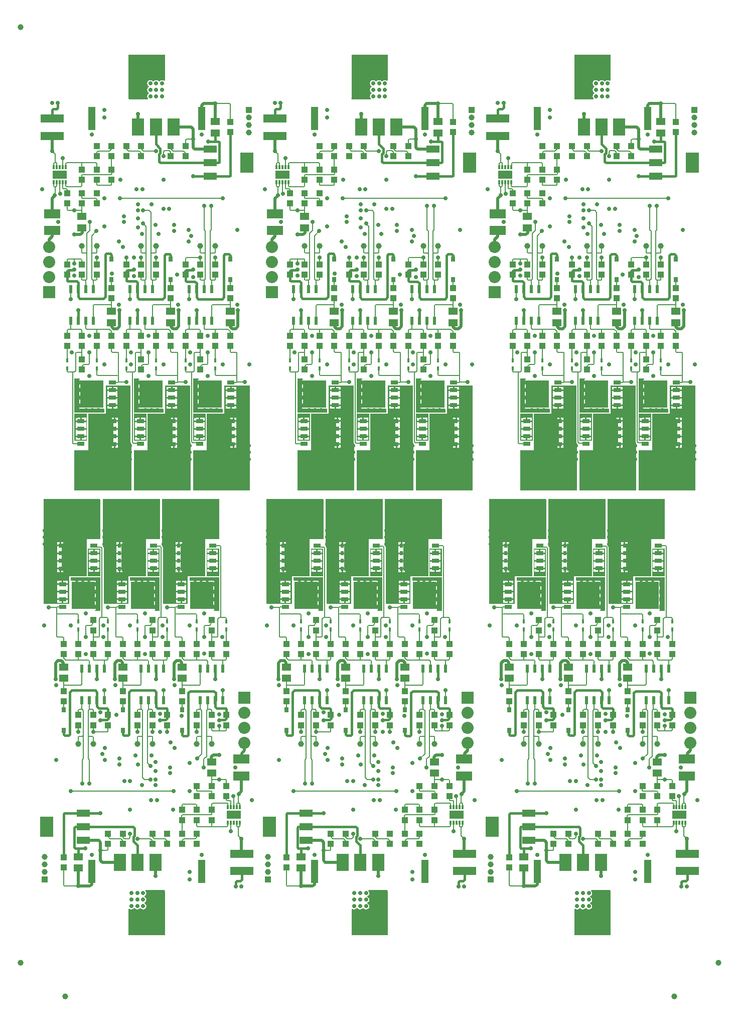
<source format=gtl>
%FSLAX25Y25*%
%MOIN*%
G70*
G01*
G75*
G04 Layer_Physical_Order=1*
G04 Layer_Color=255*
%ADD10C,0.03937*%
%ADD11R,0.02165X0.02854*%
%ADD12R,0.02165X0.02510*%
%ADD13R,0.04921X0.02559*%
%ADD14R,0.02362X0.05512*%
%ADD15R,0.03937X0.04331*%
%ADD16R,0.01181X0.02559*%
%ADD17R,0.05906X0.05118*%
%ADD18R,0.02559X0.03819*%
%ADD19R,0.08661X0.04724*%
%ADD20R,0.08661X0.13780*%
%ADD21R,0.07874X0.11811*%
%ADD22R,0.15354X0.05709*%
%ADD23R,0.09646X0.05512*%
%ADD24R,0.01181X0.03150*%
%ADD25R,0.15748X0.15748*%
%ADD26R,0.10630X0.06299*%
%ADD27R,0.04724X0.15748*%
%ADD28C,0.00800*%
%ADD29C,0.01500*%
%ADD30C,0.02000*%
%ADD31R,0.15355X0.18110*%
%ADD32R,0.23622X0.23622*%
%ADD33R,0.03937X0.03937*%
%ADD34C,0.08032*%
%ADD35R,0.08032X0.08032*%
%ADD36C,0.02800*%
%ADD37C,0.02799*%
G36*
X93307Y316535D02*
Y292126D01*
X81496D01*
Y273622D01*
X65039D01*
Y310739D01*
X65039Y310739D01*
X64954Y311169D01*
X64710Y311532D01*
X64710Y311532D01*
X64567Y311676D01*
X64567Y343243D01*
X87984Y343307D01*
X102362Y343307D01*
X102362Y316535D01*
X93307Y316535D01*
D02*
G37*
G36*
X94021Y292126D02*
Y310236D01*
X102165Y310236D01*
Y292126D01*
X94021Y292126D01*
D02*
G37*
G36*
X105724Y82677D02*
Y53724D01*
X81677D01*
Y70902D01*
X82177Y71169D01*
X82645Y70856D01*
X83465Y70693D01*
X84284Y70856D01*
X84979Y71321D01*
X85183Y71627D01*
X85683D01*
X85888Y71321D01*
X86582Y70856D01*
X87402Y70693D01*
X88221Y70856D01*
X88916Y71321D01*
X89120Y71627D01*
X89620D01*
X89825Y71321D01*
X90519Y70856D01*
X91339Y70693D01*
X92158Y70856D01*
X92853Y71321D01*
X93317Y72015D01*
X93480Y72835D01*
X93317Y73654D01*
X92853Y74349D01*
X92294Y74722D01*
X92269Y74805D01*
Y75195D01*
X92294Y75278D01*
X92853Y75651D01*
X93317Y76346D01*
X93480Y77165D01*
X93317Y77985D01*
X92853Y78679D01*
X92294Y79053D01*
X92269Y79136D01*
Y79526D01*
X92294Y79609D01*
X92853Y79982D01*
X93317Y80677D01*
X93480Y81496D01*
X93317Y82315D01*
X92883Y82964D01*
X93004Y83464D01*
X105475D01*
X105623Y83274D01*
X105781Y82964D01*
X105724Y82677D01*
D02*
G37*
G36*
X59368Y268898D02*
X59319Y269398D01*
X59427Y269419D01*
X59659Y269574D01*
X59814Y269806D01*
X59868Y270079D01*
Y288189D01*
X59814Y288462D01*
X59659Y288694D01*
X59427Y288848D01*
X59154Y288903D01*
X43807D01*
X43799Y288903D01*
X43307Y289258D01*
Y291339D01*
X62796D01*
Y268898D01*
X59368D01*
D02*
G37*
G36*
X132677Y316535D02*
Y292126D01*
X120866D01*
Y273622D01*
X104409D01*
Y311205D01*
X104409Y311205D01*
X104323Y311634D01*
X104080Y311998D01*
X104080Y311998D01*
X103937Y312141D01*
X103937Y343307D01*
X141732Y343307D01*
X141732Y316535D01*
X132677Y316535D01*
D02*
G37*
G36*
X54651Y292126D02*
Y310236D01*
X59481Y310236D01*
X59541Y310224D01*
X62796D01*
Y292126D01*
X54651Y292126D01*
D02*
G37*
G36*
X98737Y268898D02*
X98688Y269398D01*
X98797Y269419D01*
X99029Y269574D01*
X99184Y269806D01*
X99238Y270079D01*
Y288189D01*
X99184Y288462D01*
X99029Y288694D01*
X98797Y288848D01*
X98524Y288903D01*
X83169D01*
X82677Y289258D01*
Y291339D01*
X102165D01*
Y268898D01*
X98737D01*
D02*
G37*
G36*
X133391Y292126D02*
Y310236D01*
X141732Y310236D01*
Y292126D01*
X133391Y292126D01*
D02*
G37*
G36*
X141732Y268898D02*
X138107D01*
X138058Y269398D01*
X138168Y269420D01*
X138399Y269574D01*
X138554Y269806D01*
X138608Y270079D01*
Y288189D01*
X138554Y288462D01*
X138399Y288694D01*
X138168Y288848D01*
X137894Y288903D01*
X122547D01*
X122539Y288903D01*
X122047Y289258D01*
Y291339D01*
X141732D01*
X141732Y268898D01*
D02*
G37*
G36*
X53937Y316535D02*
Y292126D01*
X42126D01*
Y273622D01*
X25197D01*
X25197Y343135D01*
X62638Y343238D01*
X62992Y342885D01*
X62992Y316535D01*
X53937Y316535D01*
D02*
G37*
%LPC*%
G36*
X76665Y274353D02*
Y276133D01*
X73705D01*
Y274353D01*
X76665D01*
D02*
G37*
G36*
X77673Y312851D02*
Y314778D01*
X76091D01*
Y312851D01*
X77673D01*
D02*
G37*
G36*
X62122Y307725D02*
Y309505D01*
X59161D01*
Y307725D01*
X62122D01*
D02*
G37*
G36*
Y296725D02*
X59161D01*
Y294946D01*
X62122D01*
Y296725D01*
D02*
G37*
G36*
X75091Y312851D02*
Y314778D01*
X73508D01*
Y312851D01*
X75091D01*
D02*
G37*
G36*
X76665Y287133D02*
Y288912D01*
X73705D01*
Y287133D01*
X76665D01*
D02*
G37*
G36*
X75091Y294670D02*
Y296597D01*
X73508D01*
Y294670D01*
X75091D01*
D02*
G37*
G36*
X62122Y299505D02*
Y299946D01*
X62122Y300005D01*
Y301725D01*
X58661D01*
X55201D01*
Y300005D01*
X55201Y299946D01*
Y299505D01*
X55201Y299446D01*
Y297725D01*
X58661D01*
X62122D01*
Y299446D01*
X62122Y299505D01*
D02*
G37*
G36*
X80626Y283912D02*
Y284353D01*
X80626Y284412D01*
Y286133D01*
X77165D01*
X73705D01*
Y284412D01*
X73705Y284353D01*
Y283912D01*
X73705Y283853D01*
Y282133D01*
X77165D01*
X80626D01*
Y283853D01*
X80626Y283912D01*
D02*
G37*
G36*
X77673Y309466D02*
Y309924D01*
X77673Y309966D01*
Y311851D01*
X75591D01*
X73508D01*
Y309966D01*
X73508Y309924D01*
Y309466D01*
X73508Y309424D01*
Y307711D01*
X75591D01*
X77673D01*
Y309424D01*
X77673Y309466D01*
D02*
G37*
G36*
X37295Y274353D02*
Y276133D01*
X34335D01*
Y274353D01*
X37295D01*
D02*
G37*
G36*
X41256Y283912D02*
Y284353D01*
X41256Y284412D01*
Y286133D01*
X37795D01*
X34335D01*
Y284412D01*
X34335Y284353D01*
Y283912D01*
X34335Y283853D01*
Y282133D01*
X37795D01*
X41256D01*
Y283853D01*
X41256Y283912D01*
D02*
G37*
G36*
X38303Y296597D02*
X36720D01*
Y294670D01*
X38303D01*
Y296597D01*
D02*
G37*
G36*
Y312851D02*
Y314778D01*
X36720D01*
Y312851D01*
X38303D01*
D02*
G37*
G36*
X35721D02*
Y314778D01*
X34138D01*
Y312851D01*
X35721D01*
D02*
G37*
G36*
X38303Y309466D02*
Y309924D01*
X38303Y309966D01*
Y311851D01*
X36220D01*
X34138D01*
Y309966D01*
X34138Y309924D01*
Y309466D01*
X34138Y309424D01*
Y307711D01*
X36220D01*
X38303D01*
Y309424D01*
X38303Y309466D01*
D02*
G37*
G36*
X37295Y287133D02*
Y288912D01*
X34335D01*
Y287133D01*
X37295D01*
D02*
G37*
G36*
X35721Y294670D02*
Y296597D01*
X34138D01*
Y294670D01*
X35721D01*
D02*
G37*
G36*
X58161Y307725D02*
Y309505D01*
X55201D01*
Y307725D01*
X58161D01*
D02*
G37*
G36*
X41256Y278912D02*
Y279353D01*
X41256Y279412D01*
Y281133D01*
X37795D01*
X34335D01*
Y279412D01*
X34335Y279353D01*
Y278912D01*
X34335Y278853D01*
Y277133D01*
X37795D01*
X41256D01*
Y278853D01*
X41256Y278912D01*
D02*
G37*
G36*
X58161Y294946D02*
Y296725D01*
X55201D01*
Y294946D01*
X58161D01*
D02*
G37*
G36*
X62122Y304505D02*
Y304946D01*
X62122Y305005D01*
Y306725D01*
X58661D01*
X55201D01*
Y305005D01*
X55201Y304946D01*
Y304505D01*
X55201Y304446D01*
Y302725D01*
X58661D01*
X62122D01*
Y304446D01*
X62122Y304505D01*
D02*
G37*
G36*
X41256Y276133D02*
X38295D01*
Y274353D01*
X41256D01*
Y276133D01*
D02*
G37*
G36*
Y287133D02*
Y288912D01*
X38295D01*
Y287133D01*
X41256D01*
D02*
G37*
G36*
X38303Y299669D02*
X38303Y300025D01*
Y301740D01*
X36220D01*
X34138D01*
Y300025D01*
X34138Y299669D01*
X34138Y299313D01*
Y297597D01*
X36220D01*
X38303D01*
Y299313D01*
X38303Y299669D01*
D02*
G37*
G36*
Y304812D02*
X38303Y305167D01*
Y306711D01*
X36220D01*
X34138D01*
Y305167D01*
X34138Y304812D01*
X34138Y304456D01*
Y302740D01*
X36220D01*
X38303D01*
Y304456D01*
X38303Y304812D01*
D02*
G37*
G36*
X77673Y296597D02*
X76091D01*
Y294670D01*
X77673D01*
Y296597D01*
D02*
G37*
G36*
X119996Y287133D02*
Y288912D01*
X117035D01*
Y287133D01*
X119996D01*
D02*
G37*
G36*
Y276133D02*
X117035D01*
Y274353D01*
X119996D01*
Y276133D01*
D02*
G37*
G36*
X117043Y304812D02*
X117043Y305167D01*
Y306711D01*
X114961D01*
X112878D01*
Y305167D01*
X112878Y304812D01*
X112878Y304456D01*
Y302740D01*
X114961D01*
X117043D01*
Y304456D01*
X117043Y304812D01*
D02*
G37*
G36*
X117043Y296597D02*
X115461D01*
Y294670D01*
X117043D01*
Y296597D01*
D02*
G37*
G36*
X119996Y283912D02*
Y284353D01*
X119996Y284412D01*
Y286133D01*
X116535D01*
X113075D01*
Y284412D01*
X113075Y284353D01*
Y283912D01*
X113075Y283853D01*
Y282133D01*
X116535D01*
X119996D01*
Y283853D01*
X119996Y283912D01*
D02*
G37*
G36*
X116035Y274353D02*
Y276133D01*
X113075D01*
Y274353D01*
X116035D01*
D02*
G37*
G36*
X117043Y312851D02*
Y314778D01*
X115461D01*
Y312851D01*
X117043D01*
D02*
G37*
G36*
X117043Y299669D02*
X117043Y300025D01*
Y301740D01*
X114961D01*
X112878D01*
Y300025D01*
X112878Y299669D01*
X112878Y299313D01*
Y297597D01*
X114961D01*
X117043D01*
Y299313D01*
X117043Y299669D01*
D02*
G37*
G36*
X140862Y307725D02*
Y309505D01*
X137902D01*
Y307725D01*
X140862D01*
D02*
G37*
G36*
Y296725D02*
X137902D01*
Y294946D01*
X140862D01*
Y296725D01*
D02*
G37*
G36*
X140862Y299505D02*
Y299946D01*
X140862Y300005D01*
Y301725D01*
X137402D01*
X133941D01*
Y300005D01*
X133941Y299946D01*
Y299505D01*
X133941Y299446D01*
Y297725D01*
X137402D01*
X140862D01*
Y299446D01*
X140862Y299505D01*
D02*
G37*
G36*
X136902Y294946D02*
Y296725D01*
X133941D01*
Y294946D01*
X136902D01*
D02*
G37*
G36*
X119996Y278912D02*
Y279353D01*
X119996Y279412D01*
Y281133D01*
X116535D01*
X113075D01*
Y279412D01*
X113075Y279353D01*
Y278912D01*
X113075Y278853D01*
Y277133D01*
X116535D01*
X119996D01*
Y278853D01*
X119996Y278912D01*
D02*
G37*
G36*
X136902Y307725D02*
Y309505D01*
X133941D01*
Y307725D01*
X136902D01*
D02*
G37*
G36*
X140862Y304505D02*
Y304946D01*
X140862Y305005D01*
Y306725D01*
X137402D01*
X133941D01*
Y305005D01*
X133941Y304946D01*
Y304505D01*
X133941Y304446D01*
Y302725D01*
X137402D01*
X140862D01*
Y304446D01*
X140862Y304505D01*
D02*
G37*
G36*
X80626Y278912D02*
Y279353D01*
X80626Y279412D01*
Y281133D01*
X77165D01*
X73705D01*
Y279412D01*
X73705Y279353D01*
Y278912D01*
X73705Y278853D01*
Y277133D01*
X77165D01*
X80626D01*
Y278853D01*
X80626Y278912D01*
D02*
G37*
G36*
X97531Y307725D02*
Y309505D01*
X94571D01*
Y307725D01*
X97531D01*
D02*
G37*
G36*
X101492Y304505D02*
Y304946D01*
X101492Y305005D01*
Y306725D01*
X98032D01*
X94571D01*
Y305005D01*
X94571Y304946D01*
Y304505D01*
X94571Y304446D01*
Y302725D01*
X98032D01*
X101492D01*
Y304446D01*
X101492Y304505D01*
D02*
G37*
G36*
X77673Y299669D02*
X77673Y300025D01*
Y301740D01*
X75591D01*
X73508D01*
Y300025D01*
X73508Y299669D01*
X73508Y299313D01*
Y297597D01*
X75591D01*
X77673D01*
Y299313D01*
X77673Y299669D01*
D02*
G37*
G36*
X80626Y287133D02*
Y288912D01*
X77665D01*
Y287133D01*
X80626D01*
D02*
G37*
G36*
Y276133D02*
X77665D01*
Y274353D01*
X80626D01*
Y276133D01*
D02*
G37*
G36*
X77673Y304812D02*
X77673Y305167D01*
Y306711D01*
X75591D01*
X73508D01*
Y305167D01*
X73508Y304812D01*
X73508Y304456D01*
Y302740D01*
X75591D01*
X77673D01*
Y304456D01*
X77673Y304812D01*
D02*
G37*
G36*
X97531Y294946D02*
Y296725D01*
X94571D01*
Y294946D01*
X97531D01*
D02*
G37*
G36*
X114461Y312851D02*
Y314778D01*
X112878D01*
Y312851D01*
X114461D01*
D02*
G37*
G36*
Y294670D02*
Y296597D01*
X112878D01*
Y294670D01*
X114461D01*
D02*
G37*
G36*
X116035Y287133D02*
Y288912D01*
X113075D01*
Y287133D01*
X116035D01*
D02*
G37*
G36*
X117043Y309466D02*
Y309924D01*
X117043Y309966D01*
Y311851D01*
X114961D01*
X112878D01*
Y309966D01*
X112878Y309924D01*
Y309466D01*
X112878Y309424D01*
Y307711D01*
X114961D01*
X117043D01*
Y309424D01*
X117043Y309466D01*
D02*
G37*
G36*
X101492Y307725D02*
Y309505D01*
X98532D01*
Y307725D01*
X101492D01*
D02*
G37*
G36*
Y296725D02*
X98532D01*
Y294946D01*
X101492D01*
Y296725D01*
D02*
G37*
G36*
X101492Y299505D02*
Y299946D01*
X101492Y300005D01*
Y301725D01*
X98032D01*
X94571D01*
Y300005D01*
X94571Y299946D01*
Y299505D01*
X94571Y299446D01*
Y297725D01*
X98032D01*
X101492D01*
Y299446D01*
X101492Y299505D01*
D02*
G37*
%LPD*%
G36*
X241339Y316535D02*
Y292126D01*
X229528D01*
Y273622D01*
X213070D01*
Y310739D01*
X213070Y310739D01*
X212985Y311169D01*
X212742Y311532D01*
X212742Y311532D01*
X212598Y311676D01*
X212598Y343243D01*
X236015Y343307D01*
X250394Y343307D01*
X250394Y316535D01*
X241339Y316535D01*
D02*
G37*
G36*
X242052Y292126D02*
Y310236D01*
X250197Y310236D01*
Y292126D01*
X242052Y292126D01*
D02*
G37*
G36*
X253756Y82677D02*
Y53724D01*
X229709D01*
Y70902D01*
X230209Y71169D01*
X230677Y70856D01*
X231496Y70693D01*
X232315Y70856D01*
X233010Y71321D01*
X233215Y71627D01*
X233715D01*
X233919Y71321D01*
X234614Y70856D01*
X235433Y70693D01*
X236252Y70856D01*
X236947Y71321D01*
X237152Y71627D01*
X237652D01*
X237856Y71321D01*
X238551Y70856D01*
X239370Y70693D01*
X240190Y70856D01*
X240884Y71321D01*
X241348Y72015D01*
X241511Y72835D01*
X241348Y73654D01*
X240884Y74349D01*
X240325Y74722D01*
X240301Y74805D01*
Y75195D01*
X240325Y75278D01*
X240884Y75651D01*
X241348Y76346D01*
X241511Y77165D01*
X241348Y77985D01*
X240884Y78679D01*
X240325Y79053D01*
X240301Y79136D01*
Y79526D01*
X240325Y79609D01*
X240884Y79982D01*
X241348Y80677D01*
X241511Y81496D01*
X241348Y82315D01*
X240915Y82964D01*
X241035Y83464D01*
X253507D01*
X253655Y83274D01*
X253813Y82964D01*
X253756Y82677D01*
D02*
G37*
G36*
X207399Y268898D02*
X207350Y269398D01*
X207459Y269419D01*
X207690Y269574D01*
X207845Y269806D01*
X207899Y270079D01*
Y288189D01*
X207845Y288462D01*
X207690Y288694D01*
X207459Y288848D01*
X207186Y288903D01*
X191839D01*
X191830Y288903D01*
X191339Y289258D01*
Y291339D01*
X210827D01*
Y268898D01*
X207399D01*
D02*
G37*
G36*
X280709Y316535D02*
Y292126D01*
X268898D01*
Y273622D01*
X252440D01*
Y311205D01*
X252440Y311205D01*
X252355Y311634D01*
X252112Y311998D01*
X252112Y311998D01*
X251969Y312141D01*
X251969Y343307D01*
X289764Y343307D01*
X289764Y316535D01*
X280709Y316535D01*
D02*
G37*
G36*
X202682Y292126D02*
Y310236D01*
X207513Y310236D01*
X207572Y310224D01*
X210827D01*
Y292126D01*
X202682Y292126D01*
D02*
G37*
G36*
X246769Y268898D02*
X246720Y269398D01*
X246829Y269419D01*
X247060Y269574D01*
X247215Y269806D01*
X247270Y270079D01*
Y288189D01*
X247215Y288462D01*
X247060Y288694D01*
X246829Y288848D01*
X246556Y288903D01*
X231201D01*
X230709Y289258D01*
Y291339D01*
X250197D01*
Y268898D01*
X246769D01*
D02*
G37*
G36*
X281422Y292126D02*
Y310236D01*
X289764Y310236D01*
Y292126D01*
X281422Y292126D01*
D02*
G37*
G36*
X289764Y268898D02*
X286139D01*
X286089Y269398D01*
X286199Y269420D01*
X286431Y269574D01*
X286585Y269806D01*
X286640Y270079D01*
Y288189D01*
X286585Y288462D01*
X286431Y288694D01*
X286199Y288848D01*
X285926Y288903D01*
X270579D01*
X270570Y288903D01*
X270079Y289258D01*
Y291339D01*
X289764D01*
X289764Y268898D01*
D02*
G37*
G36*
X201969Y316535D02*
Y292126D01*
X190157D01*
Y273622D01*
X173228D01*
X173228Y343135D01*
X210670Y343238D01*
X211024Y342885D01*
X211024Y316535D01*
X201969Y316535D01*
D02*
G37*
%LPC*%
G36*
X224697Y274353D02*
Y276133D01*
X221736D01*
Y274353D01*
X224697D01*
D02*
G37*
G36*
X225705Y312851D02*
Y314778D01*
X224122D01*
Y312851D01*
X225705D01*
D02*
G37*
G36*
X210154Y307725D02*
Y309505D01*
X207193D01*
Y307725D01*
X210154D01*
D02*
G37*
G36*
Y296725D02*
X207193D01*
Y294946D01*
X210154D01*
Y296725D01*
D02*
G37*
G36*
X223122Y312851D02*
Y314778D01*
X221539D01*
Y312851D01*
X223122D01*
D02*
G37*
G36*
X224697Y287133D02*
Y288912D01*
X221736D01*
Y287133D01*
X224697D01*
D02*
G37*
G36*
X223122Y294670D02*
Y296597D01*
X221539D01*
Y294670D01*
X223122D01*
D02*
G37*
G36*
X210154Y299505D02*
Y299946D01*
X210154Y300005D01*
Y301725D01*
X206693D01*
X203232D01*
Y300005D01*
X203232Y299946D01*
Y299505D01*
X203232Y299446D01*
Y297725D01*
X206693D01*
X210154D01*
Y299446D01*
X210154Y299505D01*
D02*
G37*
G36*
X228658Y283912D02*
Y284353D01*
X228658Y284412D01*
Y286133D01*
X225197D01*
X221736D01*
Y284412D01*
X221736Y284353D01*
Y283912D01*
X221736Y283853D01*
Y282133D01*
X225197D01*
X228658D01*
Y283853D01*
X228658Y283912D01*
D02*
G37*
G36*
X225705Y309466D02*
Y309924D01*
X225705Y309966D01*
Y311851D01*
X223622D01*
X221539D01*
Y309966D01*
X221539Y309924D01*
Y309466D01*
X221539Y309424D01*
Y307711D01*
X223622D01*
X225705D01*
Y309424D01*
X225705Y309466D01*
D02*
G37*
G36*
X185327Y274353D02*
Y276133D01*
X182366D01*
Y274353D01*
X185327D01*
D02*
G37*
G36*
X189287Y283912D02*
Y284353D01*
X189287Y284412D01*
Y286133D01*
X185827D01*
X182366D01*
Y284412D01*
X182366Y284353D01*
Y283912D01*
X182366Y283853D01*
Y282133D01*
X185827D01*
X189287D01*
Y283853D01*
X189287Y283912D01*
D02*
G37*
G36*
X186335Y296597D02*
X184752D01*
Y294670D01*
X186335D01*
Y296597D01*
D02*
G37*
G36*
Y312851D02*
Y314778D01*
X184752D01*
Y312851D01*
X186335D01*
D02*
G37*
G36*
X183752D02*
Y314778D01*
X182169D01*
Y312851D01*
X183752D01*
D02*
G37*
G36*
X186335Y309466D02*
Y309924D01*
X186335Y309966D01*
Y311851D01*
X184252D01*
X182169D01*
Y309966D01*
X182169Y309924D01*
Y309466D01*
X182169Y309424D01*
Y307711D01*
X184252D01*
X186335D01*
Y309424D01*
X186335Y309466D01*
D02*
G37*
G36*
X185327Y287133D02*
Y288912D01*
X182366D01*
Y287133D01*
X185327D01*
D02*
G37*
G36*
X183752Y294670D02*
Y296597D01*
X182169D01*
Y294670D01*
X183752D01*
D02*
G37*
G36*
X206193Y307725D02*
Y309505D01*
X203232D01*
Y307725D01*
X206193D01*
D02*
G37*
G36*
X189287Y278912D02*
Y279353D01*
X189287Y279412D01*
Y281133D01*
X185827D01*
X182366D01*
Y279412D01*
X182366Y279353D01*
Y278912D01*
X182366Y278853D01*
Y277133D01*
X185827D01*
X189287D01*
Y278853D01*
X189287Y278912D01*
D02*
G37*
G36*
X206193Y294946D02*
Y296725D01*
X203232D01*
Y294946D01*
X206193D01*
D02*
G37*
G36*
X210154Y304505D02*
Y304946D01*
X210154Y305005D01*
Y306725D01*
X206693D01*
X203232D01*
Y305005D01*
X203232Y304946D01*
Y304505D01*
X203232Y304446D01*
Y302725D01*
X206693D01*
X210154D01*
Y304446D01*
X210154Y304505D01*
D02*
G37*
G36*
X189287Y276133D02*
X186327D01*
Y274353D01*
X189287D01*
Y276133D01*
D02*
G37*
G36*
Y287133D02*
Y288912D01*
X186327D01*
Y287133D01*
X189287D01*
D02*
G37*
G36*
X186335Y299669D02*
X186335Y300025D01*
Y301740D01*
X184252D01*
X182169D01*
Y300025D01*
X182169Y299669D01*
X182169Y299313D01*
Y297597D01*
X184252D01*
X186335D01*
Y299313D01*
X186335Y299669D01*
D02*
G37*
G36*
Y304812D02*
X186335Y305167D01*
Y306711D01*
X184252D01*
X182169D01*
Y305167D01*
X182169Y304812D01*
X182169Y304456D01*
Y302740D01*
X184252D01*
X186335D01*
Y304456D01*
X186335Y304812D01*
D02*
G37*
G36*
X225705Y296597D02*
X224122D01*
Y294670D01*
X225705D01*
Y296597D01*
D02*
G37*
G36*
X268028Y287133D02*
Y288912D01*
X265067D01*
Y287133D01*
X268028D01*
D02*
G37*
G36*
Y276133D02*
X265067D01*
Y274353D01*
X268028D01*
Y276133D01*
D02*
G37*
G36*
X265075Y304812D02*
X265075Y305167D01*
Y306711D01*
X262992D01*
X260910D01*
Y305167D01*
X260909Y304812D01*
X260910Y304456D01*
Y302740D01*
X262992D01*
X265075D01*
Y304456D01*
X265075Y304812D01*
D02*
G37*
G36*
X265075Y296597D02*
X263492D01*
Y294670D01*
X265075D01*
Y296597D01*
D02*
G37*
G36*
X268028Y283912D02*
Y284353D01*
X268028Y284412D01*
Y286133D01*
X264567D01*
X261106D01*
Y284412D01*
X261106Y284353D01*
Y283912D01*
X261106Y283853D01*
Y282133D01*
X264567D01*
X268028D01*
Y283853D01*
X268028Y283912D01*
D02*
G37*
G36*
X264067Y274353D02*
Y276133D01*
X261106D01*
Y274353D01*
X264067D01*
D02*
G37*
G36*
X265075Y312851D02*
Y314778D01*
X263492D01*
Y312851D01*
X265075D01*
D02*
G37*
G36*
X265075Y299669D02*
X265075Y300025D01*
Y301740D01*
X262992D01*
X260910D01*
Y300025D01*
X260909Y299669D01*
X260910Y299313D01*
Y297597D01*
X262992D01*
X265075D01*
Y299313D01*
X265075Y299669D01*
D02*
G37*
G36*
X288894Y307725D02*
Y309505D01*
X285933D01*
Y307725D01*
X288894D01*
D02*
G37*
G36*
Y296725D02*
X285933D01*
Y294946D01*
X288894D01*
Y296725D01*
D02*
G37*
G36*
X288894Y299505D02*
Y299946D01*
X288894Y300005D01*
Y301725D01*
X285433D01*
X281972D01*
Y300005D01*
X281972Y299946D01*
Y299505D01*
X281972Y299446D01*
Y297725D01*
X285433D01*
X288894D01*
Y299446D01*
X288894Y299505D01*
D02*
G37*
G36*
X284933Y294946D02*
Y296725D01*
X281972D01*
Y294946D01*
X284933D01*
D02*
G37*
G36*
X268028Y278912D02*
Y279353D01*
X268028Y279412D01*
Y281133D01*
X264567D01*
X261106D01*
Y279412D01*
X261106Y279353D01*
Y278912D01*
X261106Y278853D01*
Y277133D01*
X264567D01*
X268028D01*
Y278853D01*
X268028Y278912D01*
D02*
G37*
G36*
X284933Y307725D02*
Y309505D01*
X281972D01*
Y307725D01*
X284933D01*
D02*
G37*
G36*
X288894Y304505D02*
Y304946D01*
X288894Y305005D01*
Y306725D01*
X285433D01*
X281972D01*
Y305005D01*
X281972Y304946D01*
Y304505D01*
X281972Y304446D01*
Y302725D01*
X285433D01*
X288894D01*
Y304446D01*
X288894Y304505D01*
D02*
G37*
G36*
X228658Y278912D02*
Y279353D01*
X228658Y279412D01*
Y281133D01*
X225197D01*
X221736D01*
Y279412D01*
X221736Y279353D01*
Y278912D01*
X221736Y278853D01*
Y277133D01*
X225197D01*
X228658D01*
Y278853D01*
X228658Y278912D01*
D02*
G37*
G36*
X245563Y307725D02*
Y309505D01*
X242602D01*
Y307725D01*
X245563D01*
D02*
G37*
G36*
X249524Y304505D02*
Y304946D01*
X249524Y305005D01*
Y306725D01*
X246063D01*
X242602D01*
Y305005D01*
X242602Y304946D01*
Y304505D01*
X242602Y304446D01*
Y302725D01*
X246063D01*
X249524D01*
Y304446D01*
X249524Y304505D01*
D02*
G37*
G36*
X225705Y299669D02*
X225705Y300025D01*
Y301740D01*
X223622D01*
X221539D01*
Y300025D01*
X221539Y299669D01*
X221539Y299313D01*
Y297597D01*
X223622D01*
X225705D01*
Y299313D01*
X225705Y299669D01*
D02*
G37*
G36*
X228658Y287133D02*
Y288912D01*
X225697D01*
Y287133D01*
X228658D01*
D02*
G37*
G36*
Y276133D02*
X225697D01*
Y274353D01*
X228658D01*
Y276133D01*
D02*
G37*
G36*
X225705Y304812D02*
X225705Y305167D01*
Y306711D01*
X223622D01*
X221539D01*
Y305167D01*
X221539Y304812D01*
X221539Y304456D01*
Y302740D01*
X223622D01*
X225705D01*
Y304456D01*
X225705Y304812D01*
D02*
G37*
G36*
X245563Y294946D02*
Y296725D01*
X242602D01*
Y294946D01*
X245563D01*
D02*
G37*
G36*
X262492Y312851D02*
Y314778D01*
X260910D01*
Y312851D01*
X262492D01*
D02*
G37*
G36*
Y294670D02*
Y296597D01*
X260910D01*
Y294670D01*
X262492D01*
D02*
G37*
G36*
X264067Y287133D02*
Y288912D01*
X261106D01*
Y287133D01*
X264067D01*
D02*
G37*
G36*
X265075Y309466D02*
Y309924D01*
X265075Y309966D01*
Y311851D01*
X262992D01*
X260910D01*
Y309966D01*
X260909Y309924D01*
Y309466D01*
X260910Y309424D01*
Y307711D01*
X262992D01*
X265075D01*
Y309424D01*
X265075Y309466D01*
D02*
G37*
G36*
X249524Y307725D02*
Y309505D01*
X246563D01*
Y307725D01*
X249524D01*
D02*
G37*
G36*
Y296725D02*
X246563D01*
Y294946D01*
X249524D01*
Y296725D01*
D02*
G37*
G36*
X249524Y299505D02*
Y299946D01*
X249524Y300005D01*
Y301725D01*
X246063D01*
X242602D01*
Y300005D01*
X242602Y299946D01*
Y299505D01*
X242602Y299446D01*
Y297725D01*
X246063D01*
X249524D01*
Y299446D01*
X249524Y299505D01*
D02*
G37*
%LPD*%
G36*
X389370Y316535D02*
Y292126D01*
X377559D01*
Y273622D01*
X361102D01*
Y310739D01*
X361102Y310739D01*
X361017Y311169D01*
X360773Y311532D01*
X360773Y311532D01*
X360630Y311676D01*
X360630Y343243D01*
X384047Y343307D01*
X398425Y343307D01*
X398425Y316535D01*
X389370Y316535D01*
D02*
G37*
G36*
X390084Y292126D02*
Y310236D01*
X398229Y310236D01*
Y292126D01*
X390084Y292126D01*
D02*
G37*
G36*
X401787Y82677D02*
Y53724D01*
X377740D01*
Y70902D01*
X378240Y71169D01*
X378708Y70856D01*
X379528Y70693D01*
X380347Y70856D01*
X381042Y71321D01*
X381246Y71627D01*
X381746D01*
X381951Y71321D01*
X382645Y70856D01*
X383465Y70693D01*
X384284Y70856D01*
X384979Y71321D01*
X385183Y71627D01*
X385683D01*
X385888Y71321D01*
X386582Y70856D01*
X387402Y70693D01*
X388221Y70856D01*
X388916Y71321D01*
X389380Y72015D01*
X389543Y72835D01*
X389380Y73654D01*
X388916Y74349D01*
X388356Y74722D01*
X388332Y74805D01*
Y75195D01*
X388356Y75278D01*
X388916Y75651D01*
X389380Y76346D01*
X389543Y77165D01*
X389380Y77985D01*
X388916Y78679D01*
X388356Y79053D01*
X388332Y79136D01*
Y79526D01*
X388356Y79609D01*
X388916Y79982D01*
X389380Y80677D01*
X389543Y81496D01*
X389380Y82315D01*
X388946Y82964D01*
X389067Y83464D01*
X401538D01*
X401686Y83274D01*
X401845Y82964D01*
X401787Y82677D01*
D02*
G37*
G36*
X355431Y268898D02*
X355382Y269398D01*
X355490Y269419D01*
X355722Y269574D01*
X355877Y269806D01*
X355931Y270079D01*
Y288189D01*
X355877Y288462D01*
X355722Y288694D01*
X355490Y288848D01*
X355217Y288903D01*
X339870D01*
X339862Y288903D01*
X339370Y289258D01*
Y291339D01*
X358859D01*
Y268898D01*
X355431D01*
D02*
G37*
G36*
X428740Y316535D02*
Y292126D01*
X416929D01*
Y273622D01*
X400472D01*
Y311205D01*
X400472Y311205D01*
X400386Y311634D01*
X400143Y311998D01*
X400143Y311998D01*
X400000Y312141D01*
X400000Y343307D01*
X437795Y343307D01*
X437795Y316535D01*
X428740Y316535D01*
D02*
G37*
G36*
X350714Y292126D02*
Y310236D01*
X355544Y310236D01*
X355604Y310224D01*
X358859D01*
Y292126D01*
X350714Y292126D01*
D02*
G37*
G36*
X394800Y268898D02*
X394751Y269398D01*
X394860Y269419D01*
X395092Y269574D01*
X395247Y269806D01*
X395301Y270079D01*
Y288189D01*
X395247Y288462D01*
X395092Y288694D01*
X394860Y288848D01*
X394587Y288903D01*
X379232D01*
X378740Y289258D01*
Y291339D01*
X398229D01*
Y268898D01*
X394800D01*
D02*
G37*
G36*
X429454Y292126D02*
Y310236D01*
X437795Y310236D01*
Y292126D01*
X429454Y292126D01*
D02*
G37*
G36*
X437795Y268898D02*
X434170D01*
X434121Y269398D01*
X434231Y269420D01*
X434462Y269574D01*
X434617Y269806D01*
X434671Y270079D01*
Y288189D01*
X434617Y288462D01*
X434462Y288694D01*
X434231Y288848D01*
X433957Y288903D01*
X418610D01*
X418602Y288903D01*
X418110Y289258D01*
Y291339D01*
X437795D01*
X437795Y268898D01*
D02*
G37*
G36*
X350000Y316535D02*
Y292126D01*
X338189D01*
Y273622D01*
X321260D01*
X321260Y343135D01*
X358701Y343238D01*
X359055Y342885D01*
X359055Y316535D01*
X350000Y316535D01*
D02*
G37*
%LPC*%
G36*
X372728Y274353D02*
Y276133D01*
X369768D01*
Y274353D01*
X372728D01*
D02*
G37*
G36*
X373736Y312851D02*
Y314778D01*
X372154D01*
Y312851D01*
X373736D01*
D02*
G37*
G36*
X358185Y307725D02*
Y309505D01*
X355224D01*
Y307725D01*
X358185D01*
D02*
G37*
G36*
Y296725D02*
X355224D01*
Y294946D01*
X358185D01*
Y296725D01*
D02*
G37*
G36*
X371154Y312851D02*
Y314778D01*
X369571D01*
Y312851D01*
X371154D01*
D02*
G37*
G36*
X372728Y287133D02*
Y288912D01*
X369768D01*
Y287133D01*
X372728D01*
D02*
G37*
G36*
X371154Y294670D02*
Y296597D01*
X369571D01*
Y294670D01*
X371154D01*
D02*
G37*
G36*
X358185Y299505D02*
Y299946D01*
X358185Y300005D01*
Y301725D01*
X354724D01*
X351264D01*
Y300005D01*
X351264Y299946D01*
Y299505D01*
X351264Y299446D01*
Y297725D01*
X354724D01*
X358185D01*
Y299446D01*
X358185Y299505D01*
D02*
G37*
G36*
X376689Y283912D02*
Y284353D01*
X376689Y284412D01*
Y286133D01*
X373228D01*
X369768D01*
Y284412D01*
X369768Y284353D01*
Y283912D01*
X369768Y283853D01*
Y282133D01*
X373228D01*
X376689D01*
Y283853D01*
X376689Y283912D01*
D02*
G37*
G36*
X373736Y309466D02*
Y309924D01*
X373736Y309966D01*
Y311851D01*
X371654D01*
X369571D01*
Y309966D01*
X369571Y309924D01*
Y309466D01*
X369571Y309424D01*
Y307711D01*
X371654D01*
X373736D01*
Y309424D01*
X373736Y309466D01*
D02*
G37*
G36*
X333358Y274353D02*
Y276133D01*
X330398D01*
Y274353D01*
X333358D01*
D02*
G37*
G36*
X337319Y283912D02*
Y284353D01*
X337319Y284412D01*
Y286133D01*
X333858D01*
X330398D01*
Y284412D01*
X330398Y284353D01*
Y283912D01*
X330398Y283853D01*
Y282133D01*
X333858D01*
X337319D01*
Y283853D01*
X337319Y283912D01*
D02*
G37*
G36*
X334366Y296597D02*
X332784D01*
Y294670D01*
X334366D01*
Y296597D01*
D02*
G37*
G36*
Y312851D02*
Y314778D01*
X332784D01*
Y312851D01*
X334366D01*
D02*
G37*
G36*
X331784D02*
Y314778D01*
X330201D01*
Y312851D01*
X331784D01*
D02*
G37*
G36*
X334366Y309466D02*
Y309924D01*
X334366Y309966D01*
Y311851D01*
X332283D01*
X330201D01*
Y309966D01*
X330201Y309924D01*
Y309466D01*
X330201Y309424D01*
Y307711D01*
X332283D01*
X334366D01*
Y309424D01*
X334366Y309466D01*
D02*
G37*
G36*
X333358Y287133D02*
Y288912D01*
X330398D01*
Y287133D01*
X333358D01*
D02*
G37*
G36*
X331784Y294670D02*
Y296597D01*
X330201D01*
Y294670D01*
X331784D01*
D02*
G37*
G36*
X354224Y307725D02*
Y309505D01*
X351264D01*
Y307725D01*
X354224D01*
D02*
G37*
G36*
X337319Y278912D02*
Y279353D01*
X337319Y279412D01*
Y281133D01*
X333858D01*
X330398D01*
Y279412D01*
X330398Y279353D01*
Y278912D01*
X330398Y278853D01*
Y277133D01*
X333858D01*
X337319D01*
Y278853D01*
X337319Y278912D01*
D02*
G37*
G36*
X354224Y294946D02*
Y296725D01*
X351264D01*
Y294946D01*
X354224D01*
D02*
G37*
G36*
X358185Y304505D02*
Y304946D01*
X358185Y305005D01*
Y306725D01*
X354724D01*
X351264D01*
Y305005D01*
X351264Y304946D01*
Y304505D01*
X351264Y304446D01*
Y302725D01*
X354724D01*
X358185D01*
Y304446D01*
X358185Y304505D01*
D02*
G37*
G36*
X337319Y276133D02*
X334358D01*
Y274353D01*
X337319D01*
Y276133D01*
D02*
G37*
G36*
Y287133D02*
Y288912D01*
X334358D01*
Y287133D01*
X337319D01*
D02*
G37*
G36*
X334366Y299669D02*
X334366Y300025D01*
Y301740D01*
X332283D01*
X330201D01*
Y300025D01*
X330201Y299669D01*
X330201Y299313D01*
Y297597D01*
X332283D01*
X334366D01*
Y299313D01*
X334366Y299669D01*
D02*
G37*
G36*
Y304812D02*
X334366Y305167D01*
Y306711D01*
X332283D01*
X330201D01*
Y305167D01*
X330201Y304812D01*
X330201Y304456D01*
Y302740D01*
X332283D01*
X334366D01*
Y304456D01*
X334366Y304812D01*
D02*
G37*
G36*
X373736Y296597D02*
X372154D01*
Y294670D01*
X373736D01*
Y296597D01*
D02*
G37*
G36*
X416059Y287133D02*
Y288912D01*
X413098D01*
Y287133D01*
X416059D01*
D02*
G37*
G36*
Y276133D02*
X413098D01*
Y274353D01*
X416059D01*
Y276133D01*
D02*
G37*
G36*
X413106Y304812D02*
X413106Y305167D01*
Y306711D01*
X411024D01*
X408941D01*
Y305167D01*
X408941Y304812D01*
X408941Y304456D01*
Y302740D01*
X411024D01*
X413106D01*
Y304456D01*
X413106Y304812D01*
D02*
G37*
G36*
X413106Y296597D02*
X411524D01*
Y294670D01*
X413106D01*
Y296597D01*
D02*
G37*
G36*
X416059Y283912D02*
Y284353D01*
X416059Y284412D01*
Y286133D01*
X412598D01*
X409138D01*
Y284412D01*
X409138Y284353D01*
Y283912D01*
X409138Y283853D01*
Y282133D01*
X412598D01*
X416059D01*
Y283853D01*
X416059Y283912D01*
D02*
G37*
G36*
X412098Y274353D02*
Y276133D01*
X409138D01*
Y274353D01*
X412098D01*
D02*
G37*
G36*
X413106Y312851D02*
Y314778D01*
X411524D01*
Y312851D01*
X413106D01*
D02*
G37*
G36*
X413106Y299669D02*
X413106Y300025D01*
Y301740D01*
X411024D01*
X408941D01*
Y300025D01*
X408941Y299669D01*
X408941Y299313D01*
Y297597D01*
X411024D01*
X413106D01*
Y299313D01*
X413106Y299669D01*
D02*
G37*
G36*
X436925Y307725D02*
Y309505D01*
X433965D01*
Y307725D01*
X436925D01*
D02*
G37*
G36*
Y296725D02*
X433965D01*
Y294946D01*
X436925D01*
Y296725D01*
D02*
G37*
G36*
X436925Y299505D02*
Y299946D01*
X436925Y300005D01*
Y301725D01*
X433465D01*
X430004D01*
Y300005D01*
X430004Y299946D01*
Y299505D01*
X430004Y299446D01*
Y297725D01*
X433465D01*
X436925D01*
Y299446D01*
X436925Y299505D01*
D02*
G37*
G36*
X432965Y294946D02*
Y296725D01*
X430004D01*
Y294946D01*
X432965D01*
D02*
G37*
G36*
X416059Y278912D02*
Y279353D01*
X416059Y279412D01*
Y281133D01*
X412598D01*
X409138D01*
Y279412D01*
X409138Y279353D01*
Y278912D01*
X409138Y278853D01*
Y277133D01*
X412598D01*
X416059D01*
Y278853D01*
X416059Y278912D01*
D02*
G37*
G36*
X432965Y307725D02*
Y309505D01*
X430004D01*
Y307725D01*
X432965D01*
D02*
G37*
G36*
X436925Y304505D02*
Y304946D01*
X436925Y305005D01*
Y306725D01*
X433465D01*
X430004D01*
Y305005D01*
X430004Y304946D01*
Y304505D01*
X430004Y304446D01*
Y302725D01*
X433465D01*
X436925D01*
Y304446D01*
X436925Y304505D01*
D02*
G37*
G36*
X376689Y278912D02*
Y279353D01*
X376689Y279412D01*
Y281133D01*
X373228D01*
X369768D01*
Y279412D01*
X369768Y279353D01*
Y278912D01*
X369768Y278853D01*
Y277133D01*
X373228D01*
X376689D01*
Y278853D01*
X376689Y278912D01*
D02*
G37*
G36*
X393595Y307725D02*
Y309505D01*
X390634D01*
Y307725D01*
X393595D01*
D02*
G37*
G36*
X397555Y304505D02*
Y304946D01*
X397555Y305005D01*
Y306725D01*
X394094D01*
X390634D01*
Y305005D01*
X390634Y304946D01*
Y304505D01*
X390634Y304446D01*
Y302725D01*
X394094D01*
X397555D01*
Y304446D01*
X397555Y304505D01*
D02*
G37*
G36*
X373736Y299669D02*
X373736Y300025D01*
Y301740D01*
X371654D01*
X369571D01*
Y300025D01*
X369571Y299669D01*
X369571Y299313D01*
Y297597D01*
X371654D01*
X373736D01*
Y299313D01*
X373736Y299669D01*
D02*
G37*
G36*
X376689Y287133D02*
Y288912D01*
X373728D01*
Y287133D01*
X376689D01*
D02*
G37*
G36*
Y276133D02*
X373728D01*
Y274353D01*
X376689D01*
Y276133D01*
D02*
G37*
G36*
X373736Y304812D02*
X373736Y305167D01*
Y306711D01*
X371654D01*
X369571D01*
Y305167D01*
X369571Y304812D01*
X369571Y304456D01*
Y302740D01*
X371654D01*
X373736D01*
Y304456D01*
X373736Y304812D01*
D02*
G37*
G36*
X393595Y294946D02*
Y296725D01*
X390634D01*
Y294946D01*
X393595D01*
D02*
G37*
G36*
X410524Y312851D02*
Y314778D01*
X408941D01*
Y312851D01*
X410524D01*
D02*
G37*
G36*
Y294670D02*
Y296597D01*
X408941D01*
Y294670D01*
X410524D01*
D02*
G37*
G36*
X412098Y287133D02*
Y288912D01*
X409138D01*
Y287133D01*
X412098D01*
D02*
G37*
G36*
X413106Y309466D02*
Y309924D01*
X413106Y309966D01*
Y311851D01*
X411024D01*
X408941D01*
Y309966D01*
X408941Y309924D01*
Y309466D01*
X408941Y309424D01*
Y307711D01*
X411024D01*
X413106D01*
Y309424D01*
X413106Y309466D01*
D02*
G37*
G36*
X397555Y307725D02*
Y309505D01*
X394595D01*
Y307725D01*
X397555D01*
D02*
G37*
G36*
Y296725D02*
X394595D01*
Y294946D01*
X397555D01*
Y296725D01*
D02*
G37*
G36*
X397555Y299505D02*
Y299946D01*
X397555Y300005D01*
Y301725D01*
X394094D01*
X390634D01*
Y300005D01*
X390634Y299946D01*
Y299505D01*
X390634Y299446D01*
Y297725D01*
X394094D01*
X397555D01*
Y299446D01*
X397555Y299505D01*
D02*
G37*
%LPD*%
G36*
X390158Y375591D02*
Y400000D01*
X401968D01*
Y418504D01*
X418426D01*
Y381387D01*
X418426Y381386D01*
X418511Y380957D01*
X418754Y380593D01*
X418754Y380593D01*
X418898Y380450D01*
X418898Y348883D01*
X395481Y348819D01*
X381102Y348819D01*
X381102Y375590D01*
X390158Y375591D01*
D02*
G37*
G36*
X389444Y400000D02*
Y381890D01*
X381299Y381890D01*
Y400000D01*
X389444Y400000D01*
D02*
G37*
G36*
X377740Y609449D02*
Y638402D01*
X401787D01*
Y621224D01*
X401287Y620957D01*
X400819Y621270D01*
X400000Y621432D01*
X399181Y621270D01*
X398486Y620805D01*
X398282Y620499D01*
X397781D01*
X397577Y620805D01*
X396882Y621270D01*
X396063Y621432D01*
X395244Y621270D01*
X394549Y620805D01*
X394344Y620499D01*
X393845D01*
X393640Y620805D01*
X392945Y621270D01*
X392126Y621432D01*
X391307Y621270D01*
X390612Y620805D01*
X390148Y620111D01*
X389985Y619291D01*
X390148Y618472D01*
X390612Y617777D01*
X391171Y617404D01*
X391195Y617321D01*
Y616931D01*
X391171Y616848D01*
X390612Y616475D01*
X390148Y615780D01*
X389985Y614961D01*
X390148Y614141D01*
X390612Y613447D01*
X391171Y613073D01*
X391195Y612990D01*
Y612600D01*
X391171Y612517D01*
X390612Y612144D01*
X390148Y611449D01*
X389985Y610630D01*
X390148Y609810D01*
X390582Y609161D01*
X390461Y608661D01*
X377989D01*
X377841Y608852D01*
X377683Y609161D01*
X377740Y609449D01*
D02*
G37*
G36*
X424097Y423228D02*
X424146Y422728D01*
X424037Y422707D01*
X423806Y422552D01*
X423651Y422320D01*
X423597Y422047D01*
Y403937D01*
X423651Y403664D01*
X423806Y403432D01*
X424037Y403278D01*
X424310Y403223D01*
X439657D01*
X439666Y403223D01*
X440158Y402869D01*
Y400787D01*
X420669D01*
Y423228D01*
X424097D01*
D02*
G37*
G36*
X350787Y375591D02*
Y400000D01*
X362598D01*
Y418504D01*
X379056D01*
Y380921D01*
X379056Y380921D01*
X379141Y380492D01*
X379384Y380128D01*
X379384Y380128D01*
X379528Y379985D01*
X379528Y348819D01*
X341732Y348819D01*
X341732Y375590D01*
X350787Y375591D01*
D02*
G37*
G36*
X428814Y400000D02*
Y381890D01*
X423983Y381890D01*
X423924Y381902D01*
X420669D01*
Y400000D01*
X428814Y400000D01*
D02*
G37*
G36*
X384727Y423228D02*
X384777Y422728D01*
X384667Y422707D01*
X384436Y422552D01*
X384281Y422320D01*
X384227Y422047D01*
Y403937D01*
X384281Y403664D01*
X384436Y403432D01*
X384667Y403278D01*
X384940Y403223D01*
X400295D01*
X400787Y402868D01*
Y400787D01*
X381299D01*
Y423228D01*
X384727D01*
D02*
G37*
G36*
X350074Y400000D02*
Y381890D01*
X341732Y381890D01*
Y400000D01*
X350074Y400000D01*
D02*
G37*
G36*
X341732Y423228D02*
X345358D01*
X345407Y422728D01*
X345297Y422707D01*
X345065Y422552D01*
X344911Y422320D01*
X344857Y422047D01*
Y403937D01*
X344911Y403664D01*
X345065Y403432D01*
X345297Y403277D01*
X345570Y403223D01*
X360917D01*
X360926Y403223D01*
X361417Y402868D01*
Y400787D01*
X341732D01*
X341732Y423228D01*
D02*
G37*
G36*
X429528Y375591D02*
Y400000D01*
X441339D01*
Y418504D01*
X458268D01*
X458268Y348990D01*
X420826Y348888D01*
X420472Y349241D01*
X420472Y375590D01*
X429528Y375591D01*
D02*
G37*
%LPC*%
G36*
X406799Y417773D02*
Y415993D01*
X409760D01*
Y417773D01*
X406799D01*
D02*
G37*
G36*
X405791Y379275D02*
Y377347D01*
X407374D01*
Y379275D01*
X405791D01*
D02*
G37*
G36*
X421343Y384401D02*
Y382621D01*
X424303D01*
Y384401D01*
X421343D01*
D02*
G37*
G36*
Y395401D02*
X424303D01*
Y397180D01*
X421343D01*
Y395401D01*
D02*
G37*
G36*
X408374Y379275D02*
Y377347D01*
X409957D01*
Y379275D01*
X408374D01*
D02*
G37*
G36*
X406799Y404993D02*
Y403214D01*
X409760D01*
Y404993D01*
X406799D01*
D02*
G37*
G36*
X408374Y397456D02*
Y395529D01*
X409957D01*
Y397456D01*
X408374D01*
D02*
G37*
G36*
X421343Y392621D02*
Y392180D01*
X421343Y392121D01*
Y390401D01*
X424803D01*
X428264D01*
Y392121D01*
X428264Y392180D01*
Y392621D01*
X428264Y392680D01*
Y394401D01*
X424803D01*
X421343D01*
Y392680D01*
X421343Y392621D01*
D02*
G37*
G36*
X402839Y408214D02*
Y407773D01*
X402839Y407714D01*
Y405993D01*
X406299D01*
X409760D01*
Y407714D01*
X409760Y407773D01*
Y408214D01*
X409760Y408273D01*
Y409993D01*
X406299D01*
X402839D01*
Y408273D01*
X402839Y408214D01*
D02*
G37*
G36*
X405791Y382660D02*
Y382202D01*
X405791Y382160D01*
Y380275D01*
X407874D01*
X409957D01*
Y382160D01*
X409957Y382202D01*
Y382660D01*
X409957Y382702D01*
Y384415D01*
X407874D01*
X405791D01*
Y382702D01*
X405791Y382660D01*
D02*
G37*
G36*
X446169Y417773D02*
Y415993D01*
X449130D01*
Y417773D01*
X446169D01*
D02*
G37*
G36*
X442209Y408214D02*
Y407773D01*
X442209Y407714D01*
Y405993D01*
X445669D01*
X449130D01*
Y407714D01*
X449130Y407773D01*
Y408214D01*
X449130Y408273D01*
Y409993D01*
X445669D01*
X442209D01*
Y408273D01*
X442209Y408214D01*
D02*
G37*
G36*
X445161Y395529D02*
X446744D01*
Y397456D01*
X445161D01*
Y395529D01*
D02*
G37*
G36*
Y379275D02*
Y377347D01*
X446744D01*
Y379275D01*
X445161D01*
D02*
G37*
G36*
X447744D02*
Y377347D01*
X449327D01*
Y379275D01*
X447744D01*
D02*
G37*
G36*
X445161Y382660D02*
Y382202D01*
X445161Y382160D01*
Y380275D01*
X447244D01*
X449327D01*
Y382160D01*
X449327Y382202D01*
Y382660D01*
X449327Y382702D01*
Y384415D01*
X447244D01*
X445161D01*
Y382702D01*
X445161Y382660D01*
D02*
G37*
G36*
X446169Y404993D02*
Y403214D01*
X449130D01*
Y404993D01*
X446169D01*
D02*
G37*
G36*
X447744Y397456D02*
Y395529D01*
X449327D01*
Y397456D01*
X447744D01*
D02*
G37*
G36*
X425303Y384401D02*
Y382621D01*
X428264D01*
Y384401D01*
X425303D01*
D02*
G37*
G36*
X442209Y413214D02*
Y412773D01*
X442209Y412714D01*
Y410993D01*
X445669D01*
X449130D01*
Y412714D01*
X449130Y412773D01*
Y413214D01*
X449130Y413273D01*
Y414993D01*
X445669D01*
X442209D01*
Y413273D01*
X442209Y413214D01*
D02*
G37*
G36*
X425303Y397180D02*
Y395401D01*
X428264D01*
Y397180D01*
X425303D01*
D02*
G37*
G36*
X421343Y387621D02*
Y387180D01*
X421343Y387121D01*
Y385401D01*
X424803D01*
X428264D01*
Y387121D01*
X428264Y387180D01*
Y387621D01*
X428264Y387680D01*
Y389401D01*
X424803D01*
X421343D01*
Y387680D01*
X421343Y387621D01*
D02*
G37*
G36*
X442209Y415993D02*
X445169D01*
Y417773D01*
X442209D01*
Y415993D01*
D02*
G37*
G36*
Y404993D02*
Y403214D01*
X445169D01*
Y404993D01*
X442209D01*
D02*
G37*
G36*
X445161Y392457D02*
X445161Y392101D01*
Y390386D01*
X447244D01*
X449327D01*
Y392101D01*
X449327Y392457D01*
X449327Y392813D01*
Y394529D01*
X447244D01*
X445161D01*
Y392813D01*
X445161Y392457D01*
D02*
G37*
G36*
Y387315D02*
X445161Y386959D01*
Y385415D01*
X447244D01*
X449327D01*
Y386959D01*
X449327Y387315D01*
X449327Y387670D01*
Y389386D01*
X447244D01*
X445161D01*
Y387670D01*
X445161Y387315D01*
D02*
G37*
G36*
X405791Y395529D02*
X407374D01*
Y397456D01*
X405791D01*
Y395529D01*
D02*
G37*
G36*
X363469Y404993D02*
Y403214D01*
X366429D01*
Y404993D01*
X363469D01*
D02*
G37*
G36*
Y415993D02*
X366429D01*
Y417773D01*
X363469D01*
Y415993D01*
D02*
G37*
G36*
X366421Y387315D02*
X366421Y386959D01*
Y385415D01*
X368504D01*
X370587D01*
Y386959D01*
X370587Y387315D01*
X370587Y387670D01*
Y389386D01*
X368504D01*
X366421D01*
Y387670D01*
X366421Y387315D01*
D02*
G37*
G36*
X366421Y395529D02*
X368004D01*
Y397456D01*
X366421D01*
Y395529D01*
D02*
G37*
G36*
X363469Y408214D02*
Y407773D01*
X363469Y407714D01*
Y405993D01*
X366929D01*
X370390D01*
Y407714D01*
X370390Y407773D01*
Y408214D01*
X370390Y408273D01*
Y409993D01*
X366929D01*
X363469D01*
Y408273D01*
X363469Y408214D01*
D02*
G37*
G36*
X367429Y417773D02*
Y415993D01*
X370390D01*
Y417773D01*
X367429D01*
D02*
G37*
G36*
X366421Y379275D02*
Y377347D01*
X368004D01*
Y379275D01*
X366421D01*
D02*
G37*
G36*
X366421Y392457D02*
X366421Y392101D01*
Y390386D01*
X368504D01*
X370587D01*
Y392101D01*
X370587Y392457D01*
X370587Y392813D01*
Y394529D01*
X368504D01*
X366421D01*
Y392813D01*
X366421Y392457D01*
D02*
G37*
G36*
X342602Y384401D02*
Y382621D01*
X345563D01*
Y384401D01*
X342602D01*
D02*
G37*
G36*
Y395401D02*
X345563D01*
Y397180D01*
X342602D01*
Y395401D01*
D02*
G37*
G36*
X342602Y392621D02*
Y392180D01*
X342602Y392121D01*
Y390401D01*
X346063D01*
X349524D01*
Y392121D01*
X349524Y392180D01*
Y392621D01*
X349524Y392680D01*
Y394401D01*
X346063D01*
X342602D01*
Y392680D01*
X342602Y392621D01*
D02*
G37*
G36*
X346563Y397180D02*
Y395401D01*
X349524D01*
Y397180D01*
X346563D01*
D02*
G37*
G36*
X363469Y413214D02*
Y412773D01*
X363469Y412714D01*
Y410993D01*
X366929D01*
X370390D01*
Y412714D01*
X370390Y412773D01*
Y413214D01*
X370390Y413273D01*
Y414993D01*
X366929D01*
X363469D01*
Y413273D01*
X363469Y413214D01*
D02*
G37*
G36*
X346563Y384401D02*
Y382621D01*
X349524D01*
Y384401D01*
X346563D01*
D02*
G37*
G36*
X342602Y387621D02*
Y387180D01*
X342602Y387121D01*
Y385401D01*
X346063D01*
X349524D01*
Y387121D01*
X349524Y387180D01*
Y387621D01*
X349524Y387680D01*
Y389401D01*
X346063D01*
X342602D01*
Y387680D01*
X342602Y387621D01*
D02*
G37*
G36*
X402839Y413214D02*
Y412773D01*
X402839Y412714D01*
Y410993D01*
X406299D01*
X409760D01*
Y412714D01*
X409760Y412773D01*
Y413214D01*
X409760Y413273D01*
Y414993D01*
X406299D01*
X402839D01*
Y413273D01*
X402839Y413214D01*
D02*
G37*
G36*
X385933Y384401D02*
Y382621D01*
X388894D01*
Y384401D01*
X385933D01*
D02*
G37*
G36*
X381972Y387621D02*
Y387180D01*
X381972Y387121D01*
Y385401D01*
X385433D01*
X388894D01*
Y387121D01*
X388894Y387180D01*
Y387621D01*
X388894Y387680D01*
Y389401D01*
X385433D01*
X381972D01*
Y387680D01*
X381972Y387621D01*
D02*
G37*
G36*
X405791Y392457D02*
X405791Y392101D01*
Y390386D01*
X407874D01*
X409957D01*
Y392101D01*
X409957Y392457D01*
X409957Y392813D01*
Y394529D01*
X407874D01*
X405791D01*
Y392813D01*
X405791Y392457D01*
D02*
G37*
G36*
X402839Y404993D02*
Y403214D01*
X405799D01*
Y404993D01*
X402839D01*
D02*
G37*
G36*
Y415993D02*
X405799D01*
Y417773D01*
X402839D01*
Y415993D01*
D02*
G37*
G36*
X405791Y387315D02*
X405791Y386959D01*
Y385415D01*
X407874D01*
X409957D01*
Y386959D01*
X409957Y387315D01*
X409957Y387670D01*
Y389386D01*
X407874D01*
X405791D01*
Y387670D01*
X405791Y387315D01*
D02*
G37*
G36*
X385933Y397180D02*
Y395401D01*
X388894D01*
Y397180D01*
X385933D01*
D02*
G37*
G36*
X369004Y379275D02*
Y377347D01*
X370587D01*
Y379275D01*
X369004D01*
D02*
G37*
G36*
Y397456D02*
Y395529D01*
X370587D01*
Y397456D01*
X369004D01*
D02*
G37*
G36*
X367429Y404993D02*
Y403214D01*
X370390D01*
Y404993D01*
X367429D01*
D02*
G37*
G36*
X366421Y382660D02*
Y382202D01*
X366421Y382160D01*
Y380275D01*
X368504D01*
X370587D01*
Y382160D01*
X370587Y382202D01*
Y382660D01*
X370587Y382702D01*
Y384415D01*
X368504D01*
X366421D01*
Y382702D01*
X366421Y382660D01*
D02*
G37*
G36*
X381972Y384401D02*
Y382621D01*
X384933D01*
Y384401D01*
X381972D01*
D02*
G37*
G36*
Y395401D02*
X384933D01*
Y397180D01*
X381972D01*
Y395401D01*
D02*
G37*
G36*
X381972Y392621D02*
Y392180D01*
X381972Y392121D01*
Y390401D01*
X385433D01*
X388894D01*
Y392121D01*
X388894Y392180D01*
Y392621D01*
X388894Y392680D01*
Y394401D01*
X385433D01*
X381972D01*
Y392680D01*
X381972Y392621D01*
D02*
G37*
%LPD*%
G36*
X242126Y375591D02*
Y400000D01*
X253937D01*
Y418504D01*
X270394D01*
Y381387D01*
X270394Y381386D01*
X270480Y380957D01*
X270723Y380593D01*
X270723Y380593D01*
X270866Y380450D01*
X270866Y348883D01*
X247449Y348819D01*
X233071Y348819D01*
X233071Y375590D01*
X242126Y375591D01*
D02*
G37*
G36*
X241412Y400000D02*
Y381890D01*
X233268Y381890D01*
Y400000D01*
X241412Y400000D01*
D02*
G37*
G36*
X229709Y609449D02*
Y638402D01*
X253756D01*
Y621224D01*
X253256Y620957D01*
X252788Y621270D01*
X251969Y621432D01*
X251149Y621270D01*
X250454Y620805D01*
X250250Y620499D01*
X249750D01*
X249546Y620805D01*
X248851Y621270D01*
X248031Y621432D01*
X247212Y621270D01*
X246517Y620805D01*
X246313Y620499D01*
X245813D01*
X245608Y620805D01*
X244914Y621270D01*
X244094Y621432D01*
X243275Y621270D01*
X242581Y620805D01*
X242116Y620111D01*
X241953Y619291D01*
X242116Y618472D01*
X242581Y617777D01*
X243140Y617404D01*
X243164Y617321D01*
Y616931D01*
X243140Y616848D01*
X242581Y616475D01*
X242116Y615780D01*
X241953Y614961D01*
X242116Y614141D01*
X242581Y613447D01*
X243140Y613073D01*
X243164Y612990D01*
Y612600D01*
X243140Y612517D01*
X242581Y612144D01*
X242116Y611449D01*
X241953Y610630D01*
X242116Y609810D01*
X242550Y609161D01*
X242429Y608661D01*
X229958D01*
X229810Y608852D01*
X229652Y609161D01*
X229709Y609449D01*
D02*
G37*
G36*
X276065Y423228D02*
X276115Y422728D01*
X276006Y422707D01*
X275774Y422552D01*
X275620Y422320D01*
X275565Y422047D01*
Y403937D01*
X275620Y403664D01*
X275774Y403432D01*
X276006Y403278D01*
X276279Y403223D01*
X291626D01*
X291634Y403223D01*
X292126Y402869D01*
Y400787D01*
X272637D01*
Y423228D01*
X276065D01*
D02*
G37*
G36*
X202756Y375591D02*
Y400000D01*
X214567D01*
Y418504D01*
X231025D01*
Y380921D01*
X231025Y380921D01*
X231110Y380492D01*
X231353Y380128D01*
X231353Y380128D01*
X231496Y379985D01*
X231496Y348819D01*
X193701Y348819D01*
X193701Y375590D01*
X202756Y375591D01*
D02*
G37*
G36*
X280782Y400000D02*
Y381890D01*
X275952Y381890D01*
X275892Y381902D01*
X272637D01*
Y400000D01*
X280782Y400000D01*
D02*
G37*
G36*
X236696Y423228D02*
X236745Y422728D01*
X236636Y422707D01*
X236404Y422552D01*
X236249Y422320D01*
X236195Y422047D01*
Y403937D01*
X236249Y403664D01*
X236404Y403432D01*
X236636Y403278D01*
X236909Y403223D01*
X252264D01*
X252756Y402868D01*
Y400787D01*
X233268D01*
Y423228D01*
X236696D01*
D02*
G37*
G36*
X202042Y400000D02*
Y381890D01*
X193701Y381890D01*
Y400000D01*
X202042Y400000D01*
D02*
G37*
G36*
X193701Y423228D02*
X197326D01*
X197375Y422728D01*
X197266Y422707D01*
X197034Y422552D01*
X196879Y422320D01*
X196825Y422047D01*
Y403937D01*
X196879Y403664D01*
X197034Y403432D01*
X197266Y403277D01*
X197539Y403223D01*
X212886D01*
X212894Y403223D01*
X213386Y402868D01*
Y400787D01*
X193701D01*
X193701Y423228D01*
D02*
G37*
G36*
X281496Y375591D02*
Y400000D01*
X293307D01*
Y418504D01*
X310236D01*
X310236Y348990D01*
X272795Y348888D01*
X272441Y349241D01*
X272441Y375590D01*
X281496Y375591D01*
D02*
G37*
%LPC*%
G36*
X258768Y417773D02*
Y415993D01*
X261728D01*
Y417773D01*
X258768D01*
D02*
G37*
G36*
X257760Y379275D02*
Y377347D01*
X259343D01*
Y379275D01*
X257760D01*
D02*
G37*
G36*
X273311Y384401D02*
Y382621D01*
X276272D01*
Y384401D01*
X273311D01*
D02*
G37*
G36*
Y395401D02*
X276272D01*
Y397180D01*
X273311D01*
Y395401D01*
D02*
G37*
G36*
X260343Y379275D02*
Y377347D01*
X261925D01*
Y379275D01*
X260343D01*
D02*
G37*
G36*
X258768Y404993D02*
Y403214D01*
X261728D01*
Y404993D01*
X258768D01*
D02*
G37*
G36*
X260343Y397456D02*
Y395529D01*
X261925D01*
Y397456D01*
X260343D01*
D02*
G37*
G36*
X273311Y392621D02*
Y392180D01*
X273311Y392121D01*
Y390401D01*
X276772D01*
X280232D01*
Y392121D01*
X280232Y392180D01*
Y392621D01*
X280232Y392680D01*
Y394401D01*
X276772D01*
X273311D01*
Y392680D01*
X273311Y392621D01*
D02*
G37*
G36*
X254807Y408214D02*
Y407773D01*
X254807Y407714D01*
Y405993D01*
X258268D01*
X261728D01*
Y407714D01*
X261728Y407773D01*
Y408214D01*
X261728Y408273D01*
Y409993D01*
X258268D01*
X254807D01*
Y408273D01*
X254807Y408214D01*
D02*
G37*
G36*
X257760Y382660D02*
Y382202D01*
X257760Y382160D01*
Y380275D01*
X259842D01*
X261925D01*
Y382160D01*
X261925Y382202D01*
Y382660D01*
X261925Y382702D01*
Y384415D01*
X259842D01*
X257760D01*
Y382702D01*
X257760Y382660D01*
D02*
G37*
G36*
X298138Y417773D02*
Y415993D01*
X301098D01*
Y417773D01*
X298138D01*
D02*
G37*
G36*
X294177Y408214D02*
Y407773D01*
X294177Y407714D01*
Y405993D01*
X297638D01*
X301098D01*
Y407714D01*
X301098Y407773D01*
Y408214D01*
X301098Y408273D01*
Y409993D01*
X297638D01*
X294177D01*
Y408273D01*
X294177Y408214D01*
D02*
G37*
G36*
X297130Y395529D02*
X298713D01*
Y397456D01*
X297130D01*
Y395529D01*
D02*
G37*
G36*
Y379275D02*
Y377347D01*
X298713D01*
Y379275D01*
X297130D01*
D02*
G37*
G36*
X299713D02*
Y377347D01*
X301295D01*
Y379275D01*
X299713D01*
D02*
G37*
G36*
X297130Y382660D02*
Y382202D01*
X297130Y382160D01*
Y380275D01*
X299213D01*
X301295D01*
Y382160D01*
X301295Y382202D01*
Y382660D01*
X301295Y382702D01*
Y384415D01*
X299213D01*
X297130D01*
Y382702D01*
X297130Y382660D01*
D02*
G37*
G36*
X298138Y404993D02*
Y403214D01*
X301098D01*
Y404993D01*
X298138D01*
D02*
G37*
G36*
X299713Y397456D02*
Y395529D01*
X301295D01*
Y397456D01*
X299713D01*
D02*
G37*
G36*
X277272Y384401D02*
Y382621D01*
X280232D01*
Y384401D01*
X277272D01*
D02*
G37*
G36*
X294177Y413214D02*
Y412773D01*
X294177Y412714D01*
Y410993D01*
X297638D01*
X301098D01*
Y412714D01*
X301098Y412773D01*
Y413214D01*
X301098Y413273D01*
Y414993D01*
X297638D01*
X294177D01*
Y413273D01*
X294177Y413214D01*
D02*
G37*
G36*
X277272Y397180D02*
Y395401D01*
X280232D01*
Y397180D01*
X277272D01*
D02*
G37*
G36*
X273311Y387621D02*
Y387180D01*
X273311Y387121D01*
Y385401D01*
X276772D01*
X280232D01*
Y387121D01*
X280232Y387180D01*
Y387621D01*
X280232Y387680D01*
Y389401D01*
X276772D01*
X273311D01*
Y387680D01*
X273311Y387621D01*
D02*
G37*
G36*
X294177Y415993D02*
X297138D01*
Y417773D01*
X294177D01*
Y415993D01*
D02*
G37*
G36*
Y404993D02*
Y403214D01*
X297138D01*
Y404993D01*
X294177D01*
D02*
G37*
G36*
X297130Y392457D02*
X297130Y392101D01*
Y390386D01*
X299213D01*
X301295D01*
Y392101D01*
X301295Y392457D01*
X301295Y392813D01*
Y394529D01*
X299213D01*
X297130D01*
Y392813D01*
X297130Y392457D01*
D02*
G37*
G36*
Y387315D02*
X297130Y386959D01*
Y385415D01*
X299213D01*
X301295D01*
Y386959D01*
X301295Y387315D01*
X301295Y387670D01*
Y389386D01*
X299213D01*
X297130D01*
Y387670D01*
X297130Y387315D01*
D02*
G37*
G36*
X257760Y395529D02*
X259343D01*
Y397456D01*
X257760D01*
Y395529D01*
D02*
G37*
G36*
X215437Y404993D02*
Y403214D01*
X218398D01*
Y404993D01*
X215437D01*
D02*
G37*
G36*
Y415993D02*
X218398D01*
Y417773D01*
X215437D01*
Y415993D01*
D02*
G37*
G36*
X218390Y387315D02*
X218390Y386959D01*
Y385415D01*
X220473D01*
X222555D01*
Y386959D01*
X222555Y387315D01*
X222555Y387670D01*
Y389386D01*
X220473D01*
X218390D01*
Y387670D01*
X218390Y387315D01*
D02*
G37*
G36*
X218390Y395529D02*
X219972D01*
Y397456D01*
X218390D01*
Y395529D01*
D02*
G37*
G36*
X215437Y408214D02*
Y407773D01*
X215437Y407714D01*
Y405993D01*
X218898D01*
X222358D01*
Y407714D01*
X222358Y407773D01*
Y408214D01*
X222358Y408273D01*
Y409993D01*
X218898D01*
X215437D01*
Y408273D01*
X215437Y408214D01*
D02*
G37*
G36*
X219398Y417773D02*
Y415993D01*
X222358D01*
Y417773D01*
X219398D01*
D02*
G37*
G36*
X218390Y379275D02*
Y377347D01*
X219972D01*
Y379275D01*
X218390D01*
D02*
G37*
G36*
X218390Y392457D02*
X218390Y392101D01*
Y390386D01*
X220473D01*
X222555D01*
Y392101D01*
X222555Y392457D01*
X222555Y392813D01*
Y394529D01*
X220473D01*
X218390D01*
Y392813D01*
X218390Y392457D01*
D02*
G37*
G36*
X194571Y384401D02*
Y382621D01*
X197531D01*
Y384401D01*
X194571D01*
D02*
G37*
G36*
Y395401D02*
X197531D01*
Y397180D01*
X194571D01*
Y395401D01*
D02*
G37*
G36*
X194571Y392621D02*
Y392180D01*
X194571Y392121D01*
Y390401D01*
X198031D01*
X201492D01*
Y392121D01*
X201492Y392180D01*
Y392621D01*
X201492Y392680D01*
Y394401D01*
X198031D01*
X194571D01*
Y392680D01*
X194571Y392621D01*
D02*
G37*
G36*
X198531Y397180D02*
Y395401D01*
X201492D01*
Y397180D01*
X198531D01*
D02*
G37*
G36*
X215437Y413214D02*
Y412773D01*
X215437Y412714D01*
Y410993D01*
X218898D01*
X222358D01*
Y412714D01*
X222358Y412773D01*
Y413214D01*
X222358Y413273D01*
Y414993D01*
X218898D01*
X215437D01*
Y413273D01*
X215437Y413214D01*
D02*
G37*
G36*
X198531Y384401D02*
Y382621D01*
X201492D01*
Y384401D01*
X198531D01*
D02*
G37*
G36*
X194571Y387621D02*
Y387180D01*
X194571Y387121D01*
Y385401D01*
X198031D01*
X201492D01*
Y387121D01*
X201492Y387180D01*
Y387621D01*
X201492Y387680D01*
Y389401D01*
X198031D01*
X194571D01*
Y387680D01*
X194571Y387621D01*
D02*
G37*
G36*
X254807Y413214D02*
Y412773D01*
X254807Y412714D01*
Y410993D01*
X258268D01*
X261728D01*
Y412714D01*
X261728Y412773D01*
Y413214D01*
X261728Y413273D01*
Y414993D01*
X258268D01*
X254807D01*
Y413273D01*
X254807Y413214D01*
D02*
G37*
G36*
X237902Y384401D02*
Y382621D01*
X240862D01*
Y384401D01*
X237902D01*
D02*
G37*
G36*
X233941Y387621D02*
Y387180D01*
X233941Y387121D01*
Y385401D01*
X237402D01*
X240862D01*
Y387121D01*
X240862Y387180D01*
Y387621D01*
X240862Y387680D01*
Y389401D01*
X237402D01*
X233941D01*
Y387680D01*
X233941Y387621D01*
D02*
G37*
G36*
X257760Y392457D02*
X257760Y392101D01*
Y390386D01*
X259842D01*
X261925D01*
Y392101D01*
X261925Y392457D01*
X261925Y392813D01*
Y394529D01*
X259842D01*
X257760D01*
Y392813D01*
X257760Y392457D01*
D02*
G37*
G36*
X254807Y404993D02*
Y403214D01*
X257768D01*
Y404993D01*
X254807D01*
D02*
G37*
G36*
Y415993D02*
X257768D01*
Y417773D01*
X254807D01*
Y415993D01*
D02*
G37*
G36*
X257760Y387315D02*
X257760Y386959D01*
Y385415D01*
X259842D01*
X261925D01*
Y386959D01*
X261925Y387315D01*
X261925Y387670D01*
Y389386D01*
X259842D01*
X257760D01*
Y387670D01*
X257760Y387315D01*
D02*
G37*
G36*
X237902Y397180D02*
Y395401D01*
X240862D01*
Y397180D01*
X237902D01*
D02*
G37*
G36*
X220972Y379275D02*
Y377347D01*
X222555D01*
Y379275D01*
X220972D01*
D02*
G37*
G36*
Y397456D02*
Y395529D01*
X222555D01*
Y397456D01*
X220972D01*
D02*
G37*
G36*
X219398Y404993D02*
Y403214D01*
X222358D01*
Y404993D01*
X219398D01*
D02*
G37*
G36*
X218390Y382660D02*
Y382202D01*
X218390Y382160D01*
Y380275D01*
X220473D01*
X222555D01*
Y382160D01*
X222555Y382202D01*
Y382660D01*
X222555Y382702D01*
Y384415D01*
X220473D01*
X218390D01*
Y382702D01*
X218390Y382660D01*
D02*
G37*
G36*
X233941Y384401D02*
Y382621D01*
X236902D01*
Y384401D01*
X233941D01*
D02*
G37*
G36*
Y395401D02*
X236902D01*
Y397180D01*
X233941D01*
Y395401D01*
D02*
G37*
G36*
X233941Y392621D02*
Y392180D01*
X233941Y392121D01*
Y390401D01*
X237402D01*
X240862D01*
Y392121D01*
X240862Y392180D01*
Y392621D01*
X240862Y392680D01*
Y394401D01*
X237402D01*
X233941D01*
Y392680D01*
X233941Y392621D01*
D02*
G37*
%LPD*%
G36*
X94095Y375591D02*
Y400000D01*
X105905D01*
Y418504D01*
X122363D01*
Y381387D01*
X122363Y381386D01*
X122448Y380957D01*
X122691Y380593D01*
X122691Y380593D01*
X122835Y380450D01*
X122835Y348883D01*
X99418Y348819D01*
X85039Y348819D01*
X85039Y375590D01*
X94095Y375591D01*
D02*
G37*
G36*
X93381Y400000D02*
Y381890D01*
X85236Y381890D01*
Y400000D01*
X93381Y400000D01*
D02*
G37*
G36*
X81677Y609449D02*
Y638402D01*
X105724D01*
Y621224D01*
X105224Y620957D01*
X104756Y621270D01*
X103937Y621432D01*
X103118Y621270D01*
X102423Y620805D01*
X102218Y620499D01*
X101718D01*
X101514Y620805D01*
X100819Y621270D01*
X100000Y621432D01*
X99181Y621270D01*
X98486Y620805D01*
X98282Y620499D01*
X97781D01*
X97577Y620805D01*
X96882Y621270D01*
X96063Y621432D01*
X95244Y621270D01*
X94549Y620805D01*
X94085Y620111D01*
X93922Y619291D01*
X94085Y618472D01*
X94549Y617777D01*
X95108Y617404D01*
X95132Y617321D01*
Y616931D01*
X95108Y616848D01*
X94549Y616475D01*
X94085Y615780D01*
X93922Y614961D01*
X94085Y614141D01*
X94549Y613447D01*
X95108Y613073D01*
X95132Y612990D01*
Y612600D01*
X95108Y612517D01*
X94549Y612144D01*
X94085Y611449D01*
X93922Y610630D01*
X94085Y609810D01*
X94519Y609161D01*
X94398Y608661D01*
X81926D01*
X81778Y608852D01*
X81620Y609161D01*
X81677Y609449D01*
D02*
G37*
G36*
X128034Y423228D02*
X128083Y422728D01*
X127974Y422707D01*
X127743Y422552D01*
X127588Y422320D01*
X127534Y422047D01*
Y403937D01*
X127588Y403664D01*
X127743Y403432D01*
X127974Y403278D01*
X128247Y403223D01*
X143595D01*
X143603Y403223D01*
X144095Y402869D01*
Y400787D01*
X124606D01*
Y423228D01*
X128034D01*
D02*
G37*
G36*
X54724Y375591D02*
Y400000D01*
X66535D01*
Y418504D01*
X82993D01*
Y380921D01*
X82993Y380921D01*
X83078Y380492D01*
X83321Y380128D01*
X83321Y380128D01*
X83465Y379985D01*
X83465Y348819D01*
X45669Y348819D01*
X45669Y375590D01*
X54724Y375591D01*
D02*
G37*
G36*
X132751Y400000D02*
Y381890D01*
X127920Y381890D01*
X127861Y381902D01*
X124606D01*
Y400000D01*
X132751Y400000D01*
D02*
G37*
G36*
X88664Y423228D02*
X88714Y422728D01*
X88604Y422707D01*
X88373Y422552D01*
X88218Y422320D01*
X88164Y422047D01*
Y403937D01*
X88218Y403664D01*
X88373Y403432D01*
X88604Y403278D01*
X88877Y403223D01*
X104232D01*
X104724Y402868D01*
Y400787D01*
X85236D01*
Y423228D01*
X88664D01*
D02*
G37*
G36*
X54011Y400000D02*
Y381890D01*
X45669Y381890D01*
Y400000D01*
X54011Y400000D01*
D02*
G37*
G36*
X45669Y423228D02*
X49295D01*
X49344Y422728D01*
X49234Y422707D01*
X49003Y422552D01*
X48848Y422320D01*
X48794Y422047D01*
Y403937D01*
X48848Y403664D01*
X49003Y403432D01*
X49234Y403277D01*
X49507Y403223D01*
X64854D01*
X64863Y403223D01*
X65354Y402868D01*
Y400787D01*
X45669D01*
X45669Y423228D01*
D02*
G37*
G36*
X133465Y375591D02*
Y400000D01*
X145276D01*
Y418504D01*
X162205D01*
X162205Y348990D01*
X124764Y348888D01*
X124409Y349241D01*
X124409Y375590D01*
X133465Y375591D01*
D02*
G37*
%LPC*%
G36*
X110736Y417773D02*
Y415993D01*
X113697D01*
Y417773D01*
X110736D01*
D02*
G37*
G36*
X109728Y379275D02*
Y377347D01*
X111311D01*
Y379275D01*
X109728D01*
D02*
G37*
G36*
X125279Y384401D02*
Y382621D01*
X128240D01*
Y384401D01*
X125279D01*
D02*
G37*
G36*
Y395401D02*
X128240D01*
Y397180D01*
X125279D01*
Y395401D01*
D02*
G37*
G36*
X112311Y379275D02*
Y377347D01*
X113894D01*
Y379275D01*
X112311D01*
D02*
G37*
G36*
X110736Y404993D02*
Y403214D01*
X113697D01*
Y404993D01*
X110736D01*
D02*
G37*
G36*
X112311Y397456D02*
Y395529D01*
X113894D01*
Y397456D01*
X112311D01*
D02*
G37*
G36*
X125279Y392621D02*
Y392180D01*
X125279Y392121D01*
Y390401D01*
X128740D01*
X132201D01*
Y392121D01*
X132201Y392180D01*
Y392621D01*
X132201Y392680D01*
Y394401D01*
X128740D01*
X125279D01*
Y392680D01*
X125279Y392621D01*
D02*
G37*
G36*
X106776Y408214D02*
Y407773D01*
X106776Y407714D01*
Y405993D01*
X110236D01*
X113697D01*
Y407714D01*
X113697Y407773D01*
Y408214D01*
X113697Y408273D01*
Y409993D01*
X110236D01*
X106776D01*
Y408273D01*
X106776Y408214D01*
D02*
G37*
G36*
X109728Y382660D02*
Y382202D01*
X109728Y382160D01*
Y380275D01*
X111811D01*
X113894D01*
Y382160D01*
X113894Y382202D01*
Y382660D01*
X113894Y382702D01*
Y384415D01*
X111811D01*
X109728D01*
Y382702D01*
X109728Y382660D01*
D02*
G37*
G36*
X150106Y417773D02*
Y415993D01*
X153067D01*
Y417773D01*
X150106D01*
D02*
G37*
G36*
X146146Y408214D02*
Y407773D01*
X146146Y407714D01*
Y405993D01*
X149606D01*
X153067D01*
Y407714D01*
X153067Y407773D01*
Y408214D01*
X153067Y408273D01*
Y409993D01*
X149606D01*
X146146D01*
Y408273D01*
X146146Y408214D01*
D02*
G37*
G36*
X149098Y395529D02*
X150681D01*
Y397456D01*
X149098D01*
Y395529D01*
D02*
G37*
G36*
Y379275D02*
Y377347D01*
X150681D01*
Y379275D01*
X149098D01*
D02*
G37*
G36*
X151681D02*
Y377347D01*
X153264D01*
Y379275D01*
X151681D01*
D02*
G37*
G36*
X149098Y382660D02*
Y382202D01*
X149098Y382160D01*
Y380275D01*
X151181D01*
X153264D01*
Y382160D01*
X153264Y382202D01*
Y382660D01*
X153264Y382702D01*
Y384415D01*
X151181D01*
X149098D01*
Y382702D01*
X149098Y382660D01*
D02*
G37*
G36*
X150106Y404993D02*
Y403214D01*
X153067D01*
Y404993D01*
X150106D01*
D02*
G37*
G36*
X151681Y397456D02*
Y395529D01*
X153264D01*
Y397456D01*
X151681D01*
D02*
G37*
G36*
X129240Y384401D02*
Y382621D01*
X132201D01*
Y384401D01*
X129240D01*
D02*
G37*
G36*
X146146Y413214D02*
Y412773D01*
X146146Y412714D01*
Y410993D01*
X149606D01*
X153067D01*
Y412714D01*
X153067Y412773D01*
Y413214D01*
X153067Y413273D01*
Y414993D01*
X149606D01*
X146146D01*
Y413273D01*
X146146Y413214D01*
D02*
G37*
G36*
X129240Y397180D02*
Y395401D01*
X132201D01*
Y397180D01*
X129240D01*
D02*
G37*
G36*
X125279Y387621D02*
Y387180D01*
X125279Y387121D01*
Y385401D01*
X128740D01*
X132201D01*
Y387121D01*
X132201Y387180D01*
Y387621D01*
X132201Y387680D01*
Y389401D01*
X128740D01*
X125279D01*
Y387680D01*
X125279Y387621D01*
D02*
G37*
G36*
X146146Y415993D02*
X149106D01*
Y417773D01*
X146146D01*
Y415993D01*
D02*
G37*
G36*
Y404993D02*
Y403214D01*
X149106D01*
Y404993D01*
X146146D01*
D02*
G37*
G36*
X149098Y392457D02*
X149098Y392101D01*
Y390386D01*
X151181D01*
X153264D01*
Y392101D01*
X153264Y392457D01*
X153264Y392813D01*
Y394529D01*
X151181D01*
X149098D01*
Y392813D01*
X149098Y392457D01*
D02*
G37*
G36*
Y387315D02*
X149098Y386959D01*
Y385415D01*
X151181D01*
X153264D01*
Y386959D01*
X153264Y387315D01*
X153264Y387670D01*
Y389386D01*
X151181D01*
X149098D01*
Y387670D01*
X149098Y387315D01*
D02*
G37*
G36*
X109728Y395529D02*
X111311D01*
Y397456D01*
X109728D01*
Y395529D01*
D02*
G37*
G36*
X67405Y404993D02*
Y403214D01*
X70366D01*
Y404993D01*
X67405D01*
D02*
G37*
G36*
Y415993D02*
X70366D01*
Y417773D01*
X67405D01*
Y415993D01*
D02*
G37*
G36*
X70358Y387315D02*
X70358Y386959D01*
Y385415D01*
X72441D01*
X74524D01*
Y386959D01*
X74524Y387315D01*
X74524Y387670D01*
Y389386D01*
X72441D01*
X70358D01*
Y387670D01*
X70358Y387315D01*
D02*
G37*
G36*
X70358Y395529D02*
X71941D01*
Y397456D01*
X70358D01*
Y395529D01*
D02*
G37*
G36*
X67405Y408214D02*
Y407773D01*
X67405Y407714D01*
Y405993D01*
X70866D01*
X74327D01*
Y407714D01*
X74327Y407773D01*
Y408214D01*
X74327Y408273D01*
Y409993D01*
X70866D01*
X67405D01*
Y408273D01*
X67405Y408214D01*
D02*
G37*
G36*
X71366Y417773D02*
Y415993D01*
X74327D01*
Y417773D01*
X71366D01*
D02*
G37*
G36*
X70358Y379275D02*
Y377347D01*
X71941D01*
Y379275D01*
X70358D01*
D02*
G37*
G36*
X70358Y392457D02*
X70358Y392101D01*
Y390386D01*
X72441D01*
X74524D01*
Y392101D01*
X74524Y392457D01*
X74524Y392813D01*
Y394529D01*
X72441D01*
X70358D01*
Y392813D01*
X70358Y392457D01*
D02*
G37*
G36*
X46539Y384401D02*
Y382621D01*
X49500D01*
Y384401D01*
X46539D01*
D02*
G37*
G36*
Y395401D02*
X49500D01*
Y397180D01*
X46539D01*
Y395401D01*
D02*
G37*
G36*
X46539Y392621D02*
Y392180D01*
X46539Y392121D01*
Y390401D01*
X50000D01*
X53461D01*
Y392121D01*
X53461Y392180D01*
Y392621D01*
X53461Y392680D01*
Y394401D01*
X50000D01*
X46539D01*
Y392680D01*
X46539Y392621D01*
D02*
G37*
G36*
X50500Y397180D02*
Y395401D01*
X53461D01*
Y397180D01*
X50500D01*
D02*
G37*
G36*
X67405Y413214D02*
Y412773D01*
X67405Y412714D01*
Y410993D01*
X70866D01*
X74327D01*
Y412714D01*
X74327Y412773D01*
Y413214D01*
X74327Y413273D01*
Y414993D01*
X70866D01*
X67405D01*
Y413273D01*
X67405Y413214D01*
D02*
G37*
G36*
X50500Y384401D02*
Y382621D01*
X53461D01*
Y384401D01*
X50500D01*
D02*
G37*
G36*
X46539Y387621D02*
Y387180D01*
X46539Y387121D01*
Y385401D01*
X50000D01*
X53461D01*
Y387121D01*
X53461Y387180D01*
Y387621D01*
X53461Y387680D01*
Y389401D01*
X50000D01*
X46539D01*
Y387680D01*
X46539Y387621D01*
D02*
G37*
G36*
X106776Y413214D02*
Y412773D01*
X106776Y412714D01*
Y410993D01*
X110236D01*
X113697D01*
Y412714D01*
X113697Y412773D01*
Y413214D01*
X113697Y413273D01*
Y414993D01*
X110236D01*
X106776D01*
Y413273D01*
X106776Y413214D01*
D02*
G37*
G36*
X89870Y384401D02*
Y382621D01*
X92831D01*
Y384401D01*
X89870D01*
D02*
G37*
G36*
X85909Y387621D02*
Y387180D01*
X85909Y387121D01*
Y385401D01*
X89370D01*
X92831D01*
Y387121D01*
X92831Y387180D01*
Y387621D01*
X92831Y387680D01*
Y389401D01*
X89370D01*
X85909D01*
Y387680D01*
X85909Y387621D01*
D02*
G37*
G36*
X109728Y392457D02*
X109728Y392101D01*
Y390386D01*
X111811D01*
X113894D01*
Y392101D01*
X113894Y392457D01*
X113894Y392813D01*
Y394529D01*
X111811D01*
X109728D01*
Y392813D01*
X109728Y392457D01*
D02*
G37*
G36*
X106776Y404993D02*
Y403214D01*
X109736D01*
Y404993D01*
X106776D01*
D02*
G37*
G36*
Y415993D02*
X109736D01*
Y417773D01*
X106776D01*
Y415993D01*
D02*
G37*
G36*
X109728Y387315D02*
X109728Y386959D01*
Y385415D01*
X111811D01*
X113894D01*
Y386959D01*
X113894Y387315D01*
X113894Y387670D01*
Y389386D01*
X111811D01*
X109728D01*
Y387670D01*
X109728Y387315D01*
D02*
G37*
G36*
X89870Y397180D02*
Y395401D01*
X92831D01*
Y397180D01*
X89870D01*
D02*
G37*
G36*
X72941Y379275D02*
Y377347D01*
X74524D01*
Y379275D01*
X72941D01*
D02*
G37*
G36*
Y397456D02*
Y395529D01*
X74524D01*
Y397456D01*
X72941D01*
D02*
G37*
G36*
X71366Y404993D02*
Y403214D01*
X74327D01*
Y404993D01*
X71366D01*
D02*
G37*
G36*
X70358Y382660D02*
Y382202D01*
X70358Y382160D01*
Y380275D01*
X72441D01*
X74524D01*
Y382160D01*
X74524Y382202D01*
Y382660D01*
X74524Y382702D01*
Y384415D01*
X72441D01*
X70358D01*
Y382702D01*
X70358Y382660D01*
D02*
G37*
G36*
X85909Y384401D02*
Y382621D01*
X88870D01*
Y384401D01*
X85909D01*
D02*
G37*
G36*
Y395401D02*
X88870D01*
Y397180D01*
X85909D01*
Y395401D01*
D02*
G37*
G36*
X85909Y392621D02*
Y392180D01*
X85909Y392121D01*
Y390401D01*
X89370D01*
X92831D01*
Y392121D01*
X92831Y392180D01*
Y392621D01*
X92831Y392680D01*
Y394401D01*
X89370D01*
X85909D01*
Y392680D01*
X85909Y392621D01*
D02*
G37*
%LPD*%
D10*
X473622Y35433D02*
D03*
X9843D02*
D03*
Y656693D02*
D03*
X48228Y180709D02*
D03*
X58071D02*
D03*
X87598D02*
D03*
X97441D02*
D03*
X126969D02*
D03*
X136811D02*
D03*
X196260D02*
D03*
X206102D02*
D03*
X235630D02*
D03*
X245472D02*
D03*
X275000D02*
D03*
X284842D02*
D03*
X344291D02*
D03*
X354134D02*
D03*
X383661D02*
D03*
X393504D02*
D03*
X423032D02*
D03*
X432874D02*
D03*
X435236Y511417D02*
D03*
X425394D02*
D03*
X395866D02*
D03*
X386024D02*
D03*
X356496D02*
D03*
X346654D02*
D03*
X287205D02*
D03*
X277362D02*
D03*
X247835D02*
D03*
X237992D02*
D03*
X208465D02*
D03*
X198622D02*
D03*
X139173D02*
D03*
X129331D02*
D03*
X99803D02*
D03*
X89961D02*
D03*
X60433D02*
D03*
X50591D02*
D03*
X39370Y12795D02*
D03*
X444095D02*
D03*
X25984Y95531D02*
D03*
Y105532D02*
D03*
Y100531D02*
D03*
X174016Y95531D02*
D03*
Y105532D02*
D03*
Y100531D02*
D03*
X322047Y95531D02*
D03*
Y105532D02*
D03*
Y100531D02*
D03*
X457480Y596594D02*
D03*
Y586594D02*
D03*
Y591595D02*
D03*
X309449Y596594D02*
D03*
Y586594D02*
D03*
Y591595D02*
D03*
X161417Y596594D02*
D03*
Y586594D02*
D03*
Y591595D02*
D03*
D11*
X99606Y281618D02*
D03*
Y271507D02*
D03*
Y286761D02*
D03*
X114961Y302240D02*
D03*
Y312351D02*
D03*
Y297097D02*
D03*
X138976Y281618D02*
D03*
Y271507D02*
D03*
Y286761D02*
D03*
X75590Y302240D02*
D03*
Y312351D02*
D03*
Y297097D02*
D03*
X36220Y302240D02*
D03*
Y312351D02*
D03*
Y297097D02*
D03*
X60236Y281618D02*
D03*
Y271507D02*
D03*
Y286761D02*
D03*
X247638Y281618D02*
D03*
Y271507D02*
D03*
Y286761D02*
D03*
X262992Y302240D02*
D03*
Y312351D02*
D03*
Y297097D02*
D03*
X287008Y281618D02*
D03*
Y271507D02*
D03*
Y286761D02*
D03*
X223622Y302240D02*
D03*
Y312351D02*
D03*
Y297097D02*
D03*
X184252Y302240D02*
D03*
Y312351D02*
D03*
Y297097D02*
D03*
X208268Y281618D02*
D03*
Y271507D02*
D03*
Y286761D02*
D03*
X395669Y281618D02*
D03*
Y271507D02*
D03*
Y286761D02*
D03*
X411024Y302240D02*
D03*
Y312351D02*
D03*
Y297097D02*
D03*
X435039Y281618D02*
D03*
Y271507D02*
D03*
Y286761D02*
D03*
X371654Y302240D02*
D03*
Y312351D02*
D03*
Y297097D02*
D03*
X332283Y302240D02*
D03*
Y312351D02*
D03*
Y297097D02*
D03*
X356299Y281618D02*
D03*
Y271507D02*
D03*
Y286761D02*
D03*
X383858Y410508D02*
D03*
Y420619D02*
D03*
Y405365D02*
D03*
X368504Y389886D02*
D03*
Y379775D02*
D03*
Y395028D02*
D03*
X344488Y410508D02*
D03*
Y420619D02*
D03*
Y405365D02*
D03*
X407874Y389886D02*
D03*
Y379775D02*
D03*
Y395028D02*
D03*
X447244Y389886D02*
D03*
Y379775D02*
D03*
Y395028D02*
D03*
X423228Y410508D02*
D03*
Y420619D02*
D03*
Y405365D02*
D03*
X235827Y410508D02*
D03*
Y420619D02*
D03*
Y405365D02*
D03*
X220472Y389886D02*
D03*
Y379775D02*
D03*
Y395028D02*
D03*
X196457Y410508D02*
D03*
Y420619D02*
D03*
Y405365D02*
D03*
X259842Y389886D02*
D03*
Y379775D02*
D03*
Y395028D02*
D03*
X299213Y389886D02*
D03*
Y379775D02*
D03*
Y395028D02*
D03*
X275197Y410508D02*
D03*
Y420619D02*
D03*
Y405365D02*
D03*
X87795Y410508D02*
D03*
Y420619D02*
D03*
Y405365D02*
D03*
X72441Y389886D02*
D03*
Y379775D02*
D03*
Y395028D02*
D03*
X48425Y410508D02*
D03*
Y420619D02*
D03*
Y405365D02*
D03*
X111811Y389886D02*
D03*
Y379775D02*
D03*
Y395028D02*
D03*
X151181Y389886D02*
D03*
Y379775D02*
D03*
Y395028D02*
D03*
X127165Y410508D02*
D03*
Y420619D02*
D03*
Y405365D02*
D03*
D12*
X99606Y276648D02*
D03*
X114961Y307211D02*
D03*
X138976Y276648D02*
D03*
X75590Y307211D02*
D03*
X36220D02*
D03*
X60236Y276648D02*
D03*
X247638D02*
D03*
X262992Y307211D02*
D03*
X287008Y276648D02*
D03*
X223622Y307211D02*
D03*
X184252D02*
D03*
X208268Y276648D02*
D03*
X395669D02*
D03*
X411024Y307211D02*
D03*
X435039Y276648D02*
D03*
X371654Y307211D02*
D03*
X332283D02*
D03*
X356299Y276648D02*
D03*
X383858Y415478D02*
D03*
X368504Y384915D02*
D03*
X344488Y415478D02*
D03*
X407874Y384915D02*
D03*
X447244D02*
D03*
X423228Y415478D02*
D03*
X235827D02*
D03*
X220472Y384915D02*
D03*
X196457Y415478D02*
D03*
X259842Y384915D02*
D03*
X299213D02*
D03*
X275197Y415478D02*
D03*
X87795D02*
D03*
X72441Y384915D02*
D03*
X48425Y415478D02*
D03*
X111811Y384915D02*
D03*
X151181D02*
D03*
X127165Y415478D02*
D03*
D13*
X77165Y271633D02*
D03*
Y276633D02*
D03*
Y286633D02*
D03*
Y281633D02*
D03*
X137402Y312225D02*
D03*
Y307225D02*
D03*
Y297225D02*
D03*
Y302225D02*
D03*
X116535Y271633D02*
D03*
Y276633D02*
D03*
Y286633D02*
D03*
Y281633D02*
D03*
X98032Y312225D02*
D03*
Y307225D02*
D03*
Y297225D02*
D03*
Y302225D02*
D03*
X58661Y312225D02*
D03*
Y307225D02*
D03*
Y297225D02*
D03*
Y302225D02*
D03*
X37795Y271633D02*
D03*
Y276633D02*
D03*
Y286633D02*
D03*
Y281633D02*
D03*
X225197Y271633D02*
D03*
Y276633D02*
D03*
Y286633D02*
D03*
Y281633D02*
D03*
X285433Y312225D02*
D03*
Y307225D02*
D03*
Y297225D02*
D03*
Y302225D02*
D03*
X264567Y271633D02*
D03*
Y276633D02*
D03*
Y286633D02*
D03*
Y281633D02*
D03*
X246063Y312225D02*
D03*
Y307225D02*
D03*
Y297225D02*
D03*
Y302225D02*
D03*
X206693Y312225D02*
D03*
Y307225D02*
D03*
Y297225D02*
D03*
Y302225D02*
D03*
X185827Y271633D02*
D03*
Y276633D02*
D03*
Y286633D02*
D03*
Y281633D02*
D03*
X373228Y271633D02*
D03*
Y276633D02*
D03*
Y286633D02*
D03*
Y281633D02*
D03*
X433465Y312225D02*
D03*
Y307225D02*
D03*
Y297225D02*
D03*
Y302225D02*
D03*
X412598Y271633D02*
D03*
Y276633D02*
D03*
Y286633D02*
D03*
Y281633D02*
D03*
X394094Y312225D02*
D03*
Y307225D02*
D03*
Y297225D02*
D03*
Y302225D02*
D03*
X354724Y312225D02*
D03*
Y307225D02*
D03*
Y297225D02*
D03*
Y302225D02*
D03*
X333858Y271633D02*
D03*
Y276633D02*
D03*
Y286633D02*
D03*
Y281633D02*
D03*
X406299Y420493D02*
D03*
Y415493D02*
D03*
Y405493D02*
D03*
Y410493D02*
D03*
X346063Y379901D02*
D03*
Y384901D02*
D03*
Y394901D02*
D03*
Y389901D02*
D03*
X366929Y420493D02*
D03*
Y415493D02*
D03*
Y405493D02*
D03*
Y410493D02*
D03*
X385433Y379901D02*
D03*
Y384901D02*
D03*
Y394901D02*
D03*
Y389901D02*
D03*
X424803Y379901D02*
D03*
Y384901D02*
D03*
Y394901D02*
D03*
Y389901D02*
D03*
X445669Y420493D02*
D03*
Y415493D02*
D03*
Y405493D02*
D03*
Y410493D02*
D03*
X258268Y420493D02*
D03*
Y415493D02*
D03*
Y405493D02*
D03*
Y410493D02*
D03*
X198031Y379901D02*
D03*
Y384901D02*
D03*
Y394901D02*
D03*
Y389901D02*
D03*
X218898Y420493D02*
D03*
Y415493D02*
D03*
Y405493D02*
D03*
Y410493D02*
D03*
X237402Y379901D02*
D03*
Y384901D02*
D03*
Y394901D02*
D03*
Y389901D02*
D03*
X276772Y379901D02*
D03*
Y384901D02*
D03*
Y394901D02*
D03*
Y389901D02*
D03*
X297638Y420493D02*
D03*
Y415493D02*
D03*
Y405493D02*
D03*
Y410493D02*
D03*
X110236Y420493D02*
D03*
Y415493D02*
D03*
Y405493D02*
D03*
Y410493D02*
D03*
X50000Y379901D02*
D03*
Y384901D02*
D03*
Y394901D02*
D03*
Y389901D02*
D03*
X70866Y420493D02*
D03*
Y415493D02*
D03*
Y405493D02*
D03*
Y410493D02*
D03*
X89370Y379901D02*
D03*
Y384901D02*
D03*
Y394901D02*
D03*
Y389901D02*
D03*
X128740Y379901D02*
D03*
Y384901D02*
D03*
Y394901D02*
D03*
Y389901D02*
D03*
X149606Y420493D02*
D03*
Y415493D02*
D03*
Y405493D02*
D03*
Y410493D02*
D03*
D14*
X144311Y209646D02*
D03*
X139311D02*
D03*
X134311D02*
D03*
X129311D02*
D03*
Y230512D02*
D03*
X134311D02*
D03*
X139311D02*
D03*
X144311D02*
D03*
X104941Y209646D02*
D03*
X99941D02*
D03*
X94941D02*
D03*
X89941D02*
D03*
Y230512D02*
D03*
X94941D02*
D03*
X99941D02*
D03*
X104941D02*
D03*
X65571Y209646D02*
D03*
X60571D02*
D03*
X55571D02*
D03*
X50571D02*
D03*
Y230512D02*
D03*
X55571D02*
D03*
X60571D02*
D03*
X65571D02*
D03*
X292342Y209646D02*
D03*
X287343D02*
D03*
X282343D02*
D03*
X277343D02*
D03*
Y230512D02*
D03*
X282343D02*
D03*
X287343D02*
D03*
X292342D02*
D03*
X252972Y209646D02*
D03*
X247972D02*
D03*
X242972D02*
D03*
X237972D02*
D03*
Y230512D02*
D03*
X242972D02*
D03*
X247972D02*
D03*
X252972D02*
D03*
X213602Y209646D02*
D03*
X208602D02*
D03*
X203602D02*
D03*
X198602D02*
D03*
Y230512D02*
D03*
X203602D02*
D03*
X208602D02*
D03*
X213602D02*
D03*
X440374Y209646D02*
D03*
X435374D02*
D03*
X430374D02*
D03*
X425374D02*
D03*
Y230512D02*
D03*
X430374D02*
D03*
X435374D02*
D03*
X440374D02*
D03*
X401004Y209646D02*
D03*
X396004D02*
D03*
X391004D02*
D03*
X386004D02*
D03*
Y230512D02*
D03*
X391004D02*
D03*
X396004D02*
D03*
X401004D02*
D03*
X361634Y209646D02*
D03*
X356634D02*
D03*
X351634D02*
D03*
X346634D02*
D03*
Y230512D02*
D03*
X351634D02*
D03*
X356634D02*
D03*
X361634D02*
D03*
X339154Y482480D02*
D03*
X344153D02*
D03*
X349153D02*
D03*
X354153D02*
D03*
Y461614D02*
D03*
X349153D02*
D03*
X344153D02*
D03*
X339154D02*
D03*
X378524Y482480D02*
D03*
X383524D02*
D03*
X388524D02*
D03*
X393524D02*
D03*
Y461614D02*
D03*
X388524D02*
D03*
X383524D02*
D03*
X378524D02*
D03*
X417894Y482480D02*
D03*
X422894D02*
D03*
X427894D02*
D03*
X432894D02*
D03*
Y461614D02*
D03*
X427894D02*
D03*
X422894D02*
D03*
X417894D02*
D03*
X191122Y482480D02*
D03*
X196122D02*
D03*
X201122D02*
D03*
X206122D02*
D03*
Y461614D02*
D03*
X201122D02*
D03*
X196122D02*
D03*
X191122D02*
D03*
X230492Y482480D02*
D03*
X235492D02*
D03*
X240492D02*
D03*
X245492D02*
D03*
Y461614D02*
D03*
X240492D02*
D03*
X235492D02*
D03*
X230492D02*
D03*
X269862Y482480D02*
D03*
X274862D02*
D03*
X279862D02*
D03*
X284862D02*
D03*
Y461614D02*
D03*
X279862D02*
D03*
X274862D02*
D03*
X269862D02*
D03*
X43091Y482480D02*
D03*
X48091D02*
D03*
X53091D02*
D03*
X58091D02*
D03*
Y461614D02*
D03*
X53091D02*
D03*
X48091D02*
D03*
X43091D02*
D03*
X82461Y482480D02*
D03*
X87461D02*
D03*
X92461D02*
D03*
X97461D02*
D03*
Y461614D02*
D03*
X92461D02*
D03*
X87461D02*
D03*
X82461D02*
D03*
X121831Y482480D02*
D03*
X126831D02*
D03*
X131831D02*
D03*
X136831D02*
D03*
Y461614D02*
D03*
X131831D02*
D03*
X126831D02*
D03*
X121831D02*
D03*
D15*
X146653Y247047D02*
D03*
Y240354D02*
D03*
X136811Y247047D02*
D03*
Y240354D02*
D03*
Y256102D02*
D03*
Y262795D02*
D03*
X126969Y247047D02*
D03*
Y240354D02*
D03*
X117126Y247047D02*
D03*
Y240354D02*
D03*
X87598Y247047D02*
D03*
Y240354D02*
D03*
X77756Y247047D02*
D03*
Y240354D02*
D03*
X107283Y247047D02*
D03*
Y240354D02*
D03*
X97441Y247047D02*
D03*
Y240354D02*
D03*
Y256102D02*
D03*
Y262795D02*
D03*
X48228Y247047D02*
D03*
Y240354D02*
D03*
X38386Y247047D02*
D03*
Y240354D02*
D03*
X58071Y256102D02*
D03*
Y262795D02*
D03*
Y247047D02*
D03*
Y240354D02*
D03*
X67913Y247047D02*
D03*
Y240354D02*
D03*
X117126Y215551D02*
D03*
Y208858D02*
D03*
X126969Y193110D02*
D03*
Y199803D02*
D03*
X136811Y193110D02*
D03*
Y199803D02*
D03*
X146653Y193110D02*
D03*
Y199803D02*
D03*
X77756Y215551D02*
D03*
Y208858D02*
D03*
X87598Y193110D02*
D03*
Y199803D02*
D03*
X97441Y193110D02*
D03*
Y199803D02*
D03*
X107283Y193110D02*
D03*
Y199803D02*
D03*
X38386Y215551D02*
D03*
Y208858D02*
D03*
X48228Y193110D02*
D03*
Y199803D02*
D03*
X58071Y193110D02*
D03*
Y199803D02*
D03*
X67913Y193110D02*
D03*
Y199803D02*
D03*
X38386Y98622D02*
D03*
Y105315D02*
D03*
X126969Y136811D02*
D03*
Y130118D02*
D03*
X136811Y136811D02*
D03*
Y130118D02*
D03*
X117126Y136811D02*
D03*
Y130118D02*
D03*
X126969Y121063D02*
D03*
Y114370D02*
D03*
X146653Y145866D02*
D03*
Y152559D02*
D03*
X136811Y145866D02*
D03*
Y152559D02*
D03*
X126969Y145866D02*
D03*
Y152559D02*
D03*
X77756Y121063D02*
D03*
Y114370D02*
D03*
X67913Y121063D02*
D03*
Y114370D02*
D03*
X97441Y121063D02*
D03*
Y114370D02*
D03*
X107283Y121063D02*
D03*
Y114370D02*
D03*
X117126Y121063D02*
D03*
Y114370D02*
D03*
X294685Y247047D02*
D03*
Y240354D02*
D03*
X284842Y247047D02*
D03*
Y240354D02*
D03*
Y256102D02*
D03*
Y262795D02*
D03*
X275000Y247047D02*
D03*
Y240354D02*
D03*
X265158Y247047D02*
D03*
Y240354D02*
D03*
X235630Y247047D02*
D03*
Y240354D02*
D03*
X225787Y247047D02*
D03*
Y240354D02*
D03*
X255315Y247047D02*
D03*
Y240354D02*
D03*
X245472Y247047D02*
D03*
Y240354D02*
D03*
Y256102D02*
D03*
Y262795D02*
D03*
X196260Y247047D02*
D03*
Y240354D02*
D03*
X186417Y247047D02*
D03*
Y240354D02*
D03*
X206102Y256102D02*
D03*
Y262795D02*
D03*
Y247047D02*
D03*
Y240354D02*
D03*
X215945Y247047D02*
D03*
Y240354D02*
D03*
X265158Y215551D02*
D03*
Y208858D02*
D03*
X275000Y193110D02*
D03*
Y199803D02*
D03*
X284842Y193110D02*
D03*
Y199803D02*
D03*
X294685Y193110D02*
D03*
Y199803D02*
D03*
X225787Y215551D02*
D03*
Y208858D02*
D03*
X235630Y193110D02*
D03*
Y199803D02*
D03*
X245472Y193110D02*
D03*
Y199803D02*
D03*
X255315Y193110D02*
D03*
Y199803D02*
D03*
X186417Y215551D02*
D03*
Y208858D02*
D03*
X196260Y193110D02*
D03*
Y199803D02*
D03*
X206102Y193110D02*
D03*
Y199803D02*
D03*
X215945Y193110D02*
D03*
Y199803D02*
D03*
X186417Y98622D02*
D03*
Y105315D02*
D03*
X275000Y136811D02*
D03*
Y130118D02*
D03*
X284842Y136811D02*
D03*
Y130118D02*
D03*
X265158Y136811D02*
D03*
Y130118D02*
D03*
X275000Y121063D02*
D03*
Y114370D02*
D03*
X294685Y145866D02*
D03*
Y152559D02*
D03*
X284842Y145866D02*
D03*
Y152559D02*
D03*
X275000Y145866D02*
D03*
Y152559D02*
D03*
X225787Y121063D02*
D03*
Y114370D02*
D03*
X215945Y121063D02*
D03*
Y114370D02*
D03*
X245472Y121063D02*
D03*
Y114370D02*
D03*
X255315Y121063D02*
D03*
Y114370D02*
D03*
X265158Y121063D02*
D03*
Y114370D02*
D03*
X442717Y247047D02*
D03*
Y240354D02*
D03*
X432874Y247047D02*
D03*
Y240354D02*
D03*
Y256102D02*
D03*
Y262795D02*
D03*
X423032Y247047D02*
D03*
Y240354D02*
D03*
X413189Y247047D02*
D03*
Y240354D02*
D03*
X383661Y247047D02*
D03*
Y240354D02*
D03*
X373819Y247047D02*
D03*
Y240354D02*
D03*
X403346Y247047D02*
D03*
Y240354D02*
D03*
X393504Y247047D02*
D03*
Y240354D02*
D03*
Y256102D02*
D03*
Y262795D02*
D03*
X344291Y247047D02*
D03*
Y240354D02*
D03*
X334449Y247047D02*
D03*
Y240354D02*
D03*
X354134Y256102D02*
D03*
Y262795D02*
D03*
Y247047D02*
D03*
Y240354D02*
D03*
X363976Y247047D02*
D03*
Y240354D02*
D03*
X413189Y215551D02*
D03*
Y208858D02*
D03*
X423032Y193110D02*
D03*
Y199803D02*
D03*
X432874Y193110D02*
D03*
Y199803D02*
D03*
X442717Y193110D02*
D03*
Y199803D02*
D03*
X373819Y215551D02*
D03*
Y208858D02*
D03*
X383661Y193110D02*
D03*
Y199803D02*
D03*
X393504Y193110D02*
D03*
Y199803D02*
D03*
X403346Y193110D02*
D03*
Y199803D02*
D03*
X334449Y215551D02*
D03*
Y208858D02*
D03*
X344291Y193110D02*
D03*
Y199803D02*
D03*
X354134Y193110D02*
D03*
Y199803D02*
D03*
X363976Y193110D02*
D03*
Y199803D02*
D03*
X334449Y98622D02*
D03*
Y105315D02*
D03*
X423032Y136811D02*
D03*
Y130118D02*
D03*
X432874Y136811D02*
D03*
Y130118D02*
D03*
X413189Y136811D02*
D03*
Y130118D02*
D03*
X423032Y121063D02*
D03*
Y114370D02*
D03*
X442717Y145866D02*
D03*
Y152559D02*
D03*
X432874Y145866D02*
D03*
Y152559D02*
D03*
X423032Y145866D02*
D03*
Y152559D02*
D03*
X373819Y121063D02*
D03*
Y114370D02*
D03*
X363976Y121063D02*
D03*
Y114370D02*
D03*
X393504Y121063D02*
D03*
Y114370D02*
D03*
X403346Y121063D02*
D03*
Y114370D02*
D03*
X413189Y121063D02*
D03*
Y114370D02*
D03*
X336811Y445079D02*
D03*
Y451772D02*
D03*
X346654Y445079D02*
D03*
Y451772D02*
D03*
Y436024D02*
D03*
Y429331D02*
D03*
X356496Y445079D02*
D03*
Y451772D02*
D03*
X366339Y445079D02*
D03*
Y451772D02*
D03*
X395866Y445079D02*
D03*
Y451772D02*
D03*
X405709Y445079D02*
D03*
Y451772D02*
D03*
X376181Y445079D02*
D03*
Y451772D02*
D03*
X386024Y445079D02*
D03*
Y451772D02*
D03*
Y436024D02*
D03*
Y429331D02*
D03*
X435236Y445079D02*
D03*
Y451772D02*
D03*
X445079Y445079D02*
D03*
Y451772D02*
D03*
X425394Y436024D02*
D03*
Y429331D02*
D03*
Y445079D02*
D03*
Y451772D02*
D03*
X415551Y445079D02*
D03*
Y451772D02*
D03*
X366339Y476575D02*
D03*
Y483268D02*
D03*
X356496Y499016D02*
D03*
Y492323D02*
D03*
X346654Y499016D02*
D03*
Y492323D02*
D03*
X336811Y499016D02*
D03*
Y492323D02*
D03*
X405709Y476575D02*
D03*
Y483268D02*
D03*
X395866Y499016D02*
D03*
Y492323D02*
D03*
X386024Y499016D02*
D03*
Y492323D02*
D03*
X376181Y499016D02*
D03*
Y492323D02*
D03*
X445079Y476575D02*
D03*
Y483268D02*
D03*
X435236Y499016D02*
D03*
Y492323D02*
D03*
X425394Y499016D02*
D03*
Y492323D02*
D03*
X415551Y499016D02*
D03*
Y492323D02*
D03*
X445079Y593504D02*
D03*
Y586811D02*
D03*
X356496Y555315D02*
D03*
Y562008D02*
D03*
X346654Y555315D02*
D03*
Y562008D02*
D03*
X366339Y555315D02*
D03*
Y562008D02*
D03*
X356496Y571063D02*
D03*
Y577756D02*
D03*
X336811Y546260D02*
D03*
Y539567D02*
D03*
X346654Y546260D02*
D03*
Y539567D02*
D03*
X356496Y546260D02*
D03*
Y539567D02*
D03*
X405709Y571063D02*
D03*
Y577756D02*
D03*
X415551Y571063D02*
D03*
Y577756D02*
D03*
X386024Y571063D02*
D03*
Y577756D02*
D03*
X376181Y571063D02*
D03*
Y577756D02*
D03*
X366339Y571063D02*
D03*
Y577756D02*
D03*
X188779Y445079D02*
D03*
Y451772D02*
D03*
X198622Y445079D02*
D03*
Y451772D02*
D03*
Y436024D02*
D03*
Y429331D02*
D03*
X208465Y445079D02*
D03*
Y451772D02*
D03*
X218307Y445079D02*
D03*
Y451772D02*
D03*
X247835Y445079D02*
D03*
Y451772D02*
D03*
X257677Y445079D02*
D03*
Y451772D02*
D03*
X228150Y445079D02*
D03*
Y451772D02*
D03*
X237992Y445079D02*
D03*
Y451772D02*
D03*
Y436024D02*
D03*
Y429331D02*
D03*
X287205Y445079D02*
D03*
Y451772D02*
D03*
X297047Y445079D02*
D03*
Y451772D02*
D03*
X277362Y436024D02*
D03*
Y429331D02*
D03*
Y445079D02*
D03*
Y451772D02*
D03*
X267520Y445079D02*
D03*
Y451772D02*
D03*
X218307Y476575D02*
D03*
Y483268D02*
D03*
X208465Y499016D02*
D03*
Y492323D02*
D03*
X198622Y499016D02*
D03*
Y492323D02*
D03*
X188779Y499016D02*
D03*
Y492323D02*
D03*
X257677Y476575D02*
D03*
Y483268D02*
D03*
X247835Y499016D02*
D03*
Y492323D02*
D03*
X237992Y499016D02*
D03*
Y492323D02*
D03*
X228150Y499016D02*
D03*
Y492323D02*
D03*
X297047Y476575D02*
D03*
Y483268D02*
D03*
X287205Y499016D02*
D03*
Y492323D02*
D03*
X277362Y499016D02*
D03*
Y492323D02*
D03*
X267520Y499016D02*
D03*
Y492323D02*
D03*
X297047Y593504D02*
D03*
Y586811D02*
D03*
X208465Y555315D02*
D03*
Y562008D02*
D03*
X198622Y555315D02*
D03*
Y562008D02*
D03*
X218307Y555315D02*
D03*
Y562008D02*
D03*
X208465Y571063D02*
D03*
Y577756D02*
D03*
X188779Y546260D02*
D03*
Y539567D02*
D03*
X198622Y546260D02*
D03*
Y539567D02*
D03*
X208465Y546260D02*
D03*
Y539567D02*
D03*
X257677Y571063D02*
D03*
Y577756D02*
D03*
X267520Y571063D02*
D03*
Y577756D02*
D03*
X237992Y571063D02*
D03*
Y577756D02*
D03*
X228150Y571063D02*
D03*
Y577756D02*
D03*
X218307Y571063D02*
D03*
Y577756D02*
D03*
X40748Y445079D02*
D03*
Y451772D02*
D03*
X50591Y445079D02*
D03*
Y451772D02*
D03*
Y436024D02*
D03*
Y429331D02*
D03*
X60433Y445079D02*
D03*
Y451772D02*
D03*
X70276Y445079D02*
D03*
Y451772D02*
D03*
X99803Y445079D02*
D03*
Y451772D02*
D03*
X109646Y445079D02*
D03*
Y451772D02*
D03*
X80118Y445079D02*
D03*
Y451772D02*
D03*
X89961Y445079D02*
D03*
Y451772D02*
D03*
Y436024D02*
D03*
Y429331D02*
D03*
X139173Y445079D02*
D03*
Y451772D02*
D03*
X149016Y445079D02*
D03*
Y451772D02*
D03*
X129331Y436024D02*
D03*
Y429331D02*
D03*
Y445079D02*
D03*
Y451772D02*
D03*
X119488Y445079D02*
D03*
Y451772D02*
D03*
X70276Y476575D02*
D03*
Y483268D02*
D03*
X60433Y499016D02*
D03*
Y492323D02*
D03*
X50591Y499016D02*
D03*
Y492323D02*
D03*
X40748Y499016D02*
D03*
Y492323D02*
D03*
X109646Y476575D02*
D03*
Y483268D02*
D03*
X99803Y499016D02*
D03*
Y492323D02*
D03*
X89961Y499016D02*
D03*
Y492323D02*
D03*
X80118Y499016D02*
D03*
Y492323D02*
D03*
X149016Y476575D02*
D03*
Y483268D02*
D03*
X139173Y499016D02*
D03*
Y492323D02*
D03*
X129331Y499016D02*
D03*
Y492323D02*
D03*
X119488Y499016D02*
D03*
Y492323D02*
D03*
X149016Y593504D02*
D03*
Y586811D02*
D03*
X60433Y555315D02*
D03*
Y562008D02*
D03*
X50591Y555315D02*
D03*
Y562008D02*
D03*
X70276Y555315D02*
D03*
Y562008D02*
D03*
X60433Y571063D02*
D03*
Y577756D02*
D03*
X40748Y546260D02*
D03*
Y539567D02*
D03*
X50591Y546260D02*
D03*
Y539567D02*
D03*
X60433Y546260D02*
D03*
Y539567D02*
D03*
X109646Y571063D02*
D03*
Y577756D02*
D03*
X119488Y571063D02*
D03*
Y577756D02*
D03*
X89961Y571063D02*
D03*
Y577756D02*
D03*
X80118Y571063D02*
D03*
Y577756D02*
D03*
X70276Y571063D02*
D03*
Y577756D02*
D03*
D16*
X146653Y256791D02*
D03*
Y262106D02*
D03*
X126969Y256791D02*
D03*
Y262106D02*
D03*
X87598Y256791D02*
D03*
Y262106D02*
D03*
X107283Y256791D02*
D03*
Y262106D02*
D03*
X48228Y256791D02*
D03*
Y262106D02*
D03*
X67913Y256791D02*
D03*
Y262106D02*
D03*
X294685Y256791D02*
D03*
Y262106D02*
D03*
X275000Y256791D02*
D03*
Y262106D02*
D03*
X235630Y256791D02*
D03*
Y262106D02*
D03*
X255315Y256791D02*
D03*
Y262106D02*
D03*
X196260Y256791D02*
D03*
Y262106D02*
D03*
X215945Y256791D02*
D03*
Y262106D02*
D03*
X442717Y256791D02*
D03*
Y262106D02*
D03*
X423032Y256791D02*
D03*
Y262106D02*
D03*
X383661Y256791D02*
D03*
Y262106D02*
D03*
X403346Y256791D02*
D03*
Y262106D02*
D03*
X344291Y256791D02*
D03*
Y262106D02*
D03*
X363976Y256791D02*
D03*
Y262106D02*
D03*
X336811Y435335D02*
D03*
Y430020D02*
D03*
X356496Y435335D02*
D03*
Y430020D02*
D03*
X395866Y435335D02*
D03*
Y430020D02*
D03*
X376181Y435335D02*
D03*
Y430020D02*
D03*
X435236Y435335D02*
D03*
Y430020D02*
D03*
X415551Y435335D02*
D03*
Y430020D02*
D03*
X188779Y435335D02*
D03*
Y430020D02*
D03*
X208465Y435335D02*
D03*
Y430020D02*
D03*
X247835Y435335D02*
D03*
Y430020D02*
D03*
X228150Y435335D02*
D03*
Y430020D02*
D03*
X287205Y435335D02*
D03*
Y430020D02*
D03*
X267520Y435335D02*
D03*
Y430020D02*
D03*
X40748Y435335D02*
D03*
Y430020D02*
D03*
X60433Y435335D02*
D03*
Y430020D02*
D03*
X99803Y435335D02*
D03*
Y430020D02*
D03*
X80118Y435335D02*
D03*
Y430020D02*
D03*
X139173Y435335D02*
D03*
Y430020D02*
D03*
X119488Y435335D02*
D03*
Y430020D02*
D03*
D17*
X117126Y224213D02*
D03*
Y231693D02*
D03*
X77756Y224213D02*
D03*
Y231693D02*
D03*
X38386Y224213D02*
D03*
Y231693D02*
D03*
X48228Y98228D02*
D03*
Y105709D02*
D03*
X136811Y161221D02*
D03*
Y168701D02*
D03*
X265158Y224213D02*
D03*
Y231693D02*
D03*
X225787Y224213D02*
D03*
Y231693D02*
D03*
X186417Y224213D02*
D03*
Y231693D02*
D03*
X196260Y98228D02*
D03*
Y105709D02*
D03*
X284842Y161221D02*
D03*
Y168701D02*
D03*
X413189Y224213D02*
D03*
Y231693D02*
D03*
X373819Y224213D02*
D03*
Y231693D02*
D03*
X334449Y224213D02*
D03*
Y231693D02*
D03*
X344291Y98228D02*
D03*
Y105709D02*
D03*
X432874Y161221D02*
D03*
Y168701D02*
D03*
X366339Y467913D02*
D03*
Y460433D02*
D03*
X405709Y467913D02*
D03*
Y460433D02*
D03*
X445079Y467913D02*
D03*
Y460433D02*
D03*
X435236Y593898D02*
D03*
Y586417D02*
D03*
X346654Y530905D02*
D03*
Y523425D02*
D03*
X218307Y467913D02*
D03*
Y460433D02*
D03*
X257677Y467913D02*
D03*
Y460433D02*
D03*
X297047Y467913D02*
D03*
Y460433D02*
D03*
X287205Y593898D02*
D03*
Y586417D02*
D03*
X198622Y530905D02*
D03*
Y523425D02*
D03*
X70276Y467913D02*
D03*
Y460433D02*
D03*
X109646Y467913D02*
D03*
Y460433D02*
D03*
X149016Y467913D02*
D03*
Y460433D02*
D03*
X139173Y593898D02*
D03*
Y586417D02*
D03*
X50591Y530905D02*
D03*
Y523425D02*
D03*
D18*
X117126Y189606D02*
D03*
Y203307D02*
D03*
X77756Y189606D02*
D03*
Y203307D02*
D03*
X38386Y189606D02*
D03*
Y203307D02*
D03*
X265158Y189606D02*
D03*
Y203307D02*
D03*
X225787Y189606D02*
D03*
Y203307D02*
D03*
X186417Y189606D02*
D03*
Y203307D02*
D03*
X413189Y189606D02*
D03*
Y203307D02*
D03*
X373819Y189606D02*
D03*
Y203307D02*
D03*
X334449Y189606D02*
D03*
Y203307D02*
D03*
X366339Y502520D02*
D03*
Y488819D02*
D03*
X405709Y502520D02*
D03*
Y488819D02*
D03*
X445079Y502520D02*
D03*
Y488819D02*
D03*
X218307Y502520D02*
D03*
Y488819D02*
D03*
X257677Y502520D02*
D03*
Y488819D02*
D03*
X297047Y502520D02*
D03*
Y488819D02*
D03*
X70276Y502520D02*
D03*
Y488819D02*
D03*
X109646Y502520D02*
D03*
Y488819D02*
D03*
X149016Y502520D02*
D03*
Y488819D02*
D03*
D19*
X51575Y134646D02*
D03*
Y116535D02*
D03*
Y125591D02*
D03*
X199606Y134646D02*
D03*
Y116535D02*
D03*
Y125591D02*
D03*
X347638Y134646D02*
D03*
Y116535D02*
D03*
Y125591D02*
D03*
X431890Y557480D02*
D03*
Y575591D02*
D03*
Y566535D02*
D03*
X283858Y557480D02*
D03*
Y575591D02*
D03*
Y566535D02*
D03*
X135827Y557480D02*
D03*
Y575591D02*
D03*
Y566535D02*
D03*
D20*
X27165Y125591D02*
D03*
X175197D02*
D03*
X323228D02*
D03*
X456299Y566535D02*
D03*
X308268D02*
D03*
X160236D02*
D03*
D21*
X87598Y101969D02*
D03*
X99410D02*
D03*
X75787D02*
D03*
X235630D02*
D03*
X247441D02*
D03*
X223819D02*
D03*
X383661D02*
D03*
X395472D02*
D03*
X371850D02*
D03*
X395866Y590158D02*
D03*
X384055D02*
D03*
X407677D02*
D03*
X247835D02*
D03*
X236024D02*
D03*
X259646D02*
D03*
X99803D02*
D03*
X87992D02*
D03*
X111614D02*
D03*
D22*
X156693Y96161D02*
D03*
Y107776D02*
D03*
X304724Y96161D02*
D03*
Y107776D02*
D03*
X452756Y96161D02*
D03*
Y107776D02*
D03*
X326772Y595965D02*
D03*
Y584350D02*
D03*
X178740Y595965D02*
D03*
Y584350D02*
D03*
X30709Y595965D02*
D03*
Y584350D02*
D03*
D23*
X151575Y133465D02*
D03*
X299606D02*
D03*
X447638D02*
D03*
X331890Y558661D02*
D03*
X183858D02*
D03*
X35827D02*
D03*
D24*
X151575Y138583D02*
D03*
X153543D02*
D03*
X155512D02*
D03*
X149606D02*
D03*
X147638D02*
D03*
Y128346D02*
D03*
X149606D02*
D03*
X155512D02*
D03*
X153543D02*
D03*
X151575D02*
D03*
X299606Y138583D02*
D03*
X301575D02*
D03*
X303543D02*
D03*
X297638D02*
D03*
X295669D02*
D03*
Y128346D02*
D03*
X297638D02*
D03*
X303543D02*
D03*
X301575D02*
D03*
X299606D02*
D03*
X447638Y138583D02*
D03*
X449606D02*
D03*
X451575D02*
D03*
X445669D02*
D03*
X443701D02*
D03*
Y128346D02*
D03*
X445669D02*
D03*
X451575D02*
D03*
X449606D02*
D03*
X447638D02*
D03*
X331890Y553543D02*
D03*
X329921D02*
D03*
X327953D02*
D03*
X333858D02*
D03*
X335827D02*
D03*
Y563779D02*
D03*
X333858D02*
D03*
X327953D02*
D03*
X329921D02*
D03*
X331890D02*
D03*
X183858Y553543D02*
D03*
X181890D02*
D03*
X179921D02*
D03*
X185827D02*
D03*
X187795D02*
D03*
Y563779D02*
D03*
X185827D02*
D03*
X179921D02*
D03*
X181890D02*
D03*
X183858D02*
D03*
X35827Y553543D02*
D03*
X33858D02*
D03*
X31890D02*
D03*
X37795D02*
D03*
X39764D02*
D03*
Y563779D02*
D03*
X37795D02*
D03*
X31890D02*
D03*
X33858D02*
D03*
X35827D02*
D03*
D25*
X93701Y62598D02*
D03*
X241732D02*
D03*
X389764D02*
D03*
X389764Y629528D02*
D03*
X241732D02*
D03*
X93701D02*
D03*
D26*
X156496Y159449D02*
D03*
Y170472D02*
D03*
X304528Y159449D02*
D03*
Y170472D02*
D03*
X452559Y159449D02*
D03*
Y170472D02*
D03*
X326969Y532677D02*
D03*
Y521654D02*
D03*
X178937Y532677D02*
D03*
Y521654D02*
D03*
X30906Y532677D02*
D03*
Y521654D02*
D03*
D27*
X130315Y96063D02*
D03*
X57087D02*
D03*
X278346D02*
D03*
X205118D02*
D03*
X426378D02*
D03*
X353150D02*
D03*
Y596063D02*
D03*
X426378D02*
D03*
X205118D02*
D03*
X278346D02*
D03*
X57087D02*
D03*
X130315D02*
D03*
D28*
X48228Y256791D02*
Y247047D01*
X58071Y240354D02*
X57874Y240158D01*
X58071Y240354D02*
Y236811D01*
X58661Y236221D01*
X67913Y240354D02*
Y236811D01*
X67323Y236221D01*
X65571Y236004D02*
Y230512D01*
X65354Y236221D02*
X65571Y236004D01*
X58661Y236221D02*
X65354D01*
X67323D01*
X67913Y256791D02*
Y247047D01*
X50571Y230512D02*
Y220256D01*
X50000Y219685D01*
X38583D02*
X50000D01*
X38386Y219882D02*
X38583Y219685D01*
X38386Y224213D02*
Y219882D01*
Y215551D01*
Y208858D02*
Y203307D01*
X87598Y256791D02*
Y247047D01*
X77756Y224213D02*
Y219685D01*
X89941Y230512D02*
Y220256D01*
X97441Y236811D02*
X98032Y236221D01*
X97441Y240354D02*
Y236811D01*
X107283Y256791D02*
Y247047D01*
X126969Y256791D02*
Y247047D01*
X144311Y236004D02*
Y230512D01*
X146653Y236811D02*
X146063Y236221D01*
X146653Y240354D02*
Y236811D01*
X104941Y236004D02*
Y230512D01*
X98032Y236221D02*
X104724D01*
X126969Y240354D02*
Y236221D01*
X87598Y240354D02*
Y236342D01*
X94941Y235752D02*
Y230512D01*
X94472Y236221D02*
X94941Y235752D01*
X87720Y236221D02*
X94472D01*
X87598Y236342D02*
X87720Y236221D01*
X55102D02*
X55571Y235752D01*
Y230512D01*
X48228Y240354D02*
Y236342D01*
X117126Y208858D02*
Y203307D01*
X77756Y208858D02*
Y203307D01*
X89941Y220256D02*
X89370Y219685D01*
X77756D02*
X89370D01*
X117126D02*
X128740D01*
X129311Y220256D02*
X128740Y219685D01*
X129311Y230512D02*
Y220256D01*
X134311Y209646D02*
X134252Y209587D01*
X55512Y203543D02*
X57602D01*
X58071Y203075D01*
Y199803D01*
X55512Y209587D02*
Y203543D01*
X58071Y256102D02*
Y251575D01*
Y247047D01*
X67913Y264098D02*
Y262106D01*
X67445Y264567D02*
X67913Y264098D01*
X106815Y264567D02*
X107283Y264098D01*
Y262106D01*
X146185Y264567D02*
X146653Y264098D01*
Y262106D01*
X55512Y203543D02*
X54724Y202756D01*
X48031Y180905D02*
X48228Y180709D01*
X58071Y185236D02*
Y180709D01*
X54724Y202756D02*
Y186221D01*
X57677Y185630D02*
X58071Y185236D01*
X54724Y186221D02*
X55315Y185630D01*
X57677D01*
X48622D02*
X50984D01*
X48622D02*
X48228Y185236D01*
Y180709D01*
X48228Y203075D02*
Y199803D01*
X48697Y203543D02*
X48228Y203075D01*
X48697Y203543D02*
X50787D01*
X50571Y209646D02*
Y203760D01*
X50787Y203543D01*
X58071Y193110D02*
Y188583D01*
X48228Y193110D02*
Y188583D01*
X89941Y209646D02*
Y203760D01*
X88067Y203543D02*
X90158D01*
X88067D02*
X87599Y203075D01*
Y199803D01*
X87599Y185236D02*
Y180709D01*
X87992Y185630D02*
X87599Y185236D01*
X97047Y185630D02*
X97441Y185236D01*
Y180709D01*
X94882Y203543D02*
X94095Y202756D01*
X94882Y209587D02*
Y203543D01*
X97441Y203075D02*
Y199803D01*
X96972Y203543D02*
X97441Y203075D01*
X94882Y203543D02*
X96972D01*
X129311Y209646D02*
Y203760D01*
X127437Y203543D02*
X129528D01*
X127437D02*
X126969Y203075D01*
Y199803D01*
X129528Y203543D02*
X130315Y202756D01*
X126969Y185236D02*
Y180709D01*
X130315Y202756D02*
Y185630D01*
X127362D02*
X126969Y185236D01*
X127362Y185630D02*
X130315D01*
X133465D02*
X136417D01*
X136811Y185236D01*
X133465Y202756D02*
Y172441D01*
X136811Y185236D02*
Y180709D01*
X134252Y203543D02*
X133465Y202756D01*
X134252Y209587D02*
Y203543D01*
X136811Y203075D02*
Y199803D01*
X136342Y203543D02*
X136811Y203075D01*
X134252Y203543D02*
X136342D01*
X146653Y193110D02*
X146653Y193110D01*
X144301Y209655D02*
X144311Y209646D01*
X144301Y215148D02*
Y209655D01*
X144291Y215158D02*
X144301Y215148D01*
X104931Y209655D02*
X104941Y209646D01*
X104931Y216132D02*
Y209655D01*
X104921Y216142D02*
X104931Y216132D01*
X37775Y271654D02*
X37795Y271633D01*
X34327Y271654D02*
X37775D01*
X34327D02*
X33858Y271185D01*
X34327Y266929D02*
X47638D01*
X48228Y266339D02*
Y262106D01*
X47638Y266929D02*
X48228Y266339D01*
X87008Y266929D02*
X87598Y266339D01*
Y262106D01*
X73697Y266929D02*
X87008D01*
X73697Y271654D02*
X73228Y271185D01*
X73697Y271654D02*
X77145D01*
X126378Y266929D02*
X126969Y266339D01*
Y262106D01*
X113067Y266929D02*
X126378D01*
X33858Y271185D02*
Y251969D01*
X34252Y251575D01*
X37795D01*
X38386Y250984D01*
Y247047D01*
X77756Y250984D02*
Y247047D01*
X77165Y251575D02*
X77756Y250984D01*
X73622Y251575D02*
X77165D01*
X73228Y251969D02*
X73622Y251575D01*
X73228Y271185D02*
Y251969D01*
X117126Y250984D02*
Y247047D01*
X116535Y251575D02*
X117126Y250984D01*
X112992Y251575D02*
X116535D01*
X112598Y251969D02*
X112992Y251575D01*
X112598Y271185D02*
Y251969D01*
X87598Y193110D02*
Y188583D01*
X97441Y193110D02*
Y188583D01*
X107283Y193110D02*
Y188583D01*
X126969Y152559D02*
X127165Y152362D01*
X127240Y149213D02*
X136614D01*
X137008Y148819D01*
Y146063D02*
X136811Y145866D01*
X137008Y148819D02*
Y146063D01*
X126969Y140083D02*
Y136811D01*
X126500Y140551D02*
X126969Y140083D01*
Y121063D02*
X127165Y120866D01*
X126969Y152559D02*
X126772Y152362D01*
Y149681D01*
X127240Y149213D01*
X117126Y130118D02*
Y121063D01*
X136811Y136811D02*
X137008Y136614D01*
Y133933D01*
X136539Y133465D01*
X116929Y130315D02*
X117126Y130118D01*
X116929Y132996D02*
Y130315D01*
X107480Y114567D02*
X107283Y114370D01*
X97441Y121063D02*
X97244Y120866D01*
X155512Y138583D02*
X155512Y138583D01*
X153543Y138583D02*
X153543Y138583D01*
X155512Y126059D02*
X155043Y125591D01*
X155512Y128346D02*
Y126059D01*
X153543Y125984D02*
X153937Y125591D01*
X153543Y128346D02*
Y125984D01*
X149587Y138602D02*
X149606Y138583D01*
X149606Y138583D02*
X149606Y138583D01*
X149606Y142520D02*
Y138583D01*
X146653Y145866D02*
Y143382D01*
X147122Y142913D01*
X149213D01*
X149606Y142520D01*
X147638Y139567D02*
Y138583D01*
X147638Y139567D02*
X147638Y139567D01*
X147638Y140870D02*
Y139567D01*
X147169Y141339D02*
X147638Y140870D01*
X137402Y141339D02*
X147169D01*
X136811Y140748D02*
Y136811D01*
X137402Y141339D02*
X136811Y140748D01*
X147638Y128346D02*
X147447Y128156D01*
Y126187D01*
X146850Y125591D01*
X126969Y130118D02*
Y126181D01*
X127559Y125591D01*
X136811Y130118D02*
Y125984D01*
X127559Y125591D02*
X137205D01*
X146850D01*
X153937D02*
X154490D01*
X155043D01*
X146653Y156618D02*
Y152559D01*
X146185Y157087D02*
X146653Y156618D01*
X136811D02*
Y152559D01*
X137280Y157087D02*
X136811Y156618D01*
Y161221D02*
Y156618D01*
X97046Y114765D02*
X97441Y114370D01*
X97046Y116815D02*
Y114765D01*
X97441Y121063D02*
X97638Y120866D01*
Y118898D01*
X98819Y117717D01*
X107087Y114567D02*
X107283Y114370D01*
X107087Y116461D02*
Y114567D01*
X105831Y117717D02*
X107087Y116461D01*
X98819Y117717D02*
X105831D01*
X88067Y117717D02*
X95982D01*
X96884Y116815D02*
X97046D01*
X95982Y117717D02*
X96884Y116815D01*
X67913Y114370D02*
Y110433D01*
X67323Y109843D01*
X62992D02*
X67323D01*
X67913Y121063D02*
X68110Y120866D01*
X67640Y114643D02*
X67913Y114370D01*
X77559Y114567D02*
X77756Y114370D01*
X76378Y117717D02*
X77559Y116535D01*
Y114567D01*
X68110Y120866D02*
Y118898D01*
X69291Y117717D01*
X76378D01*
X149606Y128346D02*
Y122638D01*
X149606Y122638D01*
X28543Y271260D02*
X33783D01*
X33858Y271185D01*
X67913Y271260D02*
X73153D01*
X73228Y271185D01*
X107283Y271260D02*
X112523D01*
X112598Y271185D01*
X58071Y262795D02*
X57874Y262598D01*
X53618Y259449D02*
X53150Y258980D01*
Y251575D01*
X57874Y262598D02*
Y260630D01*
X56693Y259449D01*
X53618D02*
X56693D01*
X92988D02*
X96063D01*
X97244Y260630D02*
X96063Y259449D01*
X92988D02*
X92520Y258980D01*
Y251575D01*
X131890Y258980D02*
Y251575D01*
X132358Y259449D02*
X131890Y258980D01*
X136614Y260630D02*
X135433Y259449D01*
X132358D02*
X135433D01*
X136811Y262795D02*
X136259Y262243D01*
X136106D02*
X136259D01*
X136106D02*
X135554Y261691D01*
X155512Y140945D02*
Y138583D01*
X155118Y141339D02*
X155512Y140945D01*
X153543Y140870D02*
Y138583D01*
X154012Y141339D02*
X153543Y140870D01*
X38386Y98622D02*
Y86811D01*
X38976Y86221D01*
X48228D01*
X136811Y193110D02*
Y189961D01*
X137402Y189370D01*
X146653Y193110D02*
Y189839D01*
X146185Y189370D01*
X154490Y119722D02*
X156496Y117717D01*
X154490Y125591D02*
Y119722D01*
X126969Y121063D02*
X126772Y120866D01*
Y118504D01*
X125984Y117717D01*
X117323Y114567D02*
X117126Y114370D01*
X117323Y116535D02*
Y114567D01*
X118504Y117717D02*
X117323Y116535D01*
X118504Y117717D02*
X125984D01*
X87598Y118185D02*
X88067Y117717D01*
X151575Y144291D02*
Y138583D01*
X151564Y144302D02*
X151575Y144291D01*
X154724Y147461D02*
X154565Y147302D01*
Y141339D01*
X154012D02*
X154565D01*
X155118D01*
X94291Y185630D02*
X97047D01*
X94291D02*
X94095Y185433D01*
Y202756D02*
Y185433D01*
X51575Y186221D02*
X50984Y185630D01*
X50787Y203543D02*
X51575Y202756D01*
Y186221D01*
X50787Y170054D02*
Y154134D01*
X51575Y170842D02*
X50787Y170054D01*
X51575Y186221D02*
Y170842D01*
X54724Y186221D02*
Y170866D01*
X55512Y170079D01*
Y154134D01*
X131496Y170472D02*
Y164961D01*
X133465Y172441D02*
X131496Y170472D01*
X130315Y185630D02*
Y174016D01*
X127165Y170866D01*
X117126Y237598D02*
X118579Y236145D01*
X117126Y240354D02*
Y237598D01*
X107283Y240354D02*
Y236811D01*
X106693Y236221D01*
X104724D02*
X106693D01*
X77756Y240354D02*
Y237598D01*
X79134Y236221D01*
X87720D01*
X38386Y240354D02*
Y237598D01*
X39764Y236221D01*
X55102D01*
X118579Y236145D02*
X133539D01*
X134252Y235433D01*
Y230571D01*
X113067Y271654D02*
X112598Y271185D01*
X113067Y271654D02*
X116515D01*
X136811Y236811D02*
X137402Y236221D01*
X136811Y240354D02*
Y236811D01*
X137402Y236221D02*
X144095D01*
X146063D01*
X117126Y224213D02*
Y215551D01*
X77756Y219685D02*
Y215551D01*
X77953Y121260D02*
X77756Y121063D01*
X90158Y203543D02*
X90807Y202894D01*
X87992Y185630D02*
X90807D01*
Y202894D02*
Y185630D01*
X43307Y149213D02*
X111221D01*
X126969Y193110D02*
Y188583D01*
X92065Y157087D02*
X96063D01*
X90807Y158344D02*
X92065Y157087D01*
X90807Y185630D02*
Y158344D01*
X96063Y165945D02*
X96260D01*
X94095Y167913D02*
X96063Y165945D01*
X94095Y185433D02*
Y167913D01*
X62992Y264567D02*
X62205Y263779D01*
Y251969D01*
X58071Y251575D02*
X61811D01*
X62205Y251969D02*
X61811Y251575D01*
X101181Y251969D02*
X100787Y251575D01*
X101181Y263779D02*
Y251969D01*
X101969Y264567D02*
X101181Y263779D01*
X97441Y251575D02*
X100787D01*
X97441Y256102D02*
Y251575D01*
Y247047D01*
X140945Y251969D02*
X140551Y251575D01*
X140945Y263779D02*
Y251969D01*
X141732Y264567D02*
X140945Y263779D01*
X136811Y251575D02*
X140551D01*
X136811Y256102D02*
Y251575D01*
Y247047D01*
X67913Y193110D02*
Y189051D01*
X67445Y188583D01*
X58071D02*
X67445D01*
X137280Y157087D02*
X141732D01*
X146185D01*
X98032Y312225D02*
X98446Y311811D01*
X102681D01*
X103287Y311205D01*
Y264704D01*
X103150Y264567D01*
X101969D02*
X103150D01*
X106815D01*
X146653Y256791D02*
Y247047D01*
X137402Y312225D02*
X142445D01*
X142913Y311757D01*
Y264567D01*
X141732D02*
X142913D01*
X146185D01*
X58661Y312225D02*
X59541Y311346D01*
X63311D01*
X63917Y310739D01*
Y264705D01*
X63779Y264567D01*
X62992D02*
X63779D01*
X67445D01*
X139311Y209646D02*
X139311Y209646D01*
X139370Y209587D01*
X48425Y105905D02*
X48228Y105709D01*
X48425Y111417D02*
X48228Y111221D01*
X77953Y120866D02*
Y118504D01*
X78821Y117635D01*
X82677Y121063D02*
Y118504D01*
X81809Y117635D01*
X78821D02*
X81809D01*
X117595Y140551D02*
X126500D01*
X117595D02*
X117126Y140083D01*
Y136811D01*
X117398Y133465D02*
X116929Y132996D01*
X117398Y133465D02*
X136539D01*
X151181Y145276D02*
X151377D01*
X151564Y145680D02*
Y144302D01*
X151181Y146063D02*
X151564Y145680D01*
X137402Y189370D02*
X146185D01*
X141732Y192913D02*
Y189764D01*
X65561Y209655D02*
X65571Y209646D01*
X55512Y230571D02*
X55571Y230512D01*
X65551Y216142D02*
X65561Y216132D01*
Y209655D01*
X196260Y256791D02*
Y247047D01*
X206102Y240354D02*
X205906Y240158D01*
X206102Y240354D02*
Y236811D01*
X206693Y236221D01*
X215945Y240354D02*
Y236811D01*
X215354Y236221D01*
X213602Y236004D02*
Y230512D01*
X213386Y236221D02*
X213602Y236004D01*
X206693Y236221D02*
X213386D01*
X215354D01*
X215945Y256791D02*
Y247047D01*
X198602Y230512D02*
Y220256D01*
X198031Y219685D01*
X186614D02*
X198031D01*
X186417Y219882D02*
X186614Y219685D01*
X186417Y224213D02*
Y219882D01*
Y215551D01*
Y208858D02*
Y203307D01*
X235630Y256791D02*
Y247047D01*
X225787Y224213D02*
Y219685D01*
X237972Y230512D02*
Y220256D01*
X245472Y236811D02*
X246063Y236221D01*
X245472Y240354D02*
Y236811D01*
X255315Y256791D02*
Y247047D01*
X275000Y256791D02*
Y247047D01*
X292342Y236004D02*
Y230512D01*
X294685Y236811D02*
X294094Y236221D01*
X294685Y240354D02*
Y236811D01*
X252972Y236004D02*
Y230512D01*
X246063Y236221D02*
X252756D01*
X275000Y240354D02*
Y236221D01*
X235630Y240354D02*
Y236342D01*
X242972Y235752D02*
Y230512D01*
X242504Y236221D02*
X242972Y235752D01*
X235752Y236221D02*
X242504D01*
X235630Y236342D02*
X235752Y236221D01*
X203134D02*
X203602Y235752D01*
Y230512D01*
X196260Y240354D02*
Y236342D01*
X265158Y208858D02*
Y203307D01*
X225787Y208858D02*
Y203307D01*
X237972Y220256D02*
X237402Y219685D01*
X225787D02*
X237402D01*
X265158D02*
X276772D01*
X277343Y220256D02*
X276772Y219685D01*
X277343Y230512D02*
Y220256D01*
X282343Y209646D02*
X282283Y209587D01*
X203543Y203543D02*
X205634D01*
X206102Y203075D01*
Y199803D01*
X203543Y209587D02*
Y203543D01*
X206102Y256102D02*
Y251575D01*
Y247047D01*
X215945Y264098D02*
Y262106D01*
X215476Y264567D02*
X215945Y264098D01*
X254846Y264567D02*
X255315Y264098D01*
Y262106D01*
X294216Y264567D02*
X294685Y264098D01*
Y262106D01*
X203543Y203543D02*
X202756Y202756D01*
X196063Y180905D02*
X196260Y180709D01*
X206102Y185236D02*
Y180709D01*
X202756Y202756D02*
Y186221D01*
X205709Y185630D02*
X206102Y185236D01*
X202756Y186221D02*
X203346Y185630D01*
X205709D01*
X196654D02*
X199016D01*
X196654D02*
X196260Y185236D01*
Y180709D01*
X196260Y203075D02*
Y199803D01*
X196729Y203543D02*
X196260Y203075D01*
X196729Y203543D02*
X198819D01*
X198602Y209646D02*
Y203760D01*
X198819Y203543D01*
X206102Y193110D02*
Y188583D01*
X196260Y193110D02*
Y188583D01*
X237972Y209646D02*
Y203760D01*
X236099Y203543D02*
X238189D01*
X236099D02*
X235630Y203075D01*
Y199803D01*
X235630Y185236D02*
Y180709D01*
X236024Y185630D02*
X235630Y185236D01*
X245079Y185630D02*
X245472Y185236D01*
Y180709D01*
X242913Y203543D02*
X242126Y202756D01*
X242913Y209587D02*
Y203543D01*
X245472Y203075D02*
Y199803D01*
X245004Y203543D02*
X245472Y203075D01*
X242913Y203543D02*
X245004D01*
X277343Y209646D02*
Y203760D01*
X275469Y203543D02*
X277559D01*
X275469D02*
X275000Y203075D01*
Y199803D01*
X277559Y203543D02*
X278346Y202756D01*
X275000Y185236D02*
Y180709D01*
X278346Y202756D02*
Y185630D01*
X275394D02*
X275000Y185236D01*
X275394Y185630D02*
X278346D01*
X281496D02*
X284449D01*
X284842Y185236D01*
X281496Y202756D02*
Y172441D01*
X284842Y185236D02*
Y180709D01*
X282283Y203543D02*
X281496Y202756D01*
X282283Y209587D02*
Y203543D01*
X284842Y203075D02*
Y199803D01*
X284374Y203543D02*
X284842Y203075D01*
X282283Y203543D02*
X284374D01*
X294685Y193110D02*
X294685Y193110D01*
X292333Y209655D02*
X292342Y209646D01*
X292333Y215148D02*
Y209655D01*
X292323Y215158D02*
X292333Y215148D01*
X252963Y209655D02*
X252972Y209646D01*
X252963Y216132D02*
Y209655D01*
X252953Y216142D02*
X252963Y216132D01*
X185806Y271654D02*
X185827Y271633D01*
X182358Y271654D02*
X185806D01*
X182358D02*
X181890Y271185D01*
X182358Y266929D02*
X195669D01*
X196260Y266339D02*
Y262106D01*
X195669Y266929D02*
X196260Y266339D01*
X235039Y266929D02*
X235630Y266339D01*
Y262106D01*
X221728Y266929D02*
X235039D01*
X221728Y271654D02*
X221260Y271185D01*
X221728Y271654D02*
X225176D01*
X274410Y266929D02*
X275000Y266339D01*
Y262106D01*
X261099Y266929D02*
X274410D01*
X181890Y271185D02*
Y251969D01*
X182283Y251575D01*
X185827D01*
X186417Y250984D01*
Y247047D01*
X225787Y250984D02*
Y247047D01*
X225197Y251575D02*
X225787Y250984D01*
X221654Y251575D02*
X225197D01*
X221260Y251969D02*
X221654Y251575D01*
X221260Y271185D02*
Y251969D01*
X265158Y250984D02*
Y247047D01*
X264567Y251575D02*
X265158Y250984D01*
X261024Y251575D02*
X264567D01*
X260630Y251969D02*
X261024Y251575D01*
X260630Y271185D02*
Y251969D01*
X235630Y193110D02*
Y188583D01*
X245472Y193110D02*
Y188583D01*
X255315Y193110D02*
Y188583D01*
X275000Y152559D02*
X275197Y152362D01*
X275272Y149213D02*
X284646D01*
X285039Y148819D01*
Y146063D02*
X284842Y145866D01*
X285039Y148819D02*
Y146063D01*
X275000Y140083D02*
Y136811D01*
X274531Y140551D02*
X275000Y140083D01*
Y121063D02*
X275197Y120866D01*
X275000Y152559D02*
X274803Y152362D01*
Y149681D01*
X275272Y149213D01*
X265158Y130118D02*
Y121063D01*
X284842Y136811D02*
X285039Y136614D01*
Y133933D01*
X284571Y133465D01*
X264961Y130315D02*
X265158Y130118D01*
X264961Y132996D02*
Y130315D01*
X255512Y114567D02*
X255315Y114370D01*
X245472Y121063D02*
X245276Y120866D01*
X303543Y138583D02*
X303543Y138583D01*
X301575Y138583D02*
X301575Y138583D01*
X303543Y126059D02*
X303075Y125591D01*
X303543Y128346D02*
Y126059D01*
X301575Y125984D02*
X301969Y125591D01*
X301575Y128346D02*
Y125984D01*
X297619Y138602D02*
X297638Y138583D01*
X297638Y138583D02*
X297638Y138583D01*
X297638Y142520D02*
Y138583D01*
X294685Y145866D02*
Y143382D01*
X295154Y142913D01*
X297244D01*
X297638Y142520D01*
X295669Y139567D02*
Y138583D01*
X295669Y139567D02*
X295669Y139567D01*
X295669Y140870D02*
Y139567D01*
X295201Y141339D02*
X295669Y140870D01*
X285433Y141339D02*
X295201D01*
X284842Y140748D02*
Y136811D01*
X285433Y141339D02*
X284842Y140748D01*
X295669Y128346D02*
X295479Y128156D01*
Y126187D01*
X294882Y125591D01*
X275000Y130118D02*
Y126181D01*
X275591Y125591D01*
X284842Y130118D02*
Y125984D01*
X275591Y125591D02*
X285236D01*
X294882D01*
X301969D02*
X302522D01*
X303075D01*
X294685Y156618D02*
Y152559D01*
X294216Y157087D02*
X294685Y156618D01*
X284842D02*
Y152559D01*
X285311Y157087D02*
X284842Y156618D01*
Y161221D02*
Y156618D01*
X245077Y114765D02*
X245472Y114370D01*
X245077Y116815D02*
Y114765D01*
X245472Y121063D02*
X245669Y120866D01*
Y118898D01*
X246850Y117717D01*
X255118Y114567D02*
X255315Y114370D01*
X255118Y116461D02*
Y114567D01*
X253862Y117717D02*
X255118Y116461D01*
X246850Y117717D02*
X253862D01*
X236099Y117717D02*
X244013D01*
X244915Y116815D02*
X245077D01*
X244013Y117717D02*
X244915Y116815D01*
X215945Y114370D02*
Y110433D01*
X215354Y109843D01*
X211024D02*
X215354D01*
X215945Y121063D02*
X216142Y120866D01*
X215672Y114643D02*
X215945Y114370D01*
X225591Y114567D02*
X225787Y114370D01*
X224410Y117717D02*
X225591Y116535D01*
Y114567D01*
X216142Y120866D02*
Y118898D01*
X217323Y117717D01*
X224410D01*
X297638Y128346D02*
Y122638D01*
X297638Y122638D01*
X176575Y271260D02*
X181815D01*
X181890Y271185D01*
X215945Y271260D02*
X221185D01*
X221260Y271185D01*
X255315Y271260D02*
X260555D01*
X260630Y271185D01*
X206102Y262795D02*
X205906Y262598D01*
X201650Y259449D02*
X201181Y258980D01*
Y251575D01*
X205906Y262598D02*
Y260630D01*
X204724Y259449D01*
X201650D02*
X204724D01*
X241020D02*
X244094D01*
X245276Y260630D02*
X244094Y259449D01*
X241020D02*
X240551Y258980D01*
Y251575D01*
X279921Y258980D02*
Y251575D01*
X280390Y259449D02*
X279921Y258980D01*
X284646Y260630D02*
X283465Y259449D01*
X280390D02*
X283465D01*
X284842Y262795D02*
X284290Y262243D01*
X284137D02*
X284290D01*
X284137D02*
X283585Y261691D01*
X303543Y140945D02*
Y138583D01*
X303150Y141339D02*
X303543Y140945D01*
X301575Y140870D02*
Y138583D01*
X302043Y141339D02*
X301575Y140870D01*
X186417Y98622D02*
Y86811D01*
X187008Y86221D01*
X196260D01*
X284842Y193110D02*
Y189961D01*
X285433Y189370D01*
X294685Y193110D02*
Y189839D01*
X294216Y189370D01*
X302522Y119722D02*
X304528Y117717D01*
X302522Y125591D02*
Y119722D01*
X275000Y121063D02*
X274803Y120866D01*
Y118504D01*
X274016Y117717D01*
X265354Y114567D02*
X265158Y114370D01*
X265354Y116535D02*
Y114567D01*
X266535Y117717D02*
X265354Y116535D01*
X266535Y117717D02*
X274016D01*
X235630Y118185D02*
X236099Y117717D01*
X299606Y144291D02*
Y138583D01*
X299595Y144302D02*
X299606Y144291D01*
X302756Y147461D02*
X302596Y147302D01*
Y141339D01*
X302043D02*
X302596D01*
X303150D01*
X242323Y185630D02*
X245079D01*
X242323D02*
X242126Y185433D01*
Y202756D02*
Y185433D01*
X199606Y186221D02*
X199016Y185630D01*
X198819Y203543D02*
X199606Y202756D01*
Y186221D01*
X198819Y170054D02*
Y154134D01*
X199606Y170842D02*
X198819Y170054D01*
X199606Y186221D02*
Y170842D01*
X202756Y186221D02*
Y170866D01*
X203543Y170079D01*
Y154134D01*
X279528Y170472D02*
Y164961D01*
X281496Y172441D02*
X279528Y170472D01*
X278346Y185630D02*
Y174016D01*
X275197Y170866D01*
X265158Y237598D02*
X266610Y236145D01*
X265158Y240354D02*
Y237598D01*
X255315Y240354D02*
Y236811D01*
X254724Y236221D01*
X252756D02*
X254724D01*
X225787Y240354D02*
Y237598D01*
X227165Y236221D01*
X235752D01*
X186417Y240354D02*
Y237598D01*
X187795Y236221D01*
X203134D01*
X266610Y236145D02*
X281571D01*
X282283Y235433D01*
Y230571D01*
X261099Y271654D02*
X260630Y271185D01*
X261099Y271654D02*
X264546D01*
X284842Y236811D02*
X285433Y236221D01*
X284842Y240354D02*
Y236811D01*
X285433Y236221D02*
X292126D01*
X294094D01*
X265158Y224213D02*
Y215551D01*
X225787Y219685D02*
Y215551D01*
X225984Y121260D02*
X225787Y121063D01*
X238189Y203543D02*
X238839Y202894D01*
X236024Y185630D02*
X238839D01*
Y202894D02*
Y185630D01*
X191339Y149213D02*
X259252D01*
X275000Y193110D02*
Y188583D01*
X240096Y157087D02*
X244094D01*
X238839Y158344D02*
X240096Y157087D01*
X238839Y185630D02*
Y158344D01*
X244094Y165945D02*
X244291D01*
X242126Y167913D02*
X244094Y165945D01*
X242126Y185433D02*
Y167913D01*
X211024Y264567D02*
X210236Y263779D01*
Y251969D01*
X206102Y251575D02*
X209842D01*
X210236Y251969D02*
X209842Y251575D01*
X249213Y251969D02*
X248819Y251575D01*
X249213Y263779D02*
Y251969D01*
X250000Y264567D02*
X249213Y263779D01*
X245472Y251575D02*
X248819D01*
X245472Y256102D02*
Y251575D01*
Y247047D01*
X288976Y251969D02*
X288583Y251575D01*
X288976Y263779D02*
Y251969D01*
X289764Y264567D02*
X288976Y263779D01*
X284842Y251575D02*
X288583D01*
X284842Y256102D02*
Y251575D01*
Y247047D01*
X215945Y193110D02*
Y189051D01*
X215476Y188583D01*
X206102D02*
X215476D01*
X285311Y157087D02*
X289764D01*
X294216D01*
X246063Y312225D02*
X246477Y311811D01*
X250712D01*
X251319Y311205D01*
Y264704D01*
X251181Y264567D01*
X250000D02*
X251181D01*
X254846D01*
X294685Y256791D02*
Y247047D01*
X285433Y312225D02*
X290476D01*
X290945Y311757D01*
Y264567D01*
X289764D02*
X290945D01*
X294216D01*
X206693Y312225D02*
X207572Y311346D01*
X211342D01*
X211949Y310739D01*
Y264705D01*
X211811Y264567D01*
X211024D02*
X211811D01*
X215476D01*
X287343Y209646D02*
X287343Y209646D01*
X287402Y209587D01*
X196457Y105905D02*
X196260Y105709D01*
X196457Y111417D02*
X196260Y111221D01*
X225984Y120866D02*
Y118504D01*
X226853Y117635D01*
X230709Y121063D02*
Y118504D01*
X229840Y117635D01*
X226853D02*
X229840D01*
X265626Y140551D02*
X274531D01*
X265626D02*
X265158Y140083D01*
Y136811D01*
X265429Y133465D02*
X264961Y132996D01*
X265429Y133465D02*
X284571D01*
X299212Y145276D02*
X299409D01*
X299595Y145680D02*
Y144302D01*
X299213Y146063D02*
X299595Y145680D01*
X285433Y189370D02*
X294216D01*
X289764Y192913D02*
Y189764D01*
X213593Y209655D02*
X213602Y209646D01*
X203543Y230571D02*
X203602Y230512D01*
X213583Y216142D02*
X213593Y216132D01*
Y209655D01*
X344291Y256791D02*
Y247047D01*
X354134Y240354D02*
X353937Y240158D01*
X354134Y240354D02*
Y236811D01*
X354724Y236221D01*
X363976Y240354D02*
Y236811D01*
X363386Y236221D01*
X361634Y236004D02*
Y230512D01*
X361417Y236221D02*
X361634Y236004D01*
X354724Y236221D02*
X361417D01*
X363386D01*
X363976Y256791D02*
Y247047D01*
X346634Y230512D02*
Y220256D01*
X346063Y219685D01*
X334646D02*
X346063D01*
X334449Y219882D02*
X334646Y219685D01*
X334449Y224213D02*
Y219882D01*
Y215551D01*
Y208858D02*
Y203307D01*
X383661Y256791D02*
Y247047D01*
X373819Y224213D02*
Y219685D01*
X386004Y230512D02*
Y220256D01*
X393504Y236811D02*
X394094Y236221D01*
X393504Y240354D02*
Y236811D01*
X403346Y256791D02*
Y247047D01*
X423032Y256791D02*
Y247047D01*
X440374Y236004D02*
Y230512D01*
X442717Y236811D02*
X442126Y236221D01*
X442717Y240354D02*
Y236811D01*
X401004Y236004D02*
Y230512D01*
X394094Y236221D02*
X400787D01*
X423032Y240354D02*
Y236221D01*
X383661Y240354D02*
Y236342D01*
X391004Y235752D02*
Y230512D01*
X390535Y236221D02*
X391004Y235752D01*
X383783Y236221D02*
X390535D01*
X383661Y236342D02*
X383783Y236221D01*
X351165D02*
X351634Y235752D01*
Y230512D01*
X344291Y240354D02*
Y236342D01*
X413189Y208858D02*
Y203307D01*
X373819Y208858D02*
Y203307D01*
X386004Y220256D02*
X385433Y219685D01*
X373819D02*
X385433D01*
X413189D02*
X424803D01*
X425374Y220256D02*
X424803Y219685D01*
X425374Y230512D02*
Y220256D01*
X430374Y209646D02*
X430315Y209587D01*
X351575Y203543D02*
X353665D01*
X354134Y203075D01*
Y199803D01*
X351575Y209587D02*
Y203543D01*
X354134Y256102D02*
Y251575D01*
Y247047D01*
X363976Y264098D02*
Y262106D01*
X363508Y264567D02*
X363976Y264098D01*
X402878Y264567D02*
X403346Y264098D01*
Y262106D01*
X442248Y264567D02*
X442717Y264098D01*
Y262106D01*
X351575Y203543D02*
X350787Y202756D01*
X344094Y180905D02*
X344291Y180709D01*
X354134Y185236D02*
Y180709D01*
X350787Y202756D02*
Y186221D01*
X353740Y185630D02*
X354134Y185236D01*
X350787Y186221D02*
X351378Y185630D01*
X353740D01*
X344685D02*
X347047D01*
X344685D02*
X344291Y185236D01*
Y180709D01*
X344291Y203075D02*
Y199803D01*
X344760Y203543D02*
X344291Y203075D01*
X344760Y203543D02*
X346850D01*
X346634Y209646D02*
Y203760D01*
X346850Y203543D01*
X354134Y193110D02*
Y188583D01*
X344291Y193110D02*
Y188583D01*
X386004Y209646D02*
Y203760D01*
X384130Y203543D02*
X386221D01*
X384130D02*
X383662Y203075D01*
Y199803D01*
X383662Y185236D02*
Y180709D01*
X384055Y185630D02*
X383662Y185236D01*
X393110Y185630D02*
X393504Y185236D01*
Y180709D01*
X390945Y203543D02*
X390158Y202756D01*
X390945Y209587D02*
Y203543D01*
X393504Y203075D02*
Y199803D01*
X393035Y203543D02*
X393504Y203075D01*
X390945Y203543D02*
X393035D01*
X425374Y209646D02*
Y203760D01*
X423500Y203543D02*
X425591D01*
X423500D02*
X423032Y203075D01*
Y199803D01*
X425591Y203543D02*
X426378Y202756D01*
X423032Y185236D02*
Y180709D01*
X426378Y202756D02*
Y185630D01*
X423425D02*
X423032Y185236D01*
X423425Y185630D02*
X426378D01*
X429528D02*
X432480D01*
X432874Y185236D01*
X429528Y202756D02*
Y172441D01*
X432874Y185236D02*
Y180709D01*
X430315Y203543D02*
X429528Y202756D01*
X430315Y209587D02*
Y203543D01*
X432874Y203075D02*
Y199803D01*
X432405Y203543D02*
X432874Y203075D01*
X430315Y203543D02*
X432405D01*
X442717Y193110D02*
X442717Y193110D01*
X440364Y209655D02*
X440374Y209646D01*
X440364Y215148D02*
Y209655D01*
X440354Y215158D02*
X440364Y215148D01*
X400994Y209655D02*
X401004Y209646D01*
X400994Y216132D02*
Y209655D01*
X400984Y216142D02*
X400994Y216132D01*
X333838Y271654D02*
X333858Y271633D01*
X330390Y271654D02*
X333838D01*
X330390D02*
X329921Y271185D01*
X330390Y266929D02*
X343701D01*
X344291Y266339D02*
Y262106D01*
X343701Y266929D02*
X344291Y266339D01*
X383071Y266929D02*
X383661Y266339D01*
Y262106D01*
X369760Y266929D02*
X383071D01*
X369760Y271654D02*
X369291Y271185D01*
X369760Y271654D02*
X373208D01*
X422441Y266929D02*
X423032Y266339D01*
Y262106D01*
X409130Y266929D02*
X422441D01*
X329921Y271185D02*
Y251969D01*
X330315Y251575D01*
X333858D01*
X334449Y250984D01*
Y247047D01*
X373819Y250984D02*
Y247047D01*
X373228Y251575D02*
X373819Y250984D01*
X369685Y251575D02*
X373228D01*
X369291Y251969D02*
X369685Y251575D01*
X369291Y271185D02*
Y251969D01*
X413189Y250984D02*
Y247047D01*
X412598Y251575D02*
X413189Y250984D01*
X409055Y251575D02*
X412598D01*
X408661Y251969D02*
X409055Y251575D01*
X408661Y271185D02*
Y251969D01*
X383661Y193110D02*
Y188583D01*
X393504Y193110D02*
Y188583D01*
X403346Y193110D02*
Y188583D01*
X423032Y152559D02*
X423228Y152362D01*
X423303Y149213D02*
X432677D01*
X433071Y148819D01*
Y146063D02*
X432874Y145866D01*
X433071Y148819D02*
Y146063D01*
X423032Y140083D02*
Y136811D01*
X422563Y140551D02*
X423032Y140083D01*
Y121063D02*
X423228Y120866D01*
X423032Y152559D02*
X422835Y152362D01*
Y149681D01*
X423303Y149213D01*
X413189Y130118D02*
Y121063D01*
X432874Y136811D02*
X433071Y136614D01*
Y133933D01*
X432602Y133465D01*
X412992Y130315D02*
X413189Y130118D01*
X412992Y132996D02*
Y130315D01*
X403543Y114567D02*
X403346Y114370D01*
X393504Y121063D02*
X393307Y120866D01*
X451575Y138583D02*
X451575Y138583D01*
X449606Y138583D02*
X449606Y138583D01*
X451575Y126059D02*
X451106Y125591D01*
X451575Y128346D02*
Y126059D01*
X449606Y125984D02*
X450000Y125591D01*
X449606Y128346D02*
Y125984D01*
X445650Y138602D02*
X445669Y138583D01*
X445669Y138583D02*
X445669Y138583D01*
X445669Y142520D02*
Y138583D01*
X442717Y145866D02*
Y143382D01*
X443185Y142913D01*
X445276D01*
X445669Y142520D01*
X443701Y139567D02*
Y138583D01*
X443701Y139567D02*
X443701Y139567D01*
X443701Y140870D02*
Y139567D01*
X443232Y141339D02*
X443701Y140870D01*
X433465Y141339D02*
X443232D01*
X432874Y140748D02*
Y136811D01*
X433465Y141339D02*
X432874Y140748D01*
X443701Y128346D02*
X443510Y128156D01*
Y126187D01*
X442913Y125591D01*
X423032Y130118D02*
Y126181D01*
X423622Y125591D01*
X432874Y130118D02*
Y125984D01*
X423622Y125591D02*
X433268D01*
X442913D01*
X450000D02*
X450553D01*
X451106D01*
X442717Y156618D02*
Y152559D01*
X442248Y157087D02*
X442717Y156618D01*
X432874D02*
Y152559D01*
X433343Y157087D02*
X432874Y156618D01*
Y161221D02*
Y156618D01*
X393109Y114765D02*
X393504Y114370D01*
X393109Y116815D02*
Y114765D01*
X393504Y121063D02*
X393701Y120866D01*
Y118898D01*
X394882Y117717D01*
X403150Y114567D02*
X403346Y114370D01*
X403150Y116461D02*
Y114567D01*
X401894Y117717D02*
X403150Y116461D01*
X394882Y117717D02*
X401894D01*
X384130Y117717D02*
X392045D01*
X392947Y116815D02*
X393109D01*
X392045Y117717D02*
X392947Y116815D01*
X363976Y114370D02*
Y110433D01*
X363386Y109843D01*
X359055D02*
X363386D01*
X363976Y121063D02*
X364173Y120866D01*
X363703Y114643D02*
X363976Y114370D01*
X373622Y114567D02*
X373819Y114370D01*
X372441Y117717D02*
X373622Y116535D01*
Y114567D01*
X364173Y120866D02*
Y118898D01*
X365354Y117717D01*
X372441D01*
X445669Y128346D02*
Y122638D01*
X445669Y122638D01*
X324606Y271260D02*
X329846D01*
X329921Y271185D01*
X363976Y271260D02*
X369216D01*
X369291Y271185D01*
X403346Y271260D02*
X408587D01*
X408661Y271185D01*
X354134Y262795D02*
X353937Y262598D01*
X349681Y259449D02*
X349213Y258980D01*
Y251575D01*
X353937Y262598D02*
Y260630D01*
X352756Y259449D01*
X349681D02*
X352756D01*
X389051D02*
X392126D01*
X393307Y260630D02*
X392126Y259449D01*
X389051D02*
X388583Y258980D01*
Y251575D01*
X427953Y258980D02*
Y251575D01*
X428421Y259449D02*
X427953Y258980D01*
X432677Y260630D02*
X431496Y259449D01*
X428421D02*
X431496D01*
X432874Y262795D02*
X432322Y262243D01*
X432169D02*
X432322D01*
X432169D02*
X431616Y261691D01*
X451575Y140945D02*
Y138583D01*
X451181Y141339D02*
X451575Y140945D01*
X449606Y140870D02*
Y138583D01*
X450075Y141339D02*
X449606Y140870D01*
X334449Y98622D02*
Y86811D01*
X335039Y86221D01*
X344291D01*
X432874Y193110D02*
Y189961D01*
X433465Y189370D01*
X442717Y193110D02*
Y189839D01*
X442248Y189370D01*
X450553Y119722D02*
X452559Y117717D01*
X450553Y125591D02*
Y119722D01*
X423032Y121063D02*
X422835Y120866D01*
Y118504D01*
X422047Y117717D01*
X413386Y114567D02*
X413189Y114370D01*
X413386Y116535D02*
Y114567D01*
X414567Y117717D02*
X413386Y116535D01*
X414567Y117717D02*
X422047D01*
X383661Y118185D02*
X384130Y117717D01*
X447638Y144291D02*
Y138583D01*
X447627Y144302D02*
X447638Y144291D01*
X450787Y147461D02*
X450628Y147302D01*
Y141339D01*
X450075D02*
X450628D01*
X451181D01*
X390354Y185630D02*
X393110D01*
X390354D02*
X390158Y185433D01*
Y202756D02*
Y185433D01*
X347638Y186221D02*
X347047Y185630D01*
X346850Y203543D02*
X347638Y202756D01*
Y186221D01*
X346850Y170054D02*
Y154134D01*
X347638Y170842D02*
X346850Y170054D01*
X347638Y186221D02*
Y170842D01*
X350787Y186221D02*
Y170866D01*
X351575Y170079D01*
Y154134D01*
X427559Y170472D02*
Y164961D01*
X429528Y172441D02*
X427559Y170472D01*
X426378Y185630D02*
Y174016D01*
X423228Y170866D01*
X413189Y237598D02*
X414642Y236145D01*
X413189Y240354D02*
Y237598D01*
X403346Y240354D02*
Y236811D01*
X402756Y236221D01*
X400787D02*
X402756D01*
X373819Y240354D02*
Y237598D01*
X375197Y236221D01*
X383783D01*
X334449Y240354D02*
Y237598D01*
X335827Y236221D01*
X351165D01*
X414642Y236145D02*
X429602D01*
X430315Y235433D01*
Y230571D01*
X409130Y271654D02*
X408661Y271185D01*
X409130Y271654D02*
X412578D01*
X432874Y236811D02*
X433465Y236221D01*
X432874Y240354D02*
Y236811D01*
X433465Y236221D02*
X440158D01*
X442126D01*
X413189Y224213D02*
Y215551D01*
X373819Y219685D02*
Y215551D01*
X374016Y121260D02*
X373819Y121063D01*
X386221Y203543D02*
X386870Y202894D01*
X384055Y185630D02*
X386870D01*
Y202894D02*
Y185630D01*
X339370Y149213D02*
X407283D01*
X423032Y193110D02*
Y188583D01*
X388128Y157087D02*
X392126D01*
X386870Y158344D02*
X388128Y157087D01*
X386870Y185630D02*
Y158344D01*
X392126Y165945D02*
X392323D01*
X390158Y167913D02*
X392126Y165945D01*
X390158Y185433D02*
Y167913D01*
X359055Y264567D02*
X358268Y263779D01*
Y251969D01*
X354134Y251575D02*
X357874D01*
X358268Y251969D02*
X357874Y251575D01*
X397244Y251969D02*
X396850Y251575D01*
X397244Y263779D02*
Y251969D01*
X398031Y264567D02*
X397244Y263779D01*
X393504Y251575D02*
X396850D01*
X393504Y256102D02*
Y251575D01*
Y247047D01*
X437008Y251969D02*
X436614Y251575D01*
X437008Y263779D02*
Y251969D01*
X437795Y264567D02*
X437008Y263779D01*
X432874Y251575D02*
X436614D01*
X432874Y256102D02*
Y251575D01*
Y247047D01*
X363976Y193110D02*
Y189051D01*
X363508Y188583D01*
X354134D02*
X363508D01*
X433343Y157087D02*
X437795D01*
X442248D01*
X394094Y312225D02*
X394509Y311811D01*
X398744D01*
X399350Y311205D01*
Y264704D01*
X399213Y264567D01*
X398031D02*
X399213D01*
X402878D01*
X442717Y256791D02*
Y247047D01*
X433465Y312225D02*
X438508D01*
X438976Y311757D01*
Y264567D01*
X437795D02*
X438976D01*
X442248D01*
X354724Y312225D02*
X355604Y311346D01*
X359374D01*
X359980Y310739D01*
Y264705D01*
X359842Y264567D01*
X359055D02*
X359842D01*
X363508D01*
X435374Y209646D02*
X435374Y209646D01*
X435433Y209587D01*
X344488Y105905D02*
X344291Y105709D01*
X344488Y111417D02*
X344291Y111221D01*
X374016Y120866D02*
Y118504D01*
X374884Y117635D01*
X378740Y121063D02*
Y118504D01*
X377872Y117635D01*
X374884D02*
X377872D01*
X413658Y140551D02*
X422563D01*
X413658D02*
X413189Y140083D01*
Y136811D01*
X413461Y133465D02*
X412992Y132996D01*
X413461Y133465D02*
X432602D01*
X447244Y145276D02*
X447440D01*
X447627Y145680D02*
Y144302D01*
X447244Y146063D02*
X447627Y145680D01*
X433465Y189370D02*
X442248D01*
X437795Y192913D02*
Y189764D01*
X361624Y209655D02*
X361634Y209646D01*
X351575Y230571D02*
X351634Y230512D01*
X361614Y216142D02*
X361624Y216132D01*
Y209655D01*
X435236Y435335D02*
Y445079D01*
X425394Y451772D02*
X425591Y451968D01*
X425394Y451772D02*
Y455315D01*
X424803Y455905D01*
X415551Y451772D02*
Y455315D01*
X416142Y455905D01*
X417894Y456122D02*
Y461614D01*
X418110Y455905D02*
X417894Y456122D01*
X424803Y455905D02*
X418110D01*
X416142D01*
X415551Y435335D02*
Y445079D01*
X432894Y461614D02*
Y471870D01*
X433465Y472441D01*
X444882D02*
X433465D01*
X445079Y472244D02*
X444882Y472441D01*
X445079Y467913D02*
Y472244D01*
Y476575D01*
Y483268D02*
Y488819D01*
X395866Y435335D02*
Y445079D01*
X405709Y467913D02*
Y472441D01*
X393524Y461614D02*
Y471870D01*
X386024Y455315D02*
X385433Y455905D01*
X386024Y451772D02*
Y455315D01*
X376181Y435335D02*
Y445079D01*
X356496Y435335D02*
Y445079D01*
X339154Y456122D02*
Y461614D01*
X336811Y455315D02*
X337402Y455905D01*
X336811Y451772D02*
Y455315D01*
X378524Y456122D02*
Y461614D01*
X385433Y455905D02*
X378740D01*
X356496Y451772D02*
Y455905D01*
X395866Y451772D02*
Y455784D01*
X388524Y456374D02*
Y461614D01*
X388992Y455905D02*
X388524Y456374D01*
X395744Y455905D02*
X388992D01*
X395866Y455784D02*
X395744Y455905D01*
X428362D02*
X427894Y456374D01*
Y461614D01*
X435236Y451772D02*
Y455784D01*
X366339Y483268D02*
Y488819D01*
X405709Y483268D02*
Y488819D01*
X393524Y471870D02*
X394094Y472441D01*
X405709D02*
X394094D01*
X366339D02*
X354724D01*
X354153Y471870D02*
X354724Y472441D01*
X354153Y461614D02*
Y471870D01*
X349153Y482480D02*
X349213Y482539D01*
X427953Y488583D02*
X425862D01*
X425394Y489051D01*
Y492323D01*
X427953Y482539D02*
Y488583D01*
X425394Y436024D02*
Y440551D01*
Y445079D01*
X415551Y428028D02*
Y430020D01*
X416020Y427559D02*
X415551Y428028D01*
X376650Y427559D02*
X376181Y428028D01*
Y430020D01*
X337280Y427559D02*
X336811Y428028D01*
Y430020D01*
X427953Y488583D02*
X428740Y489370D01*
X435433Y511221D02*
X435236Y511417D01*
X425394Y506890D02*
Y511417D01*
X428740Y489370D02*
Y505905D01*
X425787Y506496D02*
X425394Y506890D01*
X428740Y505905D02*
X428150Y506496D01*
X425787D01*
X434842D02*
X432480D01*
X434842D02*
X435236Y506890D01*
Y511417D01*
X435236Y489051D02*
Y492323D01*
X434768Y488583D02*
X435236Y489051D01*
X434768Y488583D02*
X432677D01*
X432894Y482480D02*
Y488366D01*
X432677Y488583D01*
X425394Y499016D02*
Y503543D01*
X435236Y499016D02*
Y503543D01*
X393524Y482480D02*
Y488366D01*
X395397Y488583D02*
X393307D01*
X395397D02*
X395866Y489051D01*
Y492323D01*
X395866Y506890D02*
Y511417D01*
X395472Y506496D02*
X395866Y506890D01*
X386417Y506496D02*
X386024Y506890D01*
Y511417D01*
X388583Y488583D02*
X389370Y489370D01*
X388583Y482539D02*
Y488583D01*
X386024Y489051D02*
Y492323D01*
X386492Y488583D02*
X386024Y489051D01*
X388583Y488583D02*
X386492D01*
X354153Y482480D02*
Y488366D01*
X356027Y488583D02*
X353937D01*
X356027D02*
X356496Y489051D01*
Y492323D01*
X353937Y488583D02*
X353150Y489370D01*
X356496Y506890D02*
Y511417D01*
X353150Y489370D02*
Y506496D01*
X356102D02*
X356496Y506890D01*
X356102Y506496D02*
X353150D01*
X350000D02*
X347047D01*
X346654Y506890D01*
X350000Y489370D02*
Y519685D01*
X346654Y506890D02*
Y511417D01*
X349213Y488583D02*
X350000Y489370D01*
X349213Y482539D02*
Y488583D01*
X346654Y489051D02*
Y492323D01*
X347122Y488583D02*
X346654Y489051D01*
X349213Y488583D02*
X347122D01*
X336811Y499016D02*
X336811Y499016D01*
X339163Y482471D02*
X339154Y482480D01*
X339163Y476978D02*
Y482471D01*
X339173Y476968D02*
X339163Y476978D01*
X378534Y482471D02*
X378524Y482480D01*
X378534Y475994D02*
Y482471D01*
X378543Y475984D02*
X378534Y475994D01*
X445690Y420472D02*
X445669Y420493D01*
X449138Y420472D02*
X445690D01*
X449138D02*
X449606Y420941D01*
X449138Y425197D02*
X435827D01*
X435236Y425787D02*
Y430020D01*
X435827Y425197D02*
X435236Y425787D01*
X396457Y425197D02*
X395866Y425787D01*
Y430020D01*
X409768Y425197D02*
X396457D01*
X409768Y420472D02*
X410236Y420941D01*
X409768Y420472D02*
X406320D01*
X357087Y425197D02*
X356496Y425787D01*
Y430020D01*
X370397Y425197D02*
X357087D01*
X449606Y420941D02*
Y440158D01*
X449213Y440551D01*
X445669D01*
X445079Y441142D01*
Y445079D01*
X405709Y441142D02*
Y445079D01*
X406299Y440551D02*
X405709Y441142D01*
X409842Y440551D02*
X406299D01*
X410236Y440158D02*
X409842Y440551D01*
X410236Y420941D02*
Y440158D01*
X366339Y441142D02*
Y445079D01*
X366929Y440551D02*
X366339Y441142D01*
X370472Y440551D02*
X366929D01*
X370866Y440158D02*
X370472Y440551D01*
X370866Y420941D02*
Y440158D01*
X395866Y499016D02*
Y503543D01*
X386024Y499016D02*
Y503543D01*
X376181Y499016D02*
Y503543D01*
X356496Y539567D02*
X356299Y539764D01*
X356224Y542913D02*
X346850D01*
X346457Y543307D01*
Y546063D02*
X346654Y546260D01*
X346457Y543307D02*
Y546063D01*
X356496Y552043D02*
Y555315D01*
X356965Y551575D02*
X356496Y552043D01*
Y571063D02*
X356299Y571260D01*
X356496Y539567D02*
X356693Y539764D01*
Y542445D01*
X356224Y542913D01*
X366339Y562008D02*
Y571063D01*
X346654Y555315D02*
X346457Y555512D01*
Y558193D01*
X346925Y558661D01*
X366535Y561811D02*
X366339Y562008D01*
X366535Y559130D02*
Y561811D01*
X375984Y577559D02*
X376181Y577756D01*
X386024Y571063D02*
X386221Y571260D01*
X327953Y553543D02*
X327953Y553543D01*
X329921Y553543D02*
X329921Y553543D01*
X327953Y566067D02*
X328421Y566535D01*
X327953Y563780D02*
Y566067D01*
X329921Y566142D02*
X329528Y566535D01*
X329921Y563779D02*
Y566142D01*
X333877Y553524D02*
X333858Y553543D01*
X333858Y553543D02*
X333858Y553543D01*
X333858Y549606D02*
Y553543D01*
X336811Y546260D02*
Y548744D01*
X336342Y549213D01*
X334252D01*
X333858Y549606D01*
X335827Y552559D02*
Y553543D01*
X335827Y552559D02*
X335827Y552559D01*
X335827Y551256D02*
Y552559D01*
X336295Y550787D02*
X335827Y551256D01*
X346063Y550787D02*
X336295D01*
X346654Y551378D02*
Y555315D01*
X346063Y550787D02*
X346654Y551378D01*
X335827Y563779D02*
X336017Y563970D01*
Y565939D01*
X336614Y566535D01*
X356496Y562008D02*
Y565945D01*
X355906Y566535D01*
X346654Y562008D02*
Y566142D01*
X355906Y566535D02*
X346260D01*
X336614D01*
X329528D02*
X328975D01*
X328421D01*
X336811Y535508D02*
Y539567D01*
X337280Y535039D02*
X336811Y535508D01*
X346654D02*
Y539567D01*
X346185Y535039D02*
X346654Y535508D01*
Y530905D02*
Y535508D01*
X386419Y577361D02*
X386024Y577756D01*
X386419Y575311D02*
Y577361D01*
X386024Y571063D02*
X385827Y571260D01*
Y573228D01*
X384646Y574409D01*
X376378Y577559D02*
X376181Y577756D01*
X376378Y575666D02*
Y577559D01*
X377634Y574409D02*
X376378Y575666D01*
X384646Y574409D02*
X377634D01*
X395397Y574409D02*
X387483D01*
X386581Y575311D02*
X386419D01*
X387483Y574409D02*
X386581Y575311D01*
X415551Y577756D02*
Y581693D01*
X416142Y582283D01*
X420472D02*
X416142D01*
X415551Y571063D02*
X415354Y571260D01*
X415824Y577483D02*
X415551Y577756D01*
X405905Y577559D02*
X405709Y577756D01*
X407087Y574409D02*
X405905Y575591D01*
Y577559D01*
X415354Y571260D02*
Y573228D01*
X414173Y574409D01*
X407087D01*
X333858Y563779D02*
Y569488D01*
X333858Y569488D01*
X454921Y420866D02*
X449681D01*
X449606Y420941D01*
X415551Y420866D02*
X410311D01*
X410236Y420941D01*
X376181Y420866D02*
X370941D01*
X370866Y420941D01*
X425394Y429331D02*
X425591Y429528D01*
X429846Y432677D02*
X430315Y433146D01*
Y440551D01*
X425591Y429528D02*
Y431496D01*
X426772Y432677D01*
X429846D02*
X426772D01*
X390476D02*
X387402D01*
X386221Y431496D02*
X387402Y432677D01*
X390476D02*
X390945Y433146D01*
Y440551D01*
X351575Y433146D02*
Y440551D01*
X351106Y432677D02*
X351575Y433146D01*
X346850Y431496D02*
X348031Y432677D01*
X351106D02*
X348031D01*
X346654Y429331D02*
X347206Y429883D01*
X347359D02*
X347206D01*
X347359D02*
X347911Y430435D01*
X327953Y551181D02*
Y553543D01*
X328346Y550787D02*
X327953Y551181D01*
X329921Y551256D02*
Y553543D01*
X329453Y550787D02*
X329921Y551256D01*
X445079Y593504D02*
Y605315D01*
X444488Y605905D01*
X435236D01*
X346654Y499016D02*
Y502165D01*
X346063Y502756D01*
X336811Y499016D02*
Y502287D01*
X337280Y502756D01*
X328975Y572403D02*
X326969Y574409D01*
X328975Y566535D02*
Y572403D01*
X356496Y571063D02*
X356693Y571260D01*
Y573622D01*
X357480Y574409D01*
X366142Y577559D02*
X366339Y577756D01*
X366142Y575591D02*
Y577559D01*
X364961Y574409D02*
X366142Y575591D01*
X364961Y574409D02*
X357480D01*
X395866Y573941D02*
X395397Y574409D01*
X331890Y547835D02*
Y553543D01*
X331901Y547824D02*
X331890Y547835D01*
X328740Y544665D02*
X328900Y544824D01*
Y550787D01*
X329453D02*
X328900D01*
X328346D01*
X389173Y506496D02*
X386417D01*
X389173D02*
X389370Y506693D01*
Y489370D02*
Y506693D01*
X431890Y505905D02*
X432480Y506496D01*
X432677Y488583D02*
X431890Y489370D01*
Y505905D01*
X432677Y522072D02*
Y537992D01*
X431890Y521284D02*
X432677Y522072D01*
X431890Y505905D02*
Y521284D01*
X428740Y505905D02*
Y521260D01*
X427953Y522047D01*
Y537992D01*
X351969Y521654D02*
Y527165D01*
X350000Y519685D02*
X351969Y521654D01*
X353150Y506496D02*
Y518110D01*
X356299Y521260D01*
X366339Y454528D02*
X364886Y455980D01*
X366339Y451772D02*
Y454528D01*
X376181Y451772D02*
Y455315D01*
X376772Y455905D01*
X378740D02*
X376772D01*
X405709Y451772D02*
Y454528D01*
X404331Y455905D01*
X395744D01*
X445079Y451772D02*
Y454528D01*
X443701Y455905D01*
X428362D01*
X364886Y455980D02*
X349925D01*
X349213Y456693D01*
Y461555D01*
X370397Y420472D02*
X370866Y420941D01*
X370397Y420472D02*
X366950D01*
X346654Y455315D02*
X346063Y455905D01*
X346654Y451772D02*
Y455315D01*
X346063Y455905D02*
X339370D01*
X337402D01*
X366339Y467913D02*
Y476575D01*
X405709Y472441D02*
Y476575D01*
X405512Y570866D02*
X405709Y571063D01*
X393307Y488583D02*
X392657Y489232D01*
X395472Y506496D02*
X392657D01*
Y489232D02*
Y506496D01*
X440158Y542913D02*
X372244D01*
X356496Y499016D02*
Y503543D01*
X391400Y535039D02*
X387402D01*
X392657Y533781D02*
X391400Y535039D01*
X392657Y506496D02*
Y533781D01*
X387402Y526181D02*
X387205D01*
X389370Y524213D02*
X387402Y526181D01*
X389370Y506693D02*
Y524213D01*
X420472Y427559D02*
X421260Y428346D01*
Y440158D01*
X425394Y440551D02*
X421654D01*
X421260Y440158D02*
X421654Y440551D01*
X382283Y440158D02*
X382677Y440551D01*
X382283Y428346D02*
Y440158D01*
X381496Y427559D02*
X382283Y428346D01*
X386024Y440551D02*
X382677D01*
X386024Y436024D02*
Y440551D01*
Y445079D01*
X342520Y440158D02*
X342913Y440551D01*
X342520Y428346D02*
Y440158D01*
X341732Y427559D02*
X342520Y428346D01*
X346654Y440551D02*
X342913D01*
X346654Y436024D02*
Y440551D01*
Y445079D01*
X415551Y499016D02*
Y503075D01*
X416020Y503543D01*
X425394D02*
X416020D01*
X346185Y535039D02*
X341732D01*
X337280D01*
X385433Y379901D02*
X385019Y380315D01*
X380784D01*
X380178Y380921D01*
Y427422D01*
X380315Y427559D01*
X381496D02*
X380315D01*
X376650D01*
X336811Y435335D02*
Y445079D01*
X346063Y379901D02*
X341020D01*
X340551Y380369D01*
Y427559D01*
X341732D02*
X340551D01*
X337280D01*
X424803Y379901D02*
X423924Y380780D01*
X420154D01*
X419547Y381386D01*
Y427421D01*
X419685Y427559D01*
X420472D02*
X419685D01*
X416020D01*
X344153Y482480D02*
X344153Y482480D01*
X344094Y482539D01*
X435039Y586221D02*
X435236Y586417D01*
X435039Y580709D02*
X435236Y580905D01*
X405512Y571260D02*
Y573622D01*
X404643Y574491D01*
X400787Y571063D02*
Y573622D01*
X401656Y574491D01*
X404643D02*
X401656D01*
X365870Y551575D02*
X356965D01*
X365870D02*
X366339Y552043D01*
Y555315D01*
X366067Y558661D02*
X366535Y559130D01*
X366067Y558661D02*
X346925D01*
X332284Y546850D02*
X332087D01*
X331901Y546446D02*
Y547824D01*
X332283Y546063D02*
X331901Y546446D01*
X346063Y502756D02*
X337280D01*
X341732Y499213D02*
Y502362D01*
X417904Y482471D02*
X417894Y482480D01*
X427953Y461555D02*
X427894Y461614D01*
X417913Y475984D02*
X417904Y475994D01*
Y482471D01*
X287205Y435335D02*
Y445079D01*
X277362Y451772D02*
X277559Y451968D01*
X277362Y451772D02*
Y455315D01*
X276772Y455905D01*
X267520Y451772D02*
Y455315D01*
X268110Y455905D01*
X269862Y456122D02*
Y461614D01*
X270079Y455905D02*
X269862Y456122D01*
X276772Y455905D02*
X270079D01*
X268110D01*
X267520Y435335D02*
Y445079D01*
X284862Y461614D02*
Y471870D01*
X285433Y472441D01*
X296850D02*
X285433D01*
X297047Y472244D02*
X296850Y472441D01*
X297047Y467913D02*
Y472244D01*
Y476575D01*
Y483268D02*
Y488819D01*
X247835Y435335D02*
Y445079D01*
X257677Y467913D02*
Y472441D01*
X245492Y461614D02*
Y471870D01*
X237992Y455315D02*
X237402Y455905D01*
X237992Y451772D02*
Y455315D01*
X228150Y435335D02*
Y445079D01*
X208465Y435335D02*
Y445079D01*
X191122Y456122D02*
Y461614D01*
X188779Y455315D02*
X189370Y455905D01*
X188779Y451772D02*
Y455315D01*
X230492Y456122D02*
Y461614D01*
X237402Y455905D02*
X230709D01*
X208465Y451772D02*
Y455905D01*
X247835Y451772D02*
Y455784D01*
X240492Y456374D02*
Y461614D01*
X240961Y455905D02*
X240492Y456374D01*
X247713Y455905D02*
X240961D01*
X247835Y455784D02*
X247713Y455905D01*
X280331D02*
X279862Y456374D01*
Y461614D01*
X287205Y451772D02*
Y455784D01*
X218307Y483268D02*
Y488819D01*
X257677Y483268D02*
Y488819D01*
X245492Y471870D02*
X246063Y472441D01*
X257677D02*
X246063D01*
X218307D02*
X206693D01*
X206122Y471870D02*
X206693Y472441D01*
X206122Y461614D02*
Y471870D01*
X201122Y482480D02*
X201181Y482539D01*
X279921Y488583D02*
X277831D01*
X277362Y489051D01*
Y492323D01*
X279921Y482539D02*
Y488583D01*
X277362Y436024D02*
Y440551D01*
Y445079D01*
X267520Y428028D02*
Y430020D01*
X267988Y427559D02*
X267520Y428028D01*
X228618Y427559D02*
X228150Y428028D01*
Y430020D01*
X189248Y427559D02*
X188779Y428028D01*
Y430020D01*
X279921Y488583D02*
X280709Y489370D01*
X287402Y511221D02*
X287205Y511417D01*
X277362Y506890D02*
Y511417D01*
X280709Y489370D02*
Y505905D01*
X277756Y506496D02*
X277362Y506890D01*
X280709Y505905D02*
X280118Y506496D01*
X277756D01*
X286811D02*
X284449D01*
X286811D02*
X287205Y506890D01*
Y511417D01*
X287205Y489051D02*
Y492323D01*
X286736Y488583D02*
X287205Y489051D01*
X286736Y488583D02*
X284646D01*
X284862Y482480D02*
Y488366D01*
X284646Y488583D01*
X277362Y499016D02*
Y503543D01*
X287205Y499016D02*
Y503543D01*
X245492Y482480D02*
Y488366D01*
X247366Y488583D02*
X245276D01*
X247366D02*
X247835Y489051D01*
Y492323D01*
X247835Y506890D02*
Y511417D01*
X247441Y506496D02*
X247835Y506890D01*
X238386Y506496D02*
X237992Y506890D01*
Y511417D01*
X240551Y488583D02*
X241339Y489370D01*
X240551Y482539D02*
Y488583D01*
X237992Y489051D02*
Y492323D01*
X238461Y488583D02*
X237992Y489051D01*
X240551Y488583D02*
X238461D01*
X206122Y482480D02*
Y488366D01*
X207996Y488583D02*
X205906D01*
X207996D02*
X208465Y489051D01*
Y492323D01*
X205906Y488583D02*
X205118Y489370D01*
X208465Y506890D02*
Y511417D01*
X205118Y489370D02*
Y506496D01*
X208071D02*
X208465Y506890D01*
X208071Y506496D02*
X205118D01*
X201969D02*
X199016D01*
X198622Y506890D01*
X201969Y489370D02*
Y519685D01*
X198622Y506890D02*
Y511417D01*
X201181Y488583D02*
X201969Y489370D01*
X201181Y482539D02*
Y488583D01*
X198622Y489051D02*
Y492323D01*
X199091Y488583D02*
X198622Y489051D01*
X201181Y488583D02*
X199091D01*
X188779Y499016D02*
X188779Y499016D01*
X191132Y482471D02*
X191122Y482480D01*
X191132Y476978D02*
Y482471D01*
X191142Y476968D02*
X191132Y476978D01*
X230502Y482471D02*
X230492Y482480D01*
X230502Y475994D02*
Y482471D01*
X230512Y475984D02*
X230502Y475994D01*
X297658Y420472D02*
X297638Y420493D01*
X301106Y420472D02*
X297658D01*
X301106D02*
X301575Y420941D01*
X301106Y425197D02*
X287795D01*
X287205Y425787D02*
Y430020D01*
X287795Y425197D02*
X287205Y425787D01*
X248425Y425197D02*
X247835Y425787D01*
Y430020D01*
X261736Y425197D02*
X248425D01*
X261736Y420472D02*
X262205Y420941D01*
X261736Y420472D02*
X258288D01*
X209055Y425197D02*
X208465Y425787D01*
Y430020D01*
X222366Y425197D02*
X209055D01*
X301575Y420941D02*
Y440158D01*
X301181Y440551D01*
X297638D01*
X297047Y441142D01*
Y445079D01*
X257677Y441142D02*
Y445079D01*
X258268Y440551D02*
X257677Y441142D01*
X261811Y440551D02*
X258268D01*
X262205Y440158D02*
X261811Y440551D01*
X262205Y420941D02*
Y440158D01*
X218307Y441142D02*
Y445079D01*
X218898Y440551D02*
X218307Y441142D01*
X222441Y440551D02*
X218898D01*
X222835Y440158D02*
X222441Y440551D01*
X222835Y420941D02*
Y440158D01*
X247835Y499016D02*
Y503543D01*
X237992Y499016D02*
Y503543D01*
X228150Y499016D02*
Y503543D01*
X208465Y539567D02*
X208268Y539764D01*
X208193Y542913D02*
X198819D01*
X198425Y543307D01*
Y546063D02*
X198622Y546260D01*
X198425Y543307D02*
Y546063D01*
X208465Y552043D02*
Y555315D01*
X208933Y551575D02*
X208465Y552043D01*
Y571063D02*
X208268Y571260D01*
X208465Y539567D02*
X208661Y539764D01*
Y542445D01*
X208193Y542913D01*
X218307Y562008D02*
Y571063D01*
X198622Y555315D02*
X198425Y555512D01*
Y558193D01*
X198894Y558661D01*
X218504Y561811D02*
X218307Y562008D01*
X218504Y559130D02*
Y561811D01*
X227953Y577559D02*
X228150Y577756D01*
X237992Y571063D02*
X238189Y571260D01*
X179921Y553543D02*
X179921Y553543D01*
X181890Y553543D02*
X181890Y553543D01*
X179921Y566067D02*
X180390Y566535D01*
X179921Y563780D02*
Y566067D01*
X181890Y566142D02*
X181496Y566535D01*
X181890Y563779D02*
Y566142D01*
X185846Y553524D02*
X185827Y553543D01*
X185827Y553543D02*
X185827Y553543D01*
X185827Y549606D02*
Y553543D01*
X188779Y546260D02*
Y548744D01*
X188311Y549213D01*
X186221D01*
X185827Y549606D01*
X187795Y552559D02*
Y553543D01*
X187795Y552559D02*
X187795Y552559D01*
X187795Y551256D02*
Y552559D01*
X188264Y550787D02*
X187795Y551256D01*
X198031Y550787D02*
X188264D01*
X198622Y551378D02*
Y555315D01*
X198031Y550787D02*
X198622Y551378D01*
X187795Y563779D02*
X187986Y563970D01*
Y565939D01*
X188583Y566535D01*
X208465Y562008D02*
Y565945D01*
X207874Y566535D01*
X198622Y562008D02*
Y566142D01*
X207874Y566535D02*
X198228D01*
X188583D01*
X181496D02*
X180943D01*
X180390D01*
X188779Y535508D02*
Y539567D01*
X189248Y535039D02*
X188779Y535508D01*
X198622D02*
Y539567D01*
X198153Y535039D02*
X198622Y535508D01*
Y530905D02*
Y535508D01*
X238387Y577361D02*
X237992Y577756D01*
X238387Y575311D02*
Y577361D01*
X237992Y571063D02*
X237795Y571260D01*
Y573228D01*
X236614Y574409D01*
X228346Y577559D02*
X228150Y577756D01*
X228346Y575666D02*
Y577559D01*
X229603Y574409D02*
X228346Y575666D01*
X236614Y574409D02*
X229603D01*
X247366Y574409D02*
X239451D01*
X238549Y575311D02*
X238387D01*
X239451Y574409D02*
X238549Y575311D01*
X267520Y577756D02*
Y581693D01*
X268110Y582283D01*
X272441D02*
X268110D01*
X267520Y571063D02*
X267323Y571260D01*
X267793Y577483D02*
X267520Y577756D01*
X257874Y577559D02*
X257677Y577756D01*
X259055Y574409D02*
X257874Y575591D01*
Y577559D01*
X267323Y571260D02*
Y573228D01*
X266142Y574409D01*
X259055D01*
X185827Y563779D02*
Y569488D01*
X185827Y569488D01*
X306890Y420866D02*
X301650D01*
X301575Y420941D01*
X267520Y420866D02*
X262280D01*
X262205Y420941D01*
X228150Y420866D02*
X222910D01*
X222835Y420941D01*
X277362Y429331D02*
X277559Y429528D01*
X281815Y432677D02*
X282283Y433146D01*
Y440551D01*
X277559Y429528D02*
Y431496D01*
X278740Y432677D01*
X281815D02*
X278740D01*
X242445D02*
X239370D01*
X238189Y431496D02*
X239370Y432677D01*
X242445D02*
X242913Y433146D01*
Y440551D01*
X203543Y433146D02*
Y440551D01*
X203075Y432677D02*
X203543Y433146D01*
X198819Y431496D02*
X200000Y432677D01*
X203075D02*
X200000D01*
X198622Y429331D02*
X199174Y429883D01*
X199327D02*
X199174D01*
X199327D02*
X199880Y430435D01*
X179921Y551181D02*
Y553543D01*
X180315Y550787D02*
X179921Y551181D01*
X181890Y551256D02*
Y553543D01*
X181421Y550787D02*
X181890Y551256D01*
X297047Y593504D02*
Y605315D01*
X296457Y605905D01*
X287205D01*
X198622Y499016D02*
Y502165D01*
X198031Y502756D01*
X188779Y499016D02*
Y502287D01*
X189248Y502756D01*
X180943Y572403D02*
X178937Y574409D01*
X180943Y566535D02*
Y572403D01*
X208465Y571063D02*
X208661Y571260D01*
Y573622D01*
X209449Y574409D01*
X218110Y577559D02*
X218307Y577756D01*
X218110Y575591D02*
Y577559D01*
X216929Y574409D02*
X218110Y575591D01*
X216929Y574409D02*
X209449D01*
X247835Y573941D02*
X247366Y574409D01*
X183858Y547835D02*
Y553543D01*
X183869Y547824D02*
X183858Y547835D01*
X180709Y544665D02*
X180868Y544824D01*
Y550787D01*
X181421D02*
X180868D01*
X180315D01*
X241142Y506496D02*
X238386D01*
X241142D02*
X241339Y506693D01*
Y489370D02*
Y506693D01*
X283858Y505905D02*
X284449Y506496D01*
X284646Y488583D02*
X283858Y489370D01*
Y505905D01*
X284646Y522072D02*
Y537992D01*
X283858Y521284D02*
X284646Y522072D01*
X283858Y505905D02*
Y521284D01*
X280709Y505905D02*
Y521260D01*
X279921Y522047D01*
Y537992D01*
X203937Y521654D02*
Y527165D01*
X201969Y519685D02*
X203937Y521654D01*
X205118Y506496D02*
Y518110D01*
X208268Y521260D01*
X218307Y454528D02*
X216854Y455980D01*
X218307Y451772D02*
Y454528D01*
X228150Y451772D02*
Y455315D01*
X228740Y455905D01*
X230709D02*
X228740D01*
X257677Y451772D02*
Y454528D01*
X256299Y455905D01*
X247713D01*
X297047Y451772D02*
Y454528D01*
X295669Y455905D01*
X280331D01*
X216854Y455980D02*
X201894D01*
X201181Y456693D01*
Y461555D01*
X222366Y420472D02*
X222835Y420941D01*
X222366Y420472D02*
X218918D01*
X198622Y455315D02*
X198031Y455905D01*
X198622Y451772D02*
Y455315D01*
X198031Y455905D02*
X191339D01*
X189370D01*
X218307Y467913D02*
Y476575D01*
X257677Y472441D02*
Y476575D01*
X257480Y570866D02*
X257677Y571063D01*
X245276Y488583D02*
X244626Y489232D01*
X247441Y506496D02*
X244626D01*
Y489232D02*
Y506496D01*
X292126Y542913D02*
X224213D01*
X208465Y499016D02*
Y503543D01*
X243368Y535039D02*
X239370D01*
X244626Y533781D02*
X243368Y535039D01*
X244626Y506496D02*
Y533781D01*
X239370Y526181D02*
X239173D01*
X241339Y524213D02*
X239370Y526181D01*
X241339Y506693D02*
Y524213D01*
X272441Y427559D02*
X273228Y428346D01*
Y440158D01*
X277362Y440551D02*
X273622D01*
X273228Y440158D02*
X273622Y440551D01*
X234252Y440158D02*
X234646Y440551D01*
X234252Y428346D02*
Y440158D01*
X233465Y427559D02*
X234252Y428346D01*
X237992Y440551D02*
X234646D01*
X237992Y436024D02*
Y440551D01*
Y445079D01*
X194488Y440158D02*
X194882Y440551D01*
X194488Y428346D02*
Y440158D01*
X193701Y427559D02*
X194488Y428346D01*
X198622Y440551D02*
X194882D01*
X198622Y436024D02*
Y440551D01*
Y445079D01*
X267520Y499016D02*
Y503075D01*
X267988Y503543D01*
X277362D02*
X267988D01*
X198153Y535039D02*
X193701D01*
X189248D01*
X237402Y379901D02*
X236987Y380315D01*
X232752D01*
X232146Y380921D01*
Y427422D01*
X232283Y427559D01*
X233465D02*
X232283D01*
X228618D01*
X188779Y435335D02*
Y445079D01*
X198031Y379901D02*
X192988D01*
X192520Y380369D01*
Y427559D01*
X193701D02*
X192520D01*
X189248D01*
X276772Y379901D02*
X275892Y380780D01*
X272122D01*
X271516Y381386D01*
Y427421D01*
X271654Y427559D01*
X272441D02*
X271654D01*
X267988D01*
X196122Y482480D02*
X196122Y482480D01*
X196063Y482539D01*
X287008Y586221D02*
X287205Y586417D01*
X287008Y580709D02*
X287205Y580905D01*
X257480Y571260D02*
Y573622D01*
X256612Y574491D01*
X252756Y571063D02*
Y573622D01*
X253624Y574491D01*
X256612D02*
X253624D01*
X217839Y551575D02*
X208933D01*
X217839D02*
X218307Y552043D01*
Y555315D01*
X218035Y558661D02*
X218504Y559130D01*
X218035Y558661D02*
X198894D01*
X184252Y546850D02*
X184055D01*
X183869Y546446D02*
Y547824D01*
X184252Y546063D02*
X183869Y546446D01*
X198031Y502756D02*
X189248D01*
X193701Y499213D02*
Y502362D01*
X269872Y482471D02*
X269862Y482480D01*
X279921Y461555D02*
X279862Y461614D01*
X269882Y475984D02*
X269872Y475994D01*
Y482471D01*
X139173Y435335D02*
Y445079D01*
X129331Y451772D02*
X129527Y451968D01*
X129331Y451772D02*
Y455315D01*
X128740Y455905D01*
X119488Y451772D02*
Y455315D01*
X120079Y455905D01*
X121831Y456122D02*
Y461614D01*
X122047Y455905D02*
X121831Y456122D01*
X128740Y455905D02*
X122047D01*
X120079D01*
X119488Y435335D02*
Y445079D01*
X136831Y461614D02*
Y471870D01*
X137402Y472441D01*
X148819D02*
X137402D01*
X149016Y472244D02*
X148819Y472441D01*
X149016Y467913D02*
Y472244D01*
Y476575D01*
Y483268D02*
Y488819D01*
X99803Y435335D02*
Y445079D01*
X109646Y467913D02*
Y472441D01*
X97461Y461614D02*
Y471870D01*
X89961Y455315D02*
X89370Y455905D01*
X89961Y451772D02*
Y455315D01*
X80118Y435335D02*
Y445079D01*
X60433Y435335D02*
Y445079D01*
X43091Y456122D02*
Y461614D01*
X40748Y455315D02*
X41339Y455905D01*
X40748Y451772D02*
Y455315D01*
X82461Y456122D02*
Y461614D01*
X89370Y455905D02*
X82677D01*
X60433Y451772D02*
Y455905D01*
X99803Y451772D02*
Y455784D01*
X92461Y456374D02*
Y461614D01*
X92929Y455905D02*
X92461Y456374D01*
X99681Y455905D02*
X92929D01*
X99803Y455784D02*
X99681Y455905D01*
X132299D02*
X131831Y456374D01*
Y461614D01*
X139173Y451772D02*
Y455784D01*
X70276Y483268D02*
Y488819D01*
X109646Y483268D02*
Y488819D01*
X97461Y471870D02*
X98032Y472441D01*
X109646D02*
X98032D01*
X70276D02*
X58661D01*
X58091Y471870D02*
X58661Y472441D01*
X58091Y461614D02*
Y471870D01*
X53091Y482480D02*
X53150Y482539D01*
X131890Y488583D02*
X129799D01*
X129331Y489051D01*
Y492323D01*
X131890Y482539D02*
Y488583D01*
X129331Y436024D02*
Y440551D01*
Y445079D01*
X119488Y428028D02*
Y430020D01*
X119957Y427559D02*
X119488Y428028D01*
X80587Y427559D02*
X80118Y428028D01*
Y430020D01*
X41217Y427559D02*
X40748Y428028D01*
Y430020D01*
X131890Y488583D02*
X132677Y489370D01*
X139370Y511221D02*
X139173Y511417D01*
X129331Y506890D02*
Y511417D01*
X132677Y489370D02*
Y505905D01*
X129724Y506496D02*
X129331Y506890D01*
X132677Y505905D02*
X132087Y506496D01*
X129724D01*
X138779D02*
X136417D01*
X138779D02*
X139173Y506890D01*
Y511417D01*
X139173Y489051D02*
Y492323D01*
X138705Y488583D02*
X139173Y489051D01*
X138705Y488583D02*
X136614D01*
X136831Y482480D02*
Y488366D01*
X136614Y488583D01*
X129331Y499016D02*
Y503543D01*
X139173Y499016D02*
Y503543D01*
X97461Y482480D02*
Y488366D01*
X99335Y488583D02*
X97244D01*
X99335D02*
X99803Y489051D01*
Y492323D01*
X99803Y506890D02*
Y511417D01*
X99409Y506496D02*
X99803Y506890D01*
X90354Y506496D02*
X89961Y506890D01*
Y511417D01*
X92520Y488583D02*
X93307Y489370D01*
X92520Y482539D02*
Y488583D01*
X89961Y489051D02*
Y492323D01*
X90429Y488583D02*
X89961Y489051D01*
X92520Y488583D02*
X90429D01*
X58091Y482480D02*
Y488366D01*
X59964Y488583D02*
X57874D01*
X59964D02*
X60433Y489051D01*
Y492323D01*
X57874Y488583D02*
X57087Y489370D01*
X60433Y506890D02*
Y511417D01*
X57087Y489370D02*
Y506496D01*
X60039D02*
X60433Y506890D01*
X60039Y506496D02*
X57087D01*
X53937D02*
X50984D01*
X50591Y506890D01*
X53937Y489370D02*
Y519685D01*
X50591Y506890D02*
Y511417D01*
X53150Y488583D02*
X53937Y489370D01*
X53150Y482539D02*
Y488583D01*
X50591Y489051D02*
Y492323D01*
X51059Y488583D02*
X50591Y489051D01*
X53150Y488583D02*
X51059D01*
X40748Y499016D02*
X40748Y499016D01*
X43100Y482471D02*
X43091Y482480D01*
X43100Y476978D02*
Y482471D01*
X43110Y476968D02*
X43100Y476978D01*
X82471Y482471D02*
X82461Y482480D01*
X82471Y475994D02*
Y482471D01*
X82480Y475984D02*
X82471Y475994D01*
X149627Y420472D02*
X149606Y420493D01*
X153075Y420472D02*
X149627D01*
X153075D02*
X153543Y420941D01*
X153075Y425197D02*
X139764D01*
X139173Y425787D02*
Y430020D01*
X139764Y425197D02*
X139173Y425787D01*
X100394Y425197D02*
X99803Y425787D01*
Y430020D01*
X113705Y425197D02*
X100394D01*
X113705Y420472D02*
X114173Y420941D01*
X113705Y420472D02*
X110257D01*
X61024Y425197D02*
X60433Y425787D01*
Y430020D01*
X74335Y425197D02*
X61024D01*
X153543Y420941D02*
Y440158D01*
X153150Y440551D01*
X149606D01*
X149016Y441142D01*
Y445079D01*
X109646Y441142D02*
Y445079D01*
X110236Y440551D02*
X109646Y441142D01*
X113779Y440551D02*
X110236D01*
X114173Y440158D02*
X113779Y440551D01*
X114173Y420941D02*
Y440158D01*
X70276Y441142D02*
Y445079D01*
X70866Y440551D02*
X70276Y441142D01*
X74409Y440551D02*
X70866D01*
X74803Y440158D02*
X74409Y440551D01*
X74803Y420941D02*
Y440158D01*
X99803Y499016D02*
Y503543D01*
X89961Y499016D02*
Y503543D01*
X80118Y499016D02*
Y503543D01*
X60433Y539567D02*
X60236Y539764D01*
X60161Y542913D02*
X50787D01*
X50394Y543307D01*
Y546063D02*
X50591Y546260D01*
X50394Y543307D02*
Y546063D01*
X60433Y552043D02*
Y555315D01*
X60902Y551575D02*
X60433Y552043D01*
Y571063D02*
X60236Y571260D01*
X60433Y539567D02*
X60630Y539764D01*
Y542445D01*
X60161Y542913D01*
X70276Y562008D02*
Y571063D01*
X50591Y555315D02*
X50394Y555512D01*
Y558193D01*
X50862Y558661D01*
X70472Y561811D02*
X70276Y562008D01*
X70472Y559130D02*
Y561811D01*
X79921Y577559D02*
X80118Y577756D01*
X89961Y571063D02*
X90158Y571260D01*
X31890Y553543D02*
X31890Y553543D01*
X33858Y553543D02*
X33858Y553543D01*
X31890Y566067D02*
X32358Y566535D01*
X31890Y563780D02*
Y566067D01*
X33858Y566142D02*
X33465Y566535D01*
X33858Y563779D02*
Y566142D01*
X37814Y553524D02*
X37795Y553543D01*
X37795Y553543D02*
X37795Y553543D01*
X37795Y549606D02*
Y553543D01*
X40748Y546260D02*
Y548744D01*
X40279Y549213D01*
X38189D01*
X37795Y549606D01*
X39764Y552559D02*
Y553543D01*
X39764Y552559D02*
X39764Y552559D01*
X39764Y551256D02*
Y552559D01*
X40232Y550787D02*
X39764Y551256D01*
X50000Y550787D02*
X40232D01*
X50591Y551378D02*
Y555315D01*
X50000Y550787D02*
X50591Y551378D01*
X39764Y563779D02*
X39954Y563970D01*
Y565939D01*
X40551Y566535D01*
X60433Y562008D02*
Y565945D01*
X59842Y566535D01*
X50591Y562008D02*
Y566142D01*
X59842Y566535D02*
X50197D01*
X40551D01*
X33465D02*
X32912D01*
X32358D01*
X40748Y535508D02*
Y539567D01*
X41217Y535039D02*
X40748Y535508D01*
X50591D02*
Y539567D01*
X50122Y535039D02*
X50591Y535508D01*
Y530905D02*
Y535508D01*
X90356Y577361D02*
X89961Y577756D01*
X90356Y575311D02*
Y577361D01*
X89961Y571063D02*
X89764Y571260D01*
Y573228D01*
X88583Y574409D01*
X80315Y577559D02*
X80118Y577756D01*
X80315Y575666D02*
Y577559D01*
X81571Y574409D02*
X80315Y575666D01*
X88583Y574409D02*
X81571D01*
X99335Y574409D02*
X91420D01*
X90518Y575311D02*
X90356D01*
X91420Y574409D02*
X90518Y575311D01*
X119488Y577756D02*
Y581693D01*
X120079Y582283D01*
X124409D02*
X120079D01*
X119488Y571063D02*
X119291Y571260D01*
X119761Y577483D02*
X119488Y577756D01*
X109843Y577559D02*
X109646Y577756D01*
X111024Y574409D02*
X109843Y575591D01*
Y577559D01*
X119291Y571260D02*
Y573228D01*
X118110Y574409D01*
X111024D01*
X37795Y563779D02*
Y569488D01*
X37795Y569488D01*
X158858Y420866D02*
X153618D01*
X153543Y420941D01*
X119488Y420866D02*
X114248D01*
X114173Y420941D01*
X80118Y420866D02*
X74878D01*
X74803Y420941D01*
X129331Y429331D02*
X129527Y429528D01*
X133783Y432677D02*
X134252Y433146D01*
Y440551D01*
X129527Y429528D02*
Y431496D01*
X130709Y432677D01*
X133783D02*
X130709D01*
X94413D02*
X91339D01*
X90158Y431496D02*
X91339Y432677D01*
X94413D02*
X94882Y433146D01*
Y440551D01*
X55512Y433146D02*
Y440551D01*
X55043Y432677D02*
X55512Y433146D01*
X50787Y431496D02*
X51968Y432677D01*
X55043D02*
X51968D01*
X50591Y429331D02*
X51143Y429883D01*
X51296D02*
X51143D01*
X51296D02*
X51848Y430435D01*
X31890Y551181D02*
Y553543D01*
X32283Y550787D02*
X31890Y551181D01*
X33858Y551256D02*
Y553543D01*
X33390Y550787D02*
X33858Y551256D01*
X149016Y593504D02*
Y605315D01*
X148425Y605905D01*
X139173D01*
X50591Y499016D02*
Y502165D01*
X50000Y502756D01*
X40748Y499016D02*
Y502287D01*
X41217Y502756D01*
X32912Y572403D02*
X30906Y574409D01*
X32912Y566535D02*
Y572403D01*
X60433Y571063D02*
X60630Y571260D01*
Y573622D01*
X61417Y574409D01*
X70079Y577559D02*
X70276Y577756D01*
X70079Y575591D02*
Y577559D01*
X68898Y574409D02*
X70079Y575591D01*
X68898Y574409D02*
X61417D01*
X99803Y573941D02*
X99335Y574409D01*
X35827Y547835D02*
Y553543D01*
X35838Y547824D02*
X35827Y547835D01*
X32677Y544665D02*
X32836Y544824D01*
Y550787D01*
X33390D02*
X32836D01*
X32283D01*
X93110Y506496D02*
X90354D01*
X93110D02*
X93307Y506693D01*
Y489370D02*
Y506693D01*
X135827Y505905D02*
X136417Y506496D01*
X136614Y488583D02*
X135827Y489370D01*
Y505905D01*
X136614Y522072D02*
Y537992D01*
X135827Y521284D02*
X136614Y522072D01*
X135827Y505905D02*
Y521284D01*
X132677Y505905D02*
Y521260D01*
X131890Y522047D01*
Y537992D01*
X55905Y521654D02*
Y527165D01*
X53937Y519685D02*
X55905Y521654D01*
X57087Y506496D02*
Y518110D01*
X60236Y521260D01*
X70276Y454528D02*
X68823Y455980D01*
X70276Y451772D02*
Y454528D01*
X80118Y451772D02*
Y455315D01*
X80709Y455905D01*
X82677D02*
X80709D01*
X109646Y451772D02*
Y454528D01*
X108268Y455905D01*
X99681D01*
X149016Y451772D02*
Y454528D01*
X147638Y455905D01*
X132299D01*
X68823Y455980D02*
X53862D01*
X53150Y456693D01*
Y461555D01*
X74335Y420472D02*
X74803Y420941D01*
X74335Y420472D02*
X70887D01*
X50590Y455315D02*
X50000Y455905D01*
X50590Y451772D02*
Y455315D01*
X50000Y455905D02*
X43307D01*
X41339D01*
X70276Y467913D02*
Y476575D01*
X109646Y472441D02*
Y476575D01*
X109449Y570866D02*
X109646Y571063D01*
X97244Y488583D02*
X96595Y489232D01*
X99409Y506496D02*
X96595D01*
Y489232D02*
Y506496D01*
X144095Y542913D02*
X76181D01*
X60433Y499016D02*
Y503543D01*
X95337Y535039D02*
X91339D01*
X96595Y533781D02*
X95337Y535039D01*
X96595Y506496D02*
Y533781D01*
X91339Y526181D02*
X91142D01*
X93307Y524213D02*
X91339Y526181D01*
X93307Y506693D02*
Y524213D01*
X124409Y427559D02*
X125197Y428346D01*
Y440158D01*
X129331Y440551D02*
X125591D01*
X125197Y440158D02*
X125591Y440551D01*
X86221Y440158D02*
X86614Y440551D01*
X86221Y428346D02*
Y440158D01*
X85433Y427559D02*
X86221Y428346D01*
X89961Y440551D02*
X86614D01*
X89961Y436024D02*
Y440551D01*
Y445079D01*
X46457Y440158D02*
X46850Y440551D01*
X46457Y428346D02*
Y440158D01*
X45669Y427559D02*
X46457Y428346D01*
X50591Y440551D02*
X46850D01*
X50591Y436024D02*
Y440551D01*
Y445079D01*
X119488Y499016D02*
Y503075D01*
X119957Y503543D01*
X129331D02*
X119957D01*
X50122Y535039D02*
X45669D01*
X41217D01*
X89370Y379901D02*
X88956Y380315D01*
X84721D01*
X84115Y380921D01*
Y427422D01*
X84252Y427559D01*
X85433D02*
X84252D01*
X80587D01*
X40748Y435335D02*
Y445079D01*
X50000Y379901D02*
X44957D01*
X44488Y380369D01*
Y427559D01*
X45669D02*
X44488D01*
X41217D01*
X128740Y379901D02*
X127861Y380780D01*
X124091D01*
X123484Y381386D01*
Y427421D01*
X123622Y427559D01*
X124409D02*
X123622D01*
X119957D01*
X48091Y482480D02*
X48090Y482480D01*
X48031Y482539D01*
X138976Y586221D02*
X139173Y586417D01*
X138976Y580709D02*
X139173Y580905D01*
X109449Y571260D02*
Y573622D01*
X108580Y574491D01*
X104724Y571063D02*
Y573622D01*
X105593Y574491D01*
X108580D02*
X105593D01*
X69807Y551575D02*
X60902D01*
X69807D02*
X70276Y552043D01*
Y555315D01*
X70004Y558661D02*
X70472Y559130D01*
X70004Y558661D02*
X50862D01*
X36221Y546850D02*
X36024D01*
X35838Y546446D02*
Y547824D01*
X36220Y546063D02*
X35838Y546446D01*
X50000Y502756D02*
X41217D01*
X45669Y499213D02*
Y502362D01*
X121841Y482471D02*
X121831Y482480D01*
X131890Y461555D02*
X131831Y461614D01*
X121850Y475984D02*
X121841Y475994D01*
Y482471D01*
D29*
X99941Y205177D02*
X100787Y204331D01*
X99941Y209646D02*
Y205177D01*
X100787Y204331D02*
X106693D01*
X107283Y203740D01*
Y199803D01*
X139311Y205177D02*
X140157Y204331D01*
X146063D01*
X146653Y203740D01*
Y199803D01*
X139311Y230512D02*
Y223622D01*
X99941Y230512D02*
Y223622D01*
X139370Y209705D02*
X139311Y209646D01*
X139370Y214567D02*
Y209705D01*
X138189Y215748D02*
X139370Y214567D01*
X122441Y215748D02*
X138189D01*
X122441D02*
X121260Y214567D01*
Y186614D01*
X139311Y209646D02*
Y209646D01*
Y205177D01*
X117126Y189606D02*
X117323Y189409D01*
X121260Y186614D02*
X120472Y185827D01*
X42520Y187008D02*
X41732Y186221D01*
X39265D02*
X41732D01*
X42520Y214961D02*
Y187008D01*
X43701Y216142D02*
X42520Y214961D01*
X43701Y216142D02*
X59449D01*
X60630Y214961D01*
Y210098D01*
X38386Y189606D02*
Y187099D01*
X39265Y186221D01*
X118005Y185827D02*
X120472D01*
X117126Y189606D02*
Y186705D01*
X118005Y185827D01*
X81890Y187008D02*
X81102Y186221D01*
X81890Y214961D02*
Y187008D01*
X83071Y216142D02*
X81890Y214961D01*
X83071Y216142D02*
X98819D01*
X100000Y214961D01*
Y210098D01*
X77756Y189606D02*
Y187099D01*
X78635Y186221D01*
X81102D01*
X38386Y134055D02*
Y105315D01*
X38976Y134646D02*
X38386Y134055D01*
X46138Y125591D02*
X51575D01*
X48228Y111221D02*
Y105709D01*
X46138Y111417D02*
X48425D01*
X52756D01*
X87598Y113189D02*
Y101969D01*
X84748Y116039D02*
X87598Y113189D01*
X85527Y124709D02*
Y119779D01*
X51575Y125591D02*
X84646D01*
X85527Y124709D01*
Y119779D02*
X84748Y119000D01*
Y116039D01*
X38386Y105315D02*
X38189Y105118D01*
X156693Y96161D02*
Y90642D01*
X155814Y89764D01*
X153635D02*
X155814D01*
X152756Y88885D02*
Y85827D01*
X153635Y89764D02*
X152756Y88885D01*
X38976Y134646D02*
X51575D01*
X146653Y199803D02*
X146457Y199606D01*
Y197604D01*
X141981Y196705D02*
X141732Y196457D01*
X141981Y196705D02*
X144064D01*
X144084Y196726D02*
X144064Y196705D01*
X144084Y196726D02*
X145578D01*
X146457Y197604D02*
X145578Y196726D01*
X67913Y199803D02*
X68110Y199606D01*
Y197604D01*
X63241Y196705D02*
X62992Y196457D01*
X63241Y196705D02*
X65324D01*
X65344Y196726D02*
X65324Y196705D01*
X65344Y196726D02*
X67232D01*
X68110Y197604D02*
X67232Y196726D01*
X60571Y230512D02*
Y223622D01*
X67913Y203740D02*
Y199803D01*
X67266Y204387D02*
X67913Y203740D01*
X60571Y209646D02*
X60630Y209587D01*
Y205512D01*
X61754Y204387D01*
X67266D01*
X107283Y199803D02*
X107087Y199606D01*
Y197604D01*
X102611Y196705D02*
X102362Y196457D01*
X102611Y196705D02*
X104694D01*
X104714Y196726D02*
X104694Y196705D01*
X104714Y196726D02*
X106208D01*
X107087Y197604D02*
X106208Y196726D01*
X45669Y111886D02*
X46138Y111417D01*
Y125591D02*
X45669Y125122D01*
Y111886D01*
X51575Y134646D02*
X62992D01*
X247972Y205177D02*
X248819Y204331D01*
X247972Y209646D02*
Y205177D01*
X248819Y204331D02*
X254724D01*
X255315Y203740D01*
Y199803D01*
X287343Y205177D02*
X288189Y204331D01*
X294094D01*
X294685Y203740D01*
Y199803D01*
X287343Y230512D02*
Y223622D01*
X247972Y230512D02*
Y223622D01*
X287402Y209705D02*
X287343Y209646D01*
X287402Y214567D02*
Y209705D01*
X286221Y215748D02*
X287402Y214567D01*
X270472Y215748D02*
X286221D01*
X270472D02*
X269291Y214567D01*
Y186614D01*
X287343Y209646D02*
Y209646D01*
Y205177D01*
X265158Y189606D02*
X265354Y189409D01*
X269291Y186614D02*
X268504Y185827D01*
X190551Y187008D02*
X189764Y186221D01*
X187296D02*
X189764D01*
X190551Y214961D02*
Y187008D01*
X191732Y216142D02*
X190551Y214961D01*
X191732Y216142D02*
X207480D01*
X208661Y214961D01*
Y210098D01*
X186417Y189606D02*
Y187099D01*
X187296Y186221D01*
X266036Y185827D02*
X268504D01*
X265158Y189606D02*
Y186705D01*
X266036Y185827D01*
X229921Y187008D02*
X229134Y186221D01*
X229921Y214961D02*
Y187008D01*
X231102Y216142D02*
X229921Y214961D01*
X231102Y216142D02*
X246850D01*
X248031Y214961D01*
Y210098D01*
X225787Y189606D02*
Y187099D01*
X226666Y186221D01*
X229134D01*
X186417Y134055D02*
Y105315D01*
X187008Y134646D02*
X186417Y134055D01*
X194169Y125591D02*
X199606D01*
X196260Y111221D02*
Y105709D01*
X194169Y111417D02*
X196457D01*
X200787D01*
X235630Y113189D02*
Y101969D01*
X232780Y116039D02*
X235630Y113189D01*
X233559Y124709D02*
Y119779D01*
X199606Y125591D02*
X232677D01*
X233559Y124709D01*
Y119779D02*
X232780Y119000D01*
Y116039D01*
X186417Y105315D02*
X186221Y105118D01*
X304724Y96161D02*
Y90642D01*
X303846Y89764D01*
X301666D02*
X303846D01*
X300787Y88885D02*
Y85827D01*
X301666Y89764D02*
X300787Y88885D01*
X187008Y134646D02*
X199606D01*
X294685Y199803D02*
X294488Y199606D01*
Y197604D01*
X290013Y196705D02*
X289764Y196457D01*
X290013Y196705D02*
X292096D01*
X292116Y196726D02*
X292096Y196705D01*
X292116Y196726D02*
X293609D01*
X294488Y197604D02*
X293609Y196726D01*
X215945Y199803D02*
X216142Y199606D01*
Y197604D01*
X211272Y196705D02*
X211024Y196457D01*
X211272Y196705D02*
X213356D01*
X213376Y196726D02*
X213356Y196705D01*
X213376Y196726D02*
X215263D01*
X216142Y197604D02*
X215263Y196726D01*
X208602Y230512D02*
Y223622D01*
X215945Y203740D02*
Y199803D01*
X215298Y204387D02*
X215945Y203740D01*
X208602Y209646D02*
X208661Y209587D01*
Y205512D01*
X209786Y204387D01*
X215298D01*
X255315Y199803D02*
X255118Y199606D01*
Y197604D01*
X250642Y196705D02*
X250394Y196457D01*
X250642Y196705D02*
X252726D01*
X252746Y196726D02*
X252726Y196705D01*
X252746Y196726D02*
X254239D01*
X255118Y197604D02*
X254239Y196726D01*
X193701Y111886D02*
X194169Y111417D01*
Y125591D02*
X193701Y125122D01*
Y111886D01*
X199606Y134646D02*
X211024D01*
X396004Y205177D02*
X396850Y204331D01*
X396004Y209646D02*
Y205177D01*
X396850Y204331D02*
X402756D01*
X403346Y203740D01*
Y199803D01*
X435374Y205177D02*
X436221Y204331D01*
X442126D01*
X442717Y203740D01*
Y199803D01*
X435374Y230512D02*
Y223622D01*
X396004Y230512D02*
Y223622D01*
X435433Y209705D02*
X435374Y209646D01*
X435433Y214567D02*
Y209705D01*
X434252Y215748D02*
X435433Y214567D01*
X418504Y215748D02*
X434252D01*
X418504D02*
X417323Y214567D01*
Y186614D01*
X435374Y209646D02*
Y209646D01*
Y205177D01*
X413189Y189606D02*
X413386Y189409D01*
X417323Y186614D02*
X416535Y185827D01*
X338583Y187008D02*
X337795Y186221D01*
X335328D02*
X337795D01*
X338583Y214961D02*
Y187008D01*
X339764Y216142D02*
X338583Y214961D01*
X339764Y216142D02*
X355512D01*
X356693Y214961D01*
Y210098D01*
X334449Y189606D02*
Y187099D01*
X335328Y186221D01*
X414068Y185827D02*
X416535D01*
X413189Y189606D02*
Y186705D01*
X414068Y185827D01*
X377953Y187008D02*
X377165Y186221D01*
X377953Y214961D02*
Y187008D01*
X379134Y216142D02*
X377953Y214961D01*
X379134Y216142D02*
X394882D01*
X396063Y214961D01*
Y210098D01*
X373819Y189606D02*
Y187099D01*
X374698Y186221D01*
X377165D01*
X334449Y134055D02*
Y105315D01*
X335039Y134646D02*
X334449Y134055D01*
X342201Y125591D02*
X347638D01*
X344291Y111221D02*
Y105709D01*
X342201Y111417D02*
X344488D01*
X348819D01*
X383661Y113189D02*
Y101969D01*
X380811Y116039D02*
X383661Y113189D01*
X381590Y124709D02*
Y119779D01*
X347638Y125591D02*
X380709D01*
X381590Y124709D01*
Y119779D02*
X380811Y119000D01*
Y116039D01*
X334449Y105315D02*
X334252Y105118D01*
X452756Y96161D02*
Y90642D01*
X451877Y89764D01*
X449698D02*
X451877D01*
X448819Y88885D02*
Y85827D01*
X449698Y89764D02*
X448819Y88885D01*
X335039Y134646D02*
X347638D01*
X442717Y199803D02*
X442520Y199606D01*
Y197604D01*
X438044Y196705D02*
X437795Y196457D01*
X438044Y196705D02*
X440127D01*
X440147Y196726D02*
X440127Y196705D01*
X440147Y196726D02*
X441641D01*
X442520Y197604D02*
X441641Y196726D01*
X363976Y199803D02*
X364173Y199606D01*
Y197604D01*
X359304Y196705D02*
X359055Y196457D01*
X359304Y196705D02*
X361387D01*
X361407Y196726D02*
X361387Y196705D01*
X361407Y196726D02*
X363295D01*
X364173Y197604D02*
X363295Y196726D01*
X356634Y230512D02*
Y223622D01*
X363976Y203740D02*
Y199803D01*
X363329Y204387D02*
X363976Y203740D01*
X356634Y209646D02*
X356693Y209587D01*
Y205512D01*
X357817Y204387D01*
X363329D01*
X403346Y199803D02*
X403150Y199606D01*
Y197604D01*
X398674Y196705D02*
X398425Y196457D01*
X398674Y196705D02*
X400757D01*
X400777Y196726D02*
X400757Y196705D01*
X400777Y196726D02*
X402271D01*
X403150Y197604D02*
X402271Y196726D01*
X341732Y111886D02*
X342201Y111417D01*
Y125591D02*
X341732Y125122D01*
Y111886D01*
X347638Y134646D02*
X359055D01*
X383524Y486949D02*
X382677Y487795D01*
X383524Y482480D02*
Y486949D01*
X382677Y487795D02*
X376772D01*
X376181Y488386D01*
Y492323D01*
X344153Y486949D02*
X343307Y487795D01*
X337402D01*
X336811Y488386D01*
Y492323D01*
X344153Y461614D02*
Y468504D01*
X383524Y461614D02*
Y468504D01*
X344094Y482421D02*
X344153Y482480D01*
X344094Y477559D02*
Y482421D01*
X345276Y476378D02*
X344094Y477559D01*
X361024Y476378D02*
X345276D01*
X361024D02*
X362205Y477559D01*
Y505512D01*
X344153Y482480D02*
Y482480D01*
Y486949D01*
X366339Y502520D02*
X366142Y502717D01*
X362205Y505512D02*
X362992Y506299D01*
X440945Y505118D02*
X441732Y505905D01*
X444200D02*
X441732D01*
X440945Y477165D02*
Y505118D01*
X439764Y475984D02*
X440945Y477165D01*
X439764Y475984D02*
X424016D01*
X422835Y477165D01*
Y482027D01*
X445079Y502520D02*
Y505027D01*
X444200Y505905D01*
X365460Y506299D02*
X362992D01*
X366339Y502520D02*
Y505420D01*
X365460Y506299D01*
X401575Y505118D02*
X402362Y505905D01*
X401575Y477165D02*
Y505118D01*
X400394Y475984D02*
X401575Y477165D01*
X400394Y475984D02*
X384646D01*
X383465Y477165D01*
Y482027D01*
X405709Y502520D02*
Y505027D01*
X404830Y505905D01*
X402362D01*
X445079Y558071D02*
Y586811D01*
X444488Y557480D02*
X445079Y558071D01*
X437327Y566535D02*
X431890D01*
X435236Y580905D02*
Y586417D01*
X437327Y580709D02*
X435039D01*
X430709D01*
X395866Y578937D02*
Y590158D01*
X398716Y576087D02*
X395866Y578937D01*
X397937Y567417D02*
Y572347D01*
X431890Y566535D02*
X398819D01*
X397937Y567417D01*
Y572347D02*
X398716Y573126D01*
Y576087D01*
X445079Y586811D02*
X445276Y587008D01*
X326772Y595965D02*
Y601483D01*
X327650Y602362D01*
X329830D02*
X327650D01*
X330709Y603241D02*
Y606299D01*
X329830Y602362D02*
X330709Y603241D01*
X444488Y557480D02*
X431890D01*
X336811Y492323D02*
X337008Y492520D01*
Y494522D01*
X341484Y495421D02*
X341732Y495669D01*
X341484Y495421D02*
X339400D01*
X339380Y495400D02*
X339400Y495421D01*
X339380Y495400D02*
X337887D01*
X337008Y494522D02*
X337887Y495400D01*
X415551Y492323D02*
X415354Y492520D01*
Y494522D01*
X420224Y495421D02*
X420472Y495669D01*
X420224Y495421D02*
X418140D01*
X418120Y495400D02*
X418140Y495421D01*
X418120Y495400D02*
X416233D01*
X415354Y494522D02*
X416233Y495400D01*
X422894Y461614D02*
Y468504D01*
X415551Y488386D02*
Y492323D01*
X416198Y487739D02*
X415551Y488386D01*
X422894Y482480D02*
X422835Y482539D01*
Y486614D01*
X421710Y487739D01*
X416198D01*
X376181Y492323D02*
X376378Y492520D01*
Y494522D01*
X380854Y495421D02*
X381102Y495669D01*
X380854Y495421D02*
X378770D01*
X378750Y495400D02*
X378770Y495421D01*
X378750Y495400D02*
X377257D01*
X376378Y494522D02*
X377257Y495400D01*
X437795Y580240D02*
X437327Y580709D01*
Y566535D02*
X437795Y567004D01*
Y580240D01*
X431890Y557480D02*
X420472D01*
X235492Y486949D02*
X234646Y487795D01*
X235492Y482480D02*
Y486949D01*
X234646Y487795D02*
X228740D01*
X228150Y488386D01*
Y492323D01*
X196122Y486949D02*
X195276Y487795D01*
X189370D01*
X188779Y488386D01*
Y492323D01*
X196122Y461614D02*
Y468504D01*
X235492Y461614D02*
Y468504D01*
X196063Y482421D02*
X196122Y482480D01*
X196063Y477559D02*
Y482421D01*
X197244Y476378D02*
X196063Y477559D01*
X212992Y476378D02*
X197244D01*
X212992D02*
X214173Y477559D01*
Y505512D01*
X196122Y482480D02*
Y482480D01*
Y486949D01*
X218307Y502520D02*
X218110Y502717D01*
X214173Y505512D02*
X214961Y506299D01*
X292913Y505118D02*
X293701Y505905D01*
X296169D02*
X293701D01*
X292913Y477165D02*
Y505118D01*
X291732Y475984D02*
X292913Y477165D01*
X291732Y475984D02*
X275984D01*
X274803Y477165D01*
Y482027D01*
X297047Y502520D02*
Y505027D01*
X296169Y505905D01*
X217428Y506299D02*
X214961D01*
X218307Y502520D02*
Y505420D01*
X217428Y506299D01*
X253543Y505118D02*
X254331Y505905D01*
X253543Y477165D02*
Y505118D01*
X252362Y475984D02*
X253543Y477165D01*
X252362Y475984D02*
X236614D01*
X235433Y477165D01*
Y482027D01*
X257677Y502520D02*
Y505027D01*
X256799Y505905D01*
X254331D01*
X297047Y558071D02*
Y586811D01*
X296457Y557480D02*
X297047Y558071D01*
X289295Y566535D02*
X283858D01*
X287205Y580905D02*
Y586417D01*
X289295Y580709D02*
X287008D01*
X282677D01*
X247835Y578937D02*
Y590158D01*
X250685Y576087D02*
X247835Y578937D01*
X249906Y567417D02*
Y572347D01*
X283858Y566535D02*
X250787D01*
X249906Y567417D01*
Y572347D02*
X250685Y573126D01*
Y576087D01*
X297047Y586811D02*
X297244Y587008D01*
X178740Y595965D02*
Y601483D01*
X179619Y602362D01*
X181799D02*
X179619D01*
X182677Y603241D02*
Y606299D01*
X181799Y602362D02*
X182677Y603241D01*
X296457Y557480D02*
X283858D01*
X188779Y492323D02*
X188976Y492520D01*
Y494522D01*
X193452Y495421D02*
X193701Y495669D01*
X193452Y495421D02*
X191369D01*
X191349Y495400D02*
X191369Y495421D01*
X191349Y495400D02*
X189855D01*
X188976Y494522D02*
X189855Y495400D01*
X267520Y492323D02*
X267323Y492520D01*
Y494522D01*
X272192Y495421D02*
X272441Y495669D01*
X272192Y495421D02*
X270109D01*
X270089Y495400D02*
X270109Y495421D01*
X270089Y495400D02*
X268201D01*
X267323Y494522D02*
X268201Y495400D01*
X274862Y461614D02*
Y468504D01*
X267520Y488386D02*
Y492323D01*
X268167Y487739D02*
X267520Y488386D01*
X274862Y482480D02*
X274803Y482539D01*
Y486614D01*
X273679Y487739D01*
X268167D01*
X228150Y492323D02*
X228346Y492520D01*
Y494522D01*
X232822Y495421D02*
X233071Y495669D01*
X232822Y495421D02*
X230739D01*
X230719Y495400D02*
X230739Y495421D01*
X230719Y495400D02*
X229225D01*
X228346Y494522D02*
X229225Y495400D01*
X289764Y580240D02*
X289295Y580709D01*
Y566535D02*
X289764Y567004D01*
Y580240D01*
X283858Y557480D02*
X272441D01*
X87461Y486949D02*
X86614Y487795D01*
X87461Y482480D02*
Y486949D01*
X86614Y487795D02*
X80709D01*
X80118Y488386D01*
Y492323D01*
X48090Y486949D02*
X47244Y487795D01*
X41339D01*
X40748Y488386D01*
Y492323D01*
X48091Y461614D02*
Y468504D01*
X87461Y461614D02*
Y468504D01*
X48031Y482421D02*
X48091Y482480D01*
X48031Y477559D02*
Y482421D01*
X49213Y476378D02*
X48031Y477559D01*
X64961Y476378D02*
X49213D01*
X64961D02*
X66142Y477559D01*
Y505512D01*
X48090Y482480D02*
Y482480D01*
Y486949D01*
X70276Y502520D02*
X70079Y502717D01*
X66142Y505512D02*
X66929Y506299D01*
X144882Y505118D02*
X145669Y505905D01*
X148137D02*
X145669D01*
X144882Y477165D02*
Y505118D01*
X143701Y475984D02*
X144882Y477165D01*
X143701Y475984D02*
X127953D01*
X126772Y477165D01*
Y482027D01*
X149016Y502520D02*
Y505027D01*
X148137Y505905D01*
X69397Y506299D02*
X66929D01*
X70276Y502520D02*
Y505420D01*
X69397Y506299D01*
X105512Y505118D02*
X106299Y505905D01*
X105512Y477165D02*
Y505118D01*
X104331Y475984D02*
X105512Y477165D01*
X104331Y475984D02*
X88583D01*
X87402Y477165D01*
Y482027D01*
X109646Y502520D02*
Y505027D01*
X108767Y505905D01*
X106299D01*
X149016Y558071D02*
Y586811D01*
X148425Y557480D02*
X149016Y558071D01*
X141264Y566535D02*
X135827D01*
X139173Y580905D02*
Y586417D01*
X141264Y580709D02*
X138976D01*
X134646D01*
X99803Y578937D02*
Y590158D01*
X102653Y576087D02*
X99803Y578937D01*
X101874Y567417D02*
Y572347D01*
X135827Y566535D02*
X102756D01*
X101874Y567417D01*
Y572347D02*
X102653Y573126D01*
Y576087D01*
X149016Y586811D02*
X149213Y587008D01*
X30709Y595965D02*
Y601483D01*
X31587Y602362D01*
X33767D02*
X31587D01*
X34646Y603241D02*
Y606299D01*
X33767Y602362D02*
X34646Y603241D01*
X148425Y557480D02*
X135827D01*
X40748Y492323D02*
X40945Y492520D01*
Y494522D01*
X45421Y495421D02*
X45669Y495669D01*
X45421Y495421D02*
X43337D01*
X43317Y495400D02*
X43337Y495421D01*
X43317Y495400D02*
X41824D01*
X40945Y494522D02*
X41824Y495400D01*
X119488Y492323D02*
X119291Y492520D01*
Y494522D01*
X124161Y495421D02*
X124409Y495669D01*
X124161Y495421D02*
X122077D01*
X122057Y495400D02*
X122077Y495421D01*
X122057Y495400D02*
X120170D01*
X119291Y494522D02*
X120170Y495400D01*
X126831Y461614D02*
Y468504D01*
X119488Y488386D02*
Y492323D01*
X120135Y487739D02*
X119488Y488386D01*
X126831Y482480D02*
X126772Y482539D01*
Y486614D01*
X125647Y487739D01*
X120135D01*
X80118Y492323D02*
X80315Y492520D01*
Y494522D01*
X84791Y495421D02*
X85039Y495669D01*
X84791Y495421D02*
X82707D01*
X82687Y495400D02*
X82707Y495421D01*
X82687Y495400D02*
X81194D01*
X80315Y494522D02*
X81194Y495400D01*
X141732Y580240D02*
X141264Y580709D01*
Y566535D02*
X141732Y567004D01*
Y580240D01*
X135827Y557480D02*
X124409D01*
D30*
X62992Y109843D02*
Y103140D01*
X64164Y101969D02*
X75787D01*
X62992Y103140D02*
X64164Y101969D01*
X62992Y115354D02*
Y109843D01*
X61811Y116535D02*
X62992Y115354D01*
X51575Y116535D02*
X61811D01*
X136614Y168898D02*
X136811Y168701D01*
X136614Y172047D02*
Y168898D01*
X48228Y98228D02*
X48031Y98032D01*
X48228Y98228D02*
Y86221D01*
X57087Y96063D02*
Y87402D01*
X99410Y101969D02*
Y93110D01*
X75787Y101969D02*
X75787Y101969D01*
X156496Y117717D02*
Y107972D01*
X156693Y107776D01*
X156496Y149233D02*
X154724Y147461D01*
X156496Y159449D02*
Y149233D01*
X117791Y232358D02*
X117126Y231693D01*
X117004Y231815D02*
X117126Y231693D01*
X117004Y234571D02*
Y231815D01*
X113386Y235827D02*
X115748D01*
X117004Y234571D01*
X113386Y235827D02*
X111811Y234252D01*
X76378Y235827D02*
X77634Y234571D01*
X74016Y235827D02*
X76378D01*
X77634Y234571D02*
Y231815D01*
X111811Y234252D02*
Y223622D01*
X74016Y235827D02*
X72441Y234252D01*
X72441Y234252D02*
Y223622D01*
X72441Y234252D02*
X72441Y234252D01*
X33071Y234252D02*
Y223622D01*
X34646Y235827D02*
X33071Y234252D01*
X37008Y235827D02*
X38264Y234571D01*
X34646Y235827D02*
X37008D01*
X38264Y234571D02*
Y231815D01*
X137795Y173228D02*
X136614Y172047D01*
X137795Y173228D02*
X141732D01*
X158661Y181457D02*
Y176378D01*
X156693Y174409D01*
Y170669D02*
X156496Y170472D01*
X156693Y174409D02*
Y170669D01*
X57087Y87402D02*
X55905Y86221D01*
X48228D02*
X55905D01*
X211024Y109843D02*
Y103140D01*
X212195Y101969D02*
X223819D01*
X211024Y103140D02*
X212195Y101969D01*
X211024Y115354D02*
Y109843D01*
X209842Y116535D02*
X211024Y115354D01*
X199606Y116535D02*
X209842D01*
X284646Y168898D02*
X284842Y168701D01*
X284646Y172047D02*
Y168898D01*
X196260Y98228D02*
X196063Y98032D01*
X196260Y98228D02*
Y86221D01*
X205118Y96063D02*
Y87402D01*
X247441Y101969D02*
Y93110D01*
X223819Y101969D02*
X223819Y101969D01*
X304528Y117717D02*
Y107972D01*
X304724Y107776D01*
X304528Y149233D02*
X302756Y147461D01*
X304528Y159449D02*
Y149233D01*
X265823Y232358D02*
X265158Y231693D01*
X265036Y231815D02*
X265158Y231693D01*
X265036Y234571D02*
Y231815D01*
X261417Y235827D02*
X263779D01*
X265036Y234571D01*
X261417Y235827D02*
X259842Y234252D01*
X224409Y235827D02*
X225665Y234571D01*
X222047Y235827D02*
X224409D01*
X225665Y234571D02*
Y231815D01*
X259842Y234252D02*
Y223622D01*
X222047Y235827D02*
X220472Y234252D01*
X220472Y234252D02*
Y223622D01*
X220472Y234252D02*
X220472Y234252D01*
X181102Y234252D02*
Y223622D01*
X182677Y235827D02*
X181102Y234252D01*
X185039Y235827D02*
X186295Y234571D01*
X182677Y235827D02*
X185039D01*
X186295Y234571D02*
Y231815D01*
X285827Y173228D02*
X284646Y172047D01*
X285827Y173228D02*
X289764D01*
X306693Y181457D02*
Y176378D01*
X304724Y174409D01*
Y170669D02*
X304528Y170472D01*
X304724Y174409D02*
Y170669D01*
X205118Y87402D02*
X203937Y86221D01*
X196260D02*
X203937D01*
X359055Y109843D02*
Y103140D01*
X360227Y101969D02*
X371850D01*
X359055Y103140D02*
X360227Y101969D01*
X359055Y115354D02*
Y109843D01*
X357874Y116535D02*
X359055Y115354D01*
X347638Y116535D02*
X357874D01*
X432677Y168898D02*
X432874Y168701D01*
X432677Y172047D02*
Y168898D01*
X344291Y98228D02*
X344094Y98032D01*
X344291Y98228D02*
Y86221D01*
X353150Y96063D02*
Y87402D01*
X395472Y101969D02*
Y93110D01*
X371850Y101969D02*
X371850Y101969D01*
X452559Y117717D02*
Y107972D01*
X452756Y107776D01*
X452559Y149233D02*
X450787Y147461D01*
X452559Y159449D02*
Y149233D01*
X413855Y232358D02*
X413189Y231693D01*
X413067Y231815D02*
X413189Y231693D01*
X413067Y234571D02*
Y231815D01*
X409449Y235827D02*
X411811D01*
X413067Y234571D01*
X409449Y235827D02*
X407874Y234252D01*
X372441Y235827D02*
X373697Y234571D01*
X370079Y235827D02*
X372441D01*
X373697Y234571D02*
Y231815D01*
X407874Y234252D02*
Y223622D01*
X370079Y235827D02*
X368504Y234252D01*
X368504Y234252D02*
Y223622D01*
X368504Y234252D02*
X368504Y234252D01*
X329134Y234252D02*
Y223622D01*
X330709Y235827D02*
X329134Y234252D01*
X333071Y235827D02*
X334327Y234571D01*
X330709Y235827D02*
X333071D01*
X334327Y234571D02*
Y231815D01*
X433858Y173228D02*
X432677Y172047D01*
X433858Y173228D02*
X437795D01*
X454724Y181457D02*
Y176378D01*
X452756Y174409D01*
Y170669D02*
X452559Y170472D01*
X452756Y174409D02*
Y170669D01*
X353150Y87402D02*
X351969Y86221D01*
X344291D02*
X351969D01*
X420472Y582283D02*
Y588986D01*
X419301Y590158D02*
X407677D01*
X420472Y588986D02*
X419301Y590158D01*
X420472Y576772D02*
Y582283D01*
X421654Y575591D02*
X420472Y576772D01*
X431890Y575591D02*
X421654D01*
X346850Y523228D02*
X346654Y523425D01*
X346850Y520079D02*
Y523228D01*
X435236Y593898D02*
X435433Y594095D01*
X435236Y593898D02*
Y605905D01*
X426378Y596063D02*
Y604724D01*
X384055Y590158D02*
Y599016D01*
X407677Y590158D02*
X407677Y590158D01*
X326969Y574409D02*
Y584154D01*
X326772Y584350D01*
X326969Y542893D02*
X328740Y544665D01*
X326969Y532677D02*
Y542893D01*
X365673Y459768D02*
X366339Y460433D01*
X366460Y460311D02*
X366339Y460433D01*
X366460Y457555D02*
Y460311D01*
X370079Y456299D02*
X367717D01*
X366460Y457555D01*
X370079Y456299D02*
X371654Y457874D01*
X407087Y456299D02*
X405831Y457555D01*
X409449Y456299D02*
X407087D01*
X405831Y457555D02*
Y460311D01*
X371654Y457874D02*
Y468504D01*
X409449Y456299D02*
X411024Y457874D01*
X411024Y457874D02*
Y468504D01*
X411024Y457874D02*
X411024Y457874D01*
X450394Y457874D02*
Y468504D01*
X448819Y456299D02*
X450394Y457874D01*
X446457Y456299D02*
X445201Y457555D01*
X448819Y456299D02*
X446457D01*
X445201Y457555D02*
Y460311D01*
X345669Y518898D02*
X346850Y520079D01*
X345669Y518898D02*
X341732D01*
X324803Y510669D02*
Y515748D01*
X326772Y517717D01*
Y521457D02*
X326969Y521654D01*
X326772Y517717D02*
Y521457D01*
X426378Y604724D02*
X427559Y605905D01*
X435236D02*
X427559D01*
X272441Y582283D02*
Y588986D01*
X271269Y590158D02*
X259646D01*
X272441Y588986D02*
X271269Y590158D01*
X272441Y576772D02*
Y582283D01*
X273622Y575591D02*
X272441Y576772D01*
X283858Y575591D02*
X273622D01*
X198819Y523228D02*
X198622Y523425D01*
X198819Y520079D02*
Y523228D01*
X287205Y593898D02*
X287402Y594095D01*
X287205Y593898D02*
Y605905D01*
X278346Y596063D02*
Y604724D01*
X236024Y590158D02*
Y599016D01*
X259646Y590158D02*
X259646Y590158D01*
X178937Y574409D02*
Y584154D01*
X178740Y584350D01*
X178937Y542893D02*
X180709Y544665D01*
X178937Y532677D02*
Y542893D01*
X217642Y459768D02*
X218307Y460433D01*
X218429Y460311D02*
X218307Y460433D01*
X218429Y457555D02*
Y460311D01*
X222047Y456299D02*
X219685D01*
X218429Y457555D01*
X222047Y456299D02*
X223622Y457874D01*
X259055Y456299D02*
X257799Y457555D01*
X261417Y456299D02*
X259055D01*
X257799Y457555D02*
Y460311D01*
X223622Y457874D02*
Y468504D01*
X261417Y456299D02*
X262992Y457874D01*
X262992Y457874D02*
Y468504D01*
X262992Y457874D02*
X262992Y457874D01*
X302362Y457874D02*
Y468504D01*
X300787Y456299D02*
X302362Y457874D01*
X298425Y456299D02*
X297169Y457555D01*
X300787Y456299D02*
X298425D01*
X297169Y457555D02*
Y460311D01*
X197638Y518898D02*
X198819Y520079D01*
X197638Y518898D02*
X193701D01*
X176772Y510669D02*
Y515748D01*
X178740Y517717D01*
Y521457D02*
X178937Y521654D01*
X178740Y517717D02*
Y521457D01*
X278346Y604724D02*
X279528Y605905D01*
X287205D02*
X279528D01*
X124409Y582283D02*
Y588986D01*
X123238Y590158D02*
X111614D01*
X124409Y588986D02*
X123238Y590158D01*
X124409Y576772D02*
Y582283D01*
X125591Y575591D02*
X124409Y576772D01*
X135827Y575591D02*
X125591D01*
X50787Y523228D02*
X50591Y523425D01*
X50787Y520079D02*
Y523228D01*
X139173Y593898D02*
X139370Y594095D01*
X139173Y593898D02*
Y605905D01*
X130315Y596063D02*
Y604724D01*
X87992Y590158D02*
Y599016D01*
X111614Y590158D02*
X111614Y590158D01*
X30906Y574409D02*
Y584154D01*
X30709Y584350D01*
X30906Y542893D02*
X32677Y544665D01*
X30906Y532677D02*
Y542893D01*
X69610Y459768D02*
X70276Y460433D01*
X70398Y460311D02*
X70276Y460433D01*
X70398Y457555D02*
Y460311D01*
X74016Y456299D02*
X71653D01*
X70398Y457555D01*
X74016Y456299D02*
X75591Y457874D01*
X111024Y456299D02*
X109768Y457555D01*
X113386Y456299D02*
X111024D01*
X109768Y457555D02*
Y460311D01*
X75591Y457874D02*
Y468504D01*
X113386Y456299D02*
X114961Y457874D01*
X114961Y457874D02*
Y468504D01*
X114961Y457874D02*
X114961Y457874D01*
X154331Y457874D02*
Y468504D01*
X152756Y456299D02*
X154331Y457874D01*
X150394Y456299D02*
X149138Y457555D01*
X152756Y456299D02*
X150394D01*
X149138Y457555D02*
Y460311D01*
X49606Y518898D02*
X50787Y520079D01*
X49606Y518898D02*
X45669D01*
X28740Y510669D02*
Y515748D01*
X30709Y517717D01*
Y521457D02*
X30906Y521654D01*
X30709Y517717D02*
Y521457D01*
X130315Y604724D02*
X131496Y605905D01*
X139173D02*
X131496D01*
D31*
X90847Y279134D02*
D03*
X123720Y304724D02*
D03*
X130217Y279134D02*
D03*
X84350Y304724D02*
D03*
X44980Y304724D02*
D03*
X51477Y279134D02*
D03*
X238878Y279134D02*
D03*
X271752Y304724D02*
D03*
X278248Y279134D02*
D03*
X232382Y304724D02*
D03*
X193011Y304724D02*
D03*
X199508Y279134D02*
D03*
X386910Y279134D02*
D03*
X419783Y304724D02*
D03*
X426280Y279134D02*
D03*
X380413Y304724D02*
D03*
X341043Y304724D02*
D03*
X347540Y279134D02*
D03*
X392618Y412992D02*
D03*
X359744Y387402D02*
D03*
X353248Y412992D02*
D03*
X399114Y387402D02*
D03*
X438485Y387402D02*
D03*
X431988Y412992D02*
D03*
X244586Y412992D02*
D03*
X211713Y387402D02*
D03*
X205216Y412992D02*
D03*
X251083Y387402D02*
D03*
X290453Y387402D02*
D03*
X283956Y412992D02*
D03*
X96555Y412992D02*
D03*
X63681Y387402D02*
D03*
X57185Y412992D02*
D03*
X103051Y387402D02*
D03*
X142422Y387402D02*
D03*
X135925Y412992D02*
D03*
D32*
X87795Y330315D02*
D03*
X127165D02*
D03*
X48425D02*
D03*
X235827D02*
D03*
X275197D02*
D03*
X196457D02*
D03*
X383858D02*
D03*
X423228D02*
D03*
X344488D02*
D03*
X395669Y361811D02*
D03*
X356299D02*
D03*
X435039D02*
D03*
X247638D02*
D03*
X208268D02*
D03*
X287008D02*
D03*
X99606D02*
D03*
X60236D02*
D03*
X138976D02*
D03*
D33*
X25984Y90531D02*
D03*
X174016D02*
D03*
X322047D02*
D03*
X457480Y601594D02*
D03*
X309449D02*
D03*
X161417D02*
D03*
D34*
X158661Y201457D02*
D03*
Y181457D02*
D03*
Y191457D02*
D03*
X306693Y201457D02*
D03*
Y181457D02*
D03*
Y191457D02*
D03*
X454724Y201457D02*
D03*
Y181457D02*
D03*
Y191457D02*
D03*
X324803Y490669D02*
D03*
Y510669D02*
D03*
Y500669D02*
D03*
X176772Y490669D02*
D03*
Y510669D02*
D03*
Y500669D02*
D03*
X28740Y490669D02*
D03*
Y510669D02*
D03*
Y500669D02*
D03*
D35*
X158661Y211457D02*
D03*
X306693D02*
D03*
X454724D02*
D03*
X324803Y480669D02*
D03*
X176772D02*
D03*
X28740D02*
D03*
D36*
X31496Y341142D02*
D03*
X29528Y338189D02*
D03*
X25984Y313386D02*
D03*
X31496Y322441D02*
D03*
Y313386D02*
D03*
Y317913D02*
D03*
Y289961D02*
D03*
X29528Y287008D02*
D03*
X31496Y295866D02*
D03*
X29528Y292913D02*
D03*
X27559Y341142D02*
D03*
X25984Y322441D02*
D03*
Y317913D02*
D03*
X27559Y295866D02*
D03*
Y289961D02*
D03*
X33465Y338189D02*
D03*
Y332283D02*
D03*
Y326378D02*
D03*
X72835D02*
D03*
Y332283D02*
D03*
Y338189D02*
D03*
X66929Y289961D02*
D03*
Y295866D02*
D03*
Y341142D02*
D03*
X68898Y292913D02*
D03*
X70866Y295866D02*
D03*
X68898Y287008D02*
D03*
X70866Y289961D02*
D03*
X68898Y338189D02*
D03*
X70866Y341142D02*
D03*
X140157Y293701D02*
D03*
X61417D02*
D03*
X47244Y289764D02*
D03*
X55118D02*
D03*
X51181D02*
D03*
X90551D02*
D03*
X94488D02*
D03*
X86614D02*
D03*
X129921D02*
D03*
X133858D02*
D03*
X125984D02*
D03*
X110236Y341142D02*
D03*
X108268Y338189D02*
D03*
X104724Y313386D02*
D03*
X110236Y322441D02*
D03*
Y313386D02*
D03*
Y317913D02*
D03*
Y289961D02*
D03*
X108268Y287008D02*
D03*
X110236Y295866D02*
D03*
X108268Y292913D02*
D03*
X106299Y341142D02*
D03*
X104724Y322441D02*
D03*
Y317913D02*
D03*
X106299Y295866D02*
D03*
Y289961D02*
D03*
X112205Y338189D02*
D03*
Y332283D02*
D03*
Y326378D02*
D03*
X58071Y188583D02*
D03*
X97441D02*
D03*
X87598D02*
D03*
X107283D02*
D03*
X144291Y216142D02*
D03*
X104921D02*
D03*
X141732Y157087D02*
D03*
X62992Y109843D02*
D03*
X149606Y122638D02*
D03*
X53150Y267323D02*
D03*
X92520D02*
D03*
X131890D02*
D03*
X70866Y317913D02*
D03*
Y322441D02*
D03*
X65354Y322441D02*
D03*
Y317913D02*
D03*
X70866Y313386D02*
D03*
X65354D02*
D03*
X28543Y271260D02*
D03*
X67913D02*
D03*
X107283D02*
D03*
X53150Y251575D02*
D03*
X92520D02*
D03*
X131890D02*
D03*
X87598Y117717D02*
D03*
X48228Y86221D02*
D03*
X130315Y106890D02*
D03*
X57087D02*
D03*
X103937Y81496D02*
D03*
Y77165D02*
D03*
Y72835D02*
D03*
X100000Y81496D02*
D03*
Y77165D02*
D03*
Y72835D02*
D03*
X96063Y81496D02*
D03*
Y77165D02*
D03*
Y72835D02*
D03*
X91339Y81496D02*
D03*
Y77165D02*
D03*
Y72835D02*
D03*
X87402Y81496D02*
D03*
Y77165D02*
D03*
Y72835D02*
D03*
X83465Y81496D02*
D03*
Y77165D02*
D03*
Y72835D02*
D03*
X78740Y156102D02*
D03*
X99410Y93110D02*
D03*
X156496Y117717D02*
D03*
X96457Y143307D02*
D03*
X64173Y174016D02*
D03*
X33465Y219685D02*
D03*
X72835D02*
D03*
X33465Y170079D02*
D03*
X65748D02*
D03*
Y177953D02*
D03*
X122047Y90531D02*
D03*
Y95531D02*
D03*
X99606Y157087D02*
D03*
X100394Y143307D02*
D03*
X163386D02*
D03*
X109055Y161221D02*
D03*
X154724Y147245D02*
D03*
X152583Y164961D02*
D03*
X96063Y157087D02*
D03*
X55512Y154134D02*
D03*
X50787D02*
D03*
X75590Y170866D02*
D03*
Y166929D02*
D03*
X109055Y164961D02*
D03*
X131496D02*
D03*
X112205Y177953D02*
D03*
X99606Y162598D02*
D03*
X96063Y165945D02*
D03*
X127165Y170866D02*
D03*
X82677Y259449D02*
D03*
X122047D02*
D03*
X72441Y223622D02*
D03*
X33071D02*
D03*
X139311D02*
D03*
X112205Y219685D02*
D03*
X99941Y223622D02*
D03*
X90551Y153150D02*
D03*
X99606D02*
D03*
X82677Y121063D02*
D03*
Y156102D02*
D03*
Y136811D02*
D03*
X111221D02*
D03*
X122047Y167913D02*
D03*
X43307Y259449D02*
D03*
Y149213D02*
D03*
X109449Y181496D02*
D03*
X111614Y149213D02*
D03*
X131890Y240551D02*
D03*
X126969Y188583D02*
D03*
X92520Y240354D02*
D03*
X87795Y166929D02*
D03*
X86024Y172835D02*
D03*
X96850D02*
D03*
X99606Y168504D02*
D03*
X53150Y240354D02*
D03*
X73622Y199803D02*
D03*
X64961Y259449D02*
D03*
X25591D02*
D03*
X104331Y251575D02*
D03*
Y259449D02*
D03*
X64961Y251575D02*
D03*
X143701D02*
D03*
X48228Y188583D02*
D03*
X141732Y173228D02*
D03*
X122047Y149213D02*
D03*
X52756Y111417D02*
D03*
X152756Y85827D02*
D03*
X156496D02*
D03*
X151181Y146063D02*
D03*
X62992Y201537D02*
D03*
X116929Y199213D02*
D03*
X141732Y200394D02*
D03*
X102362Y200787D02*
D03*
X62992Y196457D02*
D03*
X102362D02*
D03*
X141732D02*
D03*
Y192520D02*
D03*
X65551Y216142D02*
D03*
X102362Y188583D02*
D03*
X62992Y134646D02*
D03*
X179528Y341142D02*
D03*
X177559Y338189D02*
D03*
X174016Y313386D02*
D03*
X179528Y322441D02*
D03*
Y313386D02*
D03*
Y317913D02*
D03*
Y289961D02*
D03*
X177559Y287008D02*
D03*
X179528Y295866D02*
D03*
X177559Y292913D02*
D03*
X175591Y341142D02*
D03*
X174016Y322441D02*
D03*
Y317913D02*
D03*
X175591Y295866D02*
D03*
Y289961D02*
D03*
X181496Y338189D02*
D03*
Y332283D02*
D03*
Y326378D02*
D03*
X220866D02*
D03*
Y332283D02*
D03*
Y338189D02*
D03*
X214961Y289961D02*
D03*
Y295866D02*
D03*
Y341142D02*
D03*
X216929Y292913D02*
D03*
X218898Y295866D02*
D03*
X216929Y287008D02*
D03*
X218898Y289961D02*
D03*
X216929Y338189D02*
D03*
X218898Y341142D02*
D03*
X288189Y293701D02*
D03*
X209449D02*
D03*
X195276Y289764D02*
D03*
X203150D02*
D03*
X199213D02*
D03*
X238583D02*
D03*
X242520D02*
D03*
X234646D02*
D03*
X277953D02*
D03*
X281890D02*
D03*
X274016D02*
D03*
X258268Y341142D02*
D03*
X256299Y338189D02*
D03*
X252756Y313386D02*
D03*
X258268Y322441D02*
D03*
Y313386D02*
D03*
Y317913D02*
D03*
Y289961D02*
D03*
X256299Y287008D02*
D03*
X258268Y295866D02*
D03*
X256299Y292913D02*
D03*
X254331Y341142D02*
D03*
X252756Y322441D02*
D03*
Y317913D02*
D03*
X254331Y295866D02*
D03*
Y289961D02*
D03*
X260236Y338189D02*
D03*
Y332283D02*
D03*
Y326378D02*
D03*
X206102Y188583D02*
D03*
X245472D02*
D03*
X235630D02*
D03*
X255315D02*
D03*
X292323Y216142D02*
D03*
X252953D02*
D03*
X289764Y157087D02*
D03*
X211024Y109843D02*
D03*
X297638Y122638D02*
D03*
X201181Y267323D02*
D03*
X240551D02*
D03*
X279921D02*
D03*
X218898Y317913D02*
D03*
Y322441D02*
D03*
X213386Y322441D02*
D03*
Y317913D02*
D03*
X218898Y313386D02*
D03*
X213386D02*
D03*
X176575Y271260D02*
D03*
X215945D02*
D03*
X25531
... [19876 chars truncated]
</source>
